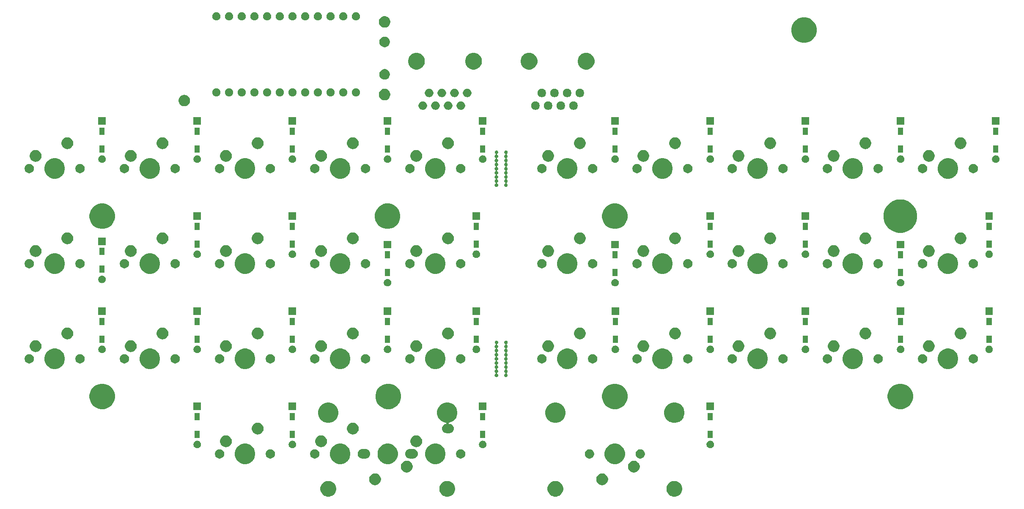
<source format=gbr>
G04 #@! TF.GenerationSoftware,KiCad,Pcbnew,(5.1.6-0-10_14)*
G04 #@! TF.CreationDate,2020-10-19T10:54:39+09:00*
G04 #@! TF.ProjectId,reviung34-split-L,72657669-756e-4673-9334-2d73706c6974,2.0*
G04 #@! TF.SameCoordinates,Original*
G04 #@! TF.FileFunction,Soldermask,Bot*
G04 #@! TF.FilePolarity,Negative*
%FSLAX46Y46*%
G04 Gerber Fmt 4.6, Leading zero omitted, Abs format (unit mm)*
G04 Created by KiCad (PCBNEW (5.1.6-0-10_14)) date 2020-10-19 10:54:39*
%MOMM*%
%LPD*%
G01*
G04 APERTURE LIST*
%ADD10C,0.100000*%
G04 APERTURE END LIST*
D10*
G36*
X186061856Y-144373025D02*
G01*
X186300661Y-144420526D01*
X186419387Y-144469704D01*
X186587291Y-144539252D01*
X186587292Y-144539253D01*
X186845254Y-144711617D01*
X187064633Y-144930996D01*
X187158953Y-145072157D01*
X187236998Y-145188959D01*
X187355724Y-145475590D01*
X187416250Y-145779875D01*
X187416250Y-146090125D01*
X187355724Y-146394410D01*
X187236998Y-146681041D01*
X187236997Y-146681042D01*
X187064633Y-146939004D01*
X186845254Y-147158383D01*
X186672889Y-147273553D01*
X186587291Y-147330748D01*
X186419387Y-147400296D01*
X186300661Y-147449474D01*
X185996375Y-147510000D01*
X185686125Y-147510000D01*
X185381839Y-147449474D01*
X185263113Y-147400296D01*
X185095209Y-147330748D01*
X185009611Y-147273553D01*
X184837246Y-147158383D01*
X184617867Y-146939004D01*
X184445503Y-146681042D01*
X184445502Y-146681041D01*
X184326776Y-146394410D01*
X184266250Y-146090125D01*
X184266250Y-145779875D01*
X184326776Y-145475590D01*
X184445502Y-145188959D01*
X184523547Y-145072157D01*
X184617867Y-144930996D01*
X184837246Y-144711617D01*
X185095208Y-144539253D01*
X185095209Y-144539252D01*
X185263113Y-144469704D01*
X185381839Y-144420526D01*
X185620644Y-144373025D01*
X185686125Y-144360000D01*
X185996375Y-144360000D01*
X186061856Y-144373025D01*
G37*
G36*
X162249356Y-144373025D02*
G01*
X162488161Y-144420526D01*
X162606887Y-144469704D01*
X162774791Y-144539252D01*
X162774792Y-144539253D01*
X163032754Y-144711617D01*
X163252133Y-144930996D01*
X163346453Y-145072157D01*
X163424498Y-145188959D01*
X163543224Y-145475590D01*
X163603750Y-145779875D01*
X163603750Y-146090125D01*
X163543224Y-146394410D01*
X163424498Y-146681041D01*
X163424497Y-146681042D01*
X163252133Y-146939004D01*
X163032754Y-147158383D01*
X162860389Y-147273553D01*
X162774791Y-147330748D01*
X162606887Y-147400296D01*
X162488161Y-147449474D01*
X162183875Y-147510000D01*
X161873625Y-147510000D01*
X161569339Y-147449474D01*
X161450613Y-147400296D01*
X161282709Y-147330748D01*
X161197111Y-147273553D01*
X161024746Y-147158383D01*
X160805367Y-146939004D01*
X160633003Y-146681042D01*
X160633002Y-146681041D01*
X160514276Y-146394410D01*
X160453750Y-146090125D01*
X160453750Y-145779875D01*
X160514276Y-145475590D01*
X160633002Y-145188959D01*
X160711047Y-145072157D01*
X160805367Y-144930996D01*
X161024746Y-144711617D01*
X161282708Y-144539253D01*
X161282709Y-144539252D01*
X161450613Y-144469704D01*
X161569339Y-144420526D01*
X161808144Y-144373025D01*
X161873625Y-144360000D01*
X162183875Y-144360000D01*
X162249356Y-144373025D01*
G37*
G36*
X140601856Y-144373025D02*
G01*
X140840661Y-144420526D01*
X140959387Y-144469704D01*
X141127291Y-144539252D01*
X141127292Y-144539253D01*
X141385254Y-144711617D01*
X141604633Y-144930996D01*
X141698953Y-145072157D01*
X141776998Y-145188959D01*
X141895724Y-145475590D01*
X141956250Y-145779875D01*
X141956250Y-146090125D01*
X141895724Y-146394410D01*
X141776998Y-146681041D01*
X141776997Y-146681042D01*
X141604633Y-146939004D01*
X141385254Y-147158383D01*
X141212889Y-147273553D01*
X141127291Y-147330748D01*
X140959387Y-147400296D01*
X140840661Y-147449474D01*
X140536375Y-147510000D01*
X140226125Y-147510000D01*
X139921839Y-147449474D01*
X139803113Y-147400296D01*
X139635209Y-147330748D01*
X139549611Y-147273553D01*
X139377246Y-147158383D01*
X139157867Y-146939004D01*
X138985503Y-146681042D01*
X138985502Y-146681041D01*
X138866776Y-146394410D01*
X138806250Y-146090125D01*
X138806250Y-145779875D01*
X138866776Y-145475590D01*
X138985502Y-145188959D01*
X139063547Y-145072157D01*
X139157867Y-144930996D01*
X139377246Y-144711617D01*
X139635208Y-144539253D01*
X139635209Y-144539252D01*
X139803113Y-144469704D01*
X139921839Y-144420526D01*
X140160644Y-144373025D01*
X140226125Y-144360000D01*
X140536375Y-144360000D01*
X140601856Y-144373025D01*
G37*
G36*
X116789356Y-144373025D02*
G01*
X117028161Y-144420526D01*
X117146887Y-144469704D01*
X117314791Y-144539252D01*
X117314792Y-144539253D01*
X117572754Y-144711617D01*
X117792133Y-144930996D01*
X117886453Y-145072157D01*
X117964498Y-145188959D01*
X118083224Y-145475590D01*
X118143750Y-145779875D01*
X118143750Y-146090125D01*
X118083224Y-146394410D01*
X117964498Y-146681041D01*
X117964497Y-146681042D01*
X117792133Y-146939004D01*
X117572754Y-147158383D01*
X117400389Y-147273553D01*
X117314791Y-147330748D01*
X117146887Y-147400296D01*
X117028161Y-147449474D01*
X116723875Y-147510000D01*
X116413625Y-147510000D01*
X116109339Y-147449474D01*
X115990613Y-147400296D01*
X115822709Y-147330748D01*
X115737111Y-147273553D01*
X115564746Y-147158383D01*
X115345367Y-146939004D01*
X115173003Y-146681042D01*
X115173002Y-146681041D01*
X115054276Y-146394410D01*
X114993750Y-146090125D01*
X114993750Y-145779875D01*
X115054276Y-145475590D01*
X115173002Y-145188959D01*
X115251047Y-145072157D01*
X115345367Y-144930996D01*
X115564746Y-144711617D01*
X115822708Y-144539253D01*
X115822709Y-144539252D01*
X115990613Y-144469704D01*
X116109339Y-144420526D01*
X116348144Y-144373025D01*
X116413625Y-144360000D01*
X116723875Y-144360000D01*
X116789356Y-144373025D01*
G37*
G36*
X171586560Y-142869064D02*
G01*
X171738027Y-142899193D01*
X171952045Y-142987842D01*
X171952046Y-142987843D01*
X172144654Y-143116539D01*
X172308461Y-143280346D01*
X172394258Y-143408751D01*
X172437158Y-143472955D01*
X172525807Y-143686973D01*
X172571000Y-143914174D01*
X172571000Y-144145826D01*
X172525807Y-144373027D01*
X172437158Y-144587045D01*
X172437157Y-144587046D01*
X172308461Y-144779654D01*
X172144654Y-144943461D01*
X172016249Y-145029258D01*
X171952045Y-145072158D01*
X171738027Y-145160807D01*
X171596502Y-145188958D01*
X171510827Y-145206000D01*
X171279173Y-145206000D01*
X171193498Y-145188958D01*
X171051973Y-145160807D01*
X170837955Y-145072158D01*
X170773751Y-145029258D01*
X170645346Y-144943461D01*
X170481539Y-144779654D01*
X170352843Y-144587046D01*
X170352842Y-144587045D01*
X170264193Y-144373027D01*
X170219000Y-144145826D01*
X170219000Y-143914174D01*
X170264193Y-143686973D01*
X170352842Y-143472955D01*
X170395742Y-143408751D01*
X170481539Y-143280346D01*
X170645346Y-143116539D01*
X170837954Y-142987843D01*
X170837955Y-142987842D01*
X171051973Y-142899193D01*
X171203440Y-142869064D01*
X171279173Y-142854000D01*
X171510827Y-142854000D01*
X171586560Y-142869064D01*
G37*
G36*
X126126560Y-142869064D02*
G01*
X126278027Y-142899193D01*
X126492045Y-142987842D01*
X126492046Y-142987843D01*
X126684654Y-143116539D01*
X126848461Y-143280346D01*
X126934258Y-143408751D01*
X126977158Y-143472955D01*
X127065807Y-143686973D01*
X127111000Y-143914174D01*
X127111000Y-144145826D01*
X127065807Y-144373027D01*
X126977158Y-144587045D01*
X126977157Y-144587046D01*
X126848461Y-144779654D01*
X126684654Y-144943461D01*
X126556249Y-145029258D01*
X126492045Y-145072158D01*
X126278027Y-145160807D01*
X126136502Y-145188958D01*
X126050827Y-145206000D01*
X125819173Y-145206000D01*
X125733498Y-145188958D01*
X125591973Y-145160807D01*
X125377955Y-145072158D01*
X125313751Y-145029258D01*
X125185346Y-144943461D01*
X125021539Y-144779654D01*
X124892843Y-144587046D01*
X124892842Y-144587045D01*
X124804193Y-144373027D01*
X124759000Y-144145826D01*
X124759000Y-143914174D01*
X124804193Y-143686973D01*
X124892842Y-143472955D01*
X124935742Y-143408751D01*
X125021539Y-143280346D01*
X125185346Y-143116539D01*
X125377954Y-142987843D01*
X125377955Y-142987842D01*
X125591973Y-142899193D01*
X125743440Y-142869064D01*
X125819173Y-142854000D01*
X126050827Y-142854000D01*
X126126560Y-142869064D01*
G37*
G36*
X177936560Y-140329064D02*
G01*
X178088027Y-140359193D01*
X178302045Y-140447842D01*
X178302046Y-140447843D01*
X178494654Y-140576539D01*
X178658461Y-140740346D01*
X178673041Y-140762167D01*
X178787158Y-140932955D01*
X178875807Y-141146973D01*
X178921000Y-141374174D01*
X178921000Y-141605826D01*
X178875807Y-141833027D01*
X178787158Y-142047045D01*
X178787157Y-142047046D01*
X178658461Y-142239654D01*
X178494654Y-142403461D01*
X178366249Y-142489258D01*
X178302045Y-142532158D01*
X178088027Y-142620807D01*
X177936560Y-142650936D01*
X177860827Y-142666000D01*
X177629173Y-142666000D01*
X177553440Y-142650936D01*
X177401973Y-142620807D01*
X177187955Y-142532158D01*
X177123751Y-142489258D01*
X176995346Y-142403461D01*
X176831539Y-142239654D01*
X176702843Y-142047046D01*
X176702842Y-142047045D01*
X176614193Y-141833027D01*
X176569000Y-141605826D01*
X176569000Y-141374174D01*
X176614193Y-141146973D01*
X176702842Y-140932955D01*
X176816959Y-140762167D01*
X176831539Y-140740346D01*
X176995346Y-140576539D01*
X177187954Y-140447843D01*
X177187955Y-140447842D01*
X177401973Y-140359193D01*
X177553440Y-140329064D01*
X177629173Y-140314000D01*
X177860827Y-140314000D01*
X177936560Y-140329064D01*
G37*
G36*
X132476560Y-140329064D02*
G01*
X132628027Y-140359193D01*
X132842045Y-140447842D01*
X132842046Y-140447843D01*
X133034654Y-140576539D01*
X133198461Y-140740346D01*
X133213041Y-140762167D01*
X133327158Y-140932955D01*
X133415807Y-141146973D01*
X133461000Y-141374174D01*
X133461000Y-141605826D01*
X133415807Y-141833027D01*
X133327158Y-142047045D01*
X133327157Y-142047046D01*
X133198461Y-142239654D01*
X133034654Y-142403461D01*
X132906249Y-142489258D01*
X132842045Y-142532158D01*
X132628027Y-142620807D01*
X132476560Y-142650936D01*
X132400827Y-142666000D01*
X132169173Y-142666000D01*
X132093440Y-142650936D01*
X131941973Y-142620807D01*
X131727955Y-142532158D01*
X131663751Y-142489258D01*
X131535346Y-142403461D01*
X131371539Y-142239654D01*
X131242843Y-142047046D01*
X131242842Y-142047045D01*
X131154193Y-141833027D01*
X131109000Y-141605826D01*
X131109000Y-141374174D01*
X131154193Y-141146973D01*
X131242842Y-140932955D01*
X131356959Y-140762167D01*
X131371539Y-140740346D01*
X131535346Y-140576539D01*
X131727954Y-140447843D01*
X131727955Y-140447842D01*
X131941973Y-140359193D01*
X132093440Y-140329064D01*
X132169173Y-140314000D01*
X132400827Y-140314000D01*
X132476560Y-140329064D01*
G37*
G36*
X129071474Y-136983684D02*
G01*
X129289474Y-137073983D01*
X129443623Y-137137833D01*
X129778548Y-137361623D01*
X130063377Y-137646452D01*
X130287167Y-137981377D01*
X130319562Y-138059586D01*
X130441316Y-138353526D01*
X130519900Y-138748594D01*
X130519900Y-139151406D01*
X130441316Y-139546474D01*
X130390451Y-139669272D01*
X130287167Y-139918623D01*
X130063377Y-140253548D01*
X129778548Y-140538377D01*
X129443623Y-140762167D01*
X129289474Y-140826017D01*
X129071474Y-140916316D01*
X128676406Y-140994900D01*
X128273594Y-140994900D01*
X127878526Y-140916316D01*
X127660526Y-140826017D01*
X127506377Y-140762167D01*
X127171452Y-140538377D01*
X126886623Y-140253548D01*
X126662833Y-139918623D01*
X126559549Y-139669272D01*
X126508684Y-139546474D01*
X126430100Y-139151406D01*
X126430100Y-138748594D01*
X126508684Y-138353526D01*
X126630438Y-138059586D01*
X126662833Y-137981377D01*
X126886623Y-137646452D01*
X127171452Y-137361623D01*
X127506377Y-137137833D01*
X127660526Y-137073983D01*
X127878526Y-136983684D01*
X128273594Y-136905100D01*
X128676406Y-136905100D01*
X129071474Y-136983684D01*
G37*
G36*
X100496474Y-136983684D02*
G01*
X100714474Y-137073983D01*
X100868623Y-137137833D01*
X101203548Y-137361623D01*
X101488377Y-137646452D01*
X101712167Y-137981377D01*
X101744562Y-138059586D01*
X101866316Y-138353526D01*
X101944900Y-138748594D01*
X101944900Y-139151406D01*
X101866316Y-139546474D01*
X101815451Y-139669272D01*
X101712167Y-139918623D01*
X101488377Y-140253548D01*
X101203548Y-140538377D01*
X100868623Y-140762167D01*
X100714474Y-140826017D01*
X100496474Y-140916316D01*
X100101406Y-140994900D01*
X99698594Y-140994900D01*
X99303526Y-140916316D01*
X99085526Y-140826017D01*
X98931377Y-140762167D01*
X98596452Y-140538377D01*
X98311623Y-140253548D01*
X98087833Y-139918623D01*
X97984549Y-139669272D01*
X97933684Y-139546474D01*
X97855100Y-139151406D01*
X97855100Y-138748594D01*
X97933684Y-138353526D01*
X98055438Y-138059586D01*
X98087833Y-137981377D01*
X98311623Y-137646452D01*
X98596452Y-137361623D01*
X98931377Y-137137833D01*
X99085526Y-137073983D01*
X99303526Y-136983684D01*
X99698594Y-136905100D01*
X100101406Y-136905100D01*
X100496474Y-136983684D01*
G37*
G36*
X119546474Y-136983684D02*
G01*
X119764474Y-137073983D01*
X119918623Y-137137833D01*
X120253548Y-137361623D01*
X120538377Y-137646452D01*
X120762167Y-137981377D01*
X120794562Y-138059586D01*
X120916316Y-138353526D01*
X120994900Y-138748594D01*
X120994900Y-139151406D01*
X120916316Y-139546474D01*
X120865451Y-139669272D01*
X120762167Y-139918623D01*
X120538377Y-140253548D01*
X120253548Y-140538377D01*
X119918623Y-140762167D01*
X119764474Y-140826017D01*
X119546474Y-140916316D01*
X119151406Y-140994900D01*
X118748594Y-140994900D01*
X118353526Y-140916316D01*
X118135526Y-140826017D01*
X117981377Y-140762167D01*
X117646452Y-140538377D01*
X117361623Y-140253548D01*
X117137833Y-139918623D01*
X117034549Y-139669272D01*
X116983684Y-139546474D01*
X116905100Y-139151406D01*
X116905100Y-138748594D01*
X116983684Y-138353526D01*
X117105438Y-138059586D01*
X117137833Y-137981377D01*
X117361623Y-137646452D01*
X117646452Y-137361623D01*
X117981377Y-137137833D01*
X118135526Y-137073983D01*
X118353526Y-136983684D01*
X118748594Y-136905100D01*
X119151406Y-136905100D01*
X119546474Y-136983684D01*
G37*
G36*
X138596474Y-136983684D02*
G01*
X138814474Y-137073983D01*
X138968623Y-137137833D01*
X139303548Y-137361623D01*
X139588377Y-137646452D01*
X139812167Y-137981377D01*
X139844562Y-138059586D01*
X139966316Y-138353526D01*
X140044900Y-138748594D01*
X140044900Y-139151406D01*
X139966316Y-139546474D01*
X139915451Y-139669272D01*
X139812167Y-139918623D01*
X139588377Y-140253548D01*
X139303548Y-140538377D01*
X138968623Y-140762167D01*
X138814474Y-140826017D01*
X138596474Y-140916316D01*
X138201406Y-140994900D01*
X137798594Y-140994900D01*
X137403526Y-140916316D01*
X137185526Y-140826017D01*
X137031377Y-140762167D01*
X136696452Y-140538377D01*
X136411623Y-140253548D01*
X136187833Y-139918623D01*
X136084549Y-139669272D01*
X136033684Y-139546474D01*
X135955100Y-139151406D01*
X135955100Y-138748594D01*
X136033684Y-138353526D01*
X136155438Y-138059586D01*
X136187833Y-137981377D01*
X136411623Y-137646452D01*
X136696452Y-137361623D01*
X137031377Y-137137833D01*
X137185526Y-137073983D01*
X137403526Y-136983684D01*
X137798594Y-136905100D01*
X138201406Y-136905100D01*
X138596474Y-136983684D01*
G37*
G36*
X174531474Y-136983684D02*
G01*
X174749474Y-137073983D01*
X174903623Y-137137833D01*
X175238548Y-137361623D01*
X175523377Y-137646452D01*
X175747167Y-137981377D01*
X175779562Y-138059586D01*
X175901316Y-138353526D01*
X175979900Y-138748594D01*
X175979900Y-139151406D01*
X175901316Y-139546474D01*
X175850451Y-139669272D01*
X175747167Y-139918623D01*
X175523377Y-140253548D01*
X175238548Y-140538377D01*
X174903623Y-140762167D01*
X174749474Y-140826017D01*
X174531474Y-140916316D01*
X174136406Y-140994900D01*
X173733594Y-140994900D01*
X173338526Y-140916316D01*
X173120526Y-140826017D01*
X172966377Y-140762167D01*
X172631452Y-140538377D01*
X172346623Y-140253548D01*
X172122833Y-139918623D01*
X172019549Y-139669272D01*
X171968684Y-139546474D01*
X171890100Y-139151406D01*
X171890100Y-138748594D01*
X171968684Y-138353526D01*
X172090438Y-138059586D01*
X172122833Y-137981377D01*
X172346623Y-137646452D01*
X172631452Y-137361623D01*
X172966377Y-137137833D01*
X173120526Y-137073983D01*
X173338526Y-136983684D01*
X173733594Y-136905100D01*
X174136406Y-136905100D01*
X174531474Y-136983684D01*
G37*
G36*
X124201425Y-137992760D02*
G01*
X124201428Y-137992761D01*
X124201429Y-137992761D01*
X124380693Y-138047140D01*
X124380696Y-138047142D01*
X124380697Y-138047142D01*
X124545903Y-138135446D01*
X124690712Y-138254288D01*
X124809554Y-138399097D01*
X124897858Y-138564303D01*
X124897860Y-138564307D01*
X124952239Y-138743571D01*
X124952240Y-138743575D01*
X124970601Y-138930000D01*
X124952240Y-139116425D01*
X124952239Y-139116428D01*
X124952239Y-139116429D01*
X124897860Y-139295693D01*
X124897858Y-139295696D01*
X124897858Y-139295697D01*
X124809554Y-139460903D01*
X124690712Y-139605712D01*
X124545903Y-139724554D01*
X124380697Y-139812858D01*
X124380693Y-139812860D01*
X124201429Y-139867239D01*
X124201428Y-139867239D01*
X124201425Y-139867240D01*
X124061718Y-139881000D01*
X123368282Y-139881000D01*
X123228575Y-139867240D01*
X123228572Y-139867239D01*
X123228571Y-139867239D01*
X123049307Y-139812860D01*
X123049303Y-139812858D01*
X122884097Y-139724554D01*
X122739288Y-139605712D01*
X122620446Y-139460903D01*
X122532142Y-139295697D01*
X122532142Y-139295696D01*
X122532140Y-139295693D01*
X122477761Y-139116429D01*
X122477761Y-139116428D01*
X122477760Y-139116425D01*
X122459399Y-138930000D01*
X122477760Y-138743575D01*
X122477761Y-138743571D01*
X122532140Y-138564307D01*
X122532142Y-138564303D01*
X122620446Y-138399097D01*
X122739288Y-138254288D01*
X122884097Y-138135446D01*
X123049303Y-138047142D01*
X123049304Y-138047142D01*
X123049307Y-138047140D01*
X123228571Y-137992761D01*
X123228572Y-137992761D01*
X123228575Y-137992760D01*
X123368282Y-137979000D01*
X124061718Y-137979000D01*
X124201425Y-137992760D01*
G37*
G36*
X133721425Y-137992760D02*
G01*
X133721428Y-137992761D01*
X133721429Y-137992761D01*
X133900693Y-138047140D01*
X133900696Y-138047142D01*
X133900697Y-138047142D01*
X134065903Y-138135446D01*
X134210712Y-138254288D01*
X134329554Y-138399097D01*
X134417858Y-138564303D01*
X134417860Y-138564307D01*
X134472239Y-138743571D01*
X134472240Y-138743575D01*
X134490601Y-138930000D01*
X134472240Y-139116425D01*
X134472239Y-139116428D01*
X134472239Y-139116429D01*
X134417860Y-139295693D01*
X134417858Y-139295696D01*
X134417858Y-139295697D01*
X134329554Y-139460903D01*
X134210712Y-139605712D01*
X134065903Y-139724554D01*
X133900697Y-139812858D01*
X133900693Y-139812860D01*
X133721429Y-139867239D01*
X133721428Y-139867239D01*
X133721425Y-139867240D01*
X133581718Y-139881000D01*
X132888282Y-139881000D01*
X132748575Y-139867240D01*
X132748572Y-139867239D01*
X132748571Y-139867239D01*
X132569307Y-139812860D01*
X132569303Y-139812858D01*
X132404097Y-139724554D01*
X132259288Y-139605712D01*
X132140446Y-139460903D01*
X132052142Y-139295697D01*
X132052142Y-139295696D01*
X132052140Y-139295693D01*
X131997761Y-139116429D01*
X131997761Y-139116428D01*
X131997760Y-139116425D01*
X131979399Y-138930000D01*
X131997760Y-138743575D01*
X131997761Y-138743571D01*
X132052140Y-138564307D01*
X132052142Y-138564303D01*
X132140446Y-138399097D01*
X132259288Y-138254288D01*
X132404097Y-138135446D01*
X132569303Y-138047142D01*
X132569304Y-138047142D01*
X132569307Y-138047140D01*
X132748571Y-137992761D01*
X132748572Y-137992761D01*
X132748575Y-137992760D01*
X132888282Y-137979000D01*
X133581718Y-137979000D01*
X133721425Y-137992760D01*
G37*
G36*
X143350104Y-138059585D02*
G01*
X143518626Y-138129389D01*
X143670291Y-138230728D01*
X143799272Y-138359709D01*
X143900611Y-138511374D01*
X143970415Y-138679896D01*
X144006000Y-138858797D01*
X144006000Y-139041203D01*
X143970415Y-139220104D01*
X143900611Y-139388626D01*
X143799272Y-139540291D01*
X143670291Y-139669272D01*
X143518626Y-139770611D01*
X143350104Y-139840415D01*
X143171203Y-139876000D01*
X142988797Y-139876000D01*
X142809896Y-139840415D01*
X142641374Y-139770611D01*
X142489709Y-139669272D01*
X142360728Y-139540291D01*
X142259389Y-139388626D01*
X142189585Y-139220104D01*
X142154000Y-139041203D01*
X142154000Y-138858797D01*
X142189585Y-138679896D01*
X142259389Y-138511374D01*
X142360728Y-138359709D01*
X142489709Y-138230728D01*
X142641374Y-138129389D01*
X142809896Y-138059585D01*
X142988797Y-138024000D01*
X143171203Y-138024000D01*
X143350104Y-138059585D01*
G37*
G36*
X114140104Y-138059585D02*
G01*
X114308626Y-138129389D01*
X114460291Y-138230728D01*
X114589272Y-138359709D01*
X114690611Y-138511374D01*
X114760415Y-138679896D01*
X114796000Y-138858797D01*
X114796000Y-139041203D01*
X114760415Y-139220104D01*
X114690611Y-139388626D01*
X114589272Y-139540291D01*
X114460291Y-139669272D01*
X114308626Y-139770611D01*
X114140104Y-139840415D01*
X113961203Y-139876000D01*
X113778797Y-139876000D01*
X113599896Y-139840415D01*
X113431374Y-139770611D01*
X113279709Y-139669272D01*
X113150728Y-139540291D01*
X113049389Y-139388626D01*
X112979585Y-139220104D01*
X112944000Y-139041203D01*
X112944000Y-138858797D01*
X112979585Y-138679896D01*
X113049389Y-138511374D01*
X113150728Y-138359709D01*
X113279709Y-138230728D01*
X113431374Y-138129389D01*
X113599896Y-138059585D01*
X113778797Y-138024000D01*
X113961203Y-138024000D01*
X114140104Y-138059585D01*
G37*
G36*
X105250104Y-138059585D02*
G01*
X105418626Y-138129389D01*
X105570291Y-138230728D01*
X105699272Y-138359709D01*
X105800611Y-138511374D01*
X105870415Y-138679896D01*
X105906000Y-138858797D01*
X105906000Y-139041203D01*
X105870415Y-139220104D01*
X105800611Y-139388626D01*
X105699272Y-139540291D01*
X105570291Y-139669272D01*
X105418626Y-139770611D01*
X105250104Y-139840415D01*
X105071203Y-139876000D01*
X104888797Y-139876000D01*
X104709896Y-139840415D01*
X104541374Y-139770611D01*
X104389709Y-139669272D01*
X104260728Y-139540291D01*
X104159389Y-139388626D01*
X104089585Y-139220104D01*
X104054000Y-139041203D01*
X104054000Y-138858797D01*
X104089585Y-138679896D01*
X104159389Y-138511374D01*
X104260728Y-138359709D01*
X104389709Y-138230728D01*
X104541374Y-138129389D01*
X104709896Y-138059585D01*
X104888797Y-138024000D01*
X105071203Y-138024000D01*
X105250104Y-138059585D01*
G37*
G36*
X95090104Y-138059585D02*
G01*
X95258626Y-138129389D01*
X95410291Y-138230728D01*
X95539272Y-138359709D01*
X95640611Y-138511374D01*
X95710415Y-138679896D01*
X95746000Y-138858797D01*
X95746000Y-139041203D01*
X95710415Y-139220104D01*
X95640611Y-139388626D01*
X95539272Y-139540291D01*
X95410291Y-139669272D01*
X95258626Y-139770611D01*
X95090104Y-139840415D01*
X94911203Y-139876000D01*
X94728797Y-139876000D01*
X94549896Y-139840415D01*
X94381374Y-139770611D01*
X94229709Y-139669272D01*
X94100728Y-139540291D01*
X93999389Y-139388626D01*
X93929585Y-139220104D01*
X93894000Y-139041203D01*
X93894000Y-138858797D01*
X93929585Y-138679896D01*
X93999389Y-138511374D01*
X94100728Y-138359709D01*
X94229709Y-138230728D01*
X94381374Y-138129389D01*
X94549896Y-138059585D01*
X94728797Y-138024000D01*
X94911203Y-138024000D01*
X95090104Y-138059585D01*
G37*
G36*
X179285104Y-138059585D02*
G01*
X179453626Y-138129389D01*
X179605291Y-138230728D01*
X179734272Y-138359709D01*
X179835611Y-138511374D01*
X179905415Y-138679896D01*
X179941000Y-138858797D01*
X179941000Y-139041203D01*
X179905415Y-139220104D01*
X179835611Y-139388626D01*
X179734272Y-139540291D01*
X179605291Y-139669272D01*
X179453626Y-139770611D01*
X179285104Y-139840415D01*
X179106203Y-139876000D01*
X178923797Y-139876000D01*
X178744896Y-139840415D01*
X178576374Y-139770611D01*
X178424709Y-139669272D01*
X178295728Y-139540291D01*
X178194389Y-139388626D01*
X178124585Y-139220104D01*
X178089000Y-139041203D01*
X178089000Y-138858797D01*
X178124585Y-138679896D01*
X178194389Y-138511374D01*
X178295728Y-138359709D01*
X178424709Y-138230728D01*
X178576374Y-138129389D01*
X178744896Y-138059585D01*
X178923797Y-138024000D01*
X179106203Y-138024000D01*
X179285104Y-138059585D01*
G37*
G36*
X169125104Y-138059585D02*
G01*
X169293626Y-138129389D01*
X169445291Y-138230728D01*
X169574272Y-138359709D01*
X169675611Y-138511374D01*
X169745415Y-138679896D01*
X169781000Y-138858797D01*
X169781000Y-139041203D01*
X169745415Y-139220104D01*
X169675611Y-139388626D01*
X169574272Y-139540291D01*
X169445291Y-139669272D01*
X169293626Y-139770611D01*
X169125104Y-139840415D01*
X168946203Y-139876000D01*
X168763797Y-139876000D01*
X168584896Y-139840415D01*
X168416374Y-139770611D01*
X168264709Y-139669272D01*
X168135728Y-139540291D01*
X168034389Y-139388626D01*
X167964585Y-139220104D01*
X167929000Y-139041203D01*
X167929000Y-138858797D01*
X167964585Y-138679896D01*
X168034389Y-138511374D01*
X168135728Y-138359709D01*
X168264709Y-138230728D01*
X168416374Y-138129389D01*
X168584896Y-138059585D01*
X168763797Y-138024000D01*
X168946203Y-138024000D01*
X169125104Y-138059585D01*
G37*
G36*
X90434425Y-136314599D02*
G01*
X90558621Y-136339302D01*
X90695022Y-136395801D01*
X90817779Y-136477825D01*
X90922175Y-136582221D01*
X91004199Y-136704978D01*
X91060698Y-136841379D01*
X91073372Y-136905100D01*
X91089004Y-136983684D01*
X91089500Y-136986181D01*
X91089500Y-137133819D01*
X91060698Y-137278621D01*
X91004199Y-137415022D01*
X90922175Y-137537779D01*
X90817779Y-137642175D01*
X90695022Y-137724199D01*
X90558621Y-137780698D01*
X90434425Y-137805401D01*
X90413820Y-137809500D01*
X90266180Y-137809500D01*
X90245575Y-137805401D01*
X90121379Y-137780698D01*
X89984978Y-137724199D01*
X89862221Y-137642175D01*
X89757825Y-137537779D01*
X89675801Y-137415022D01*
X89619302Y-137278621D01*
X89590500Y-137133819D01*
X89590500Y-136986181D01*
X89590997Y-136983684D01*
X89606628Y-136905100D01*
X89619302Y-136841379D01*
X89675801Y-136704978D01*
X89757825Y-136582221D01*
X89862221Y-136477825D01*
X89984978Y-136395801D01*
X90121379Y-136339302D01*
X90245575Y-136314599D01*
X90266180Y-136310500D01*
X90413820Y-136310500D01*
X90434425Y-136314599D01*
G37*
G36*
X193124425Y-136314599D02*
G01*
X193248621Y-136339302D01*
X193385022Y-136395801D01*
X193507779Y-136477825D01*
X193612175Y-136582221D01*
X193694199Y-136704978D01*
X193750698Y-136841379D01*
X193763372Y-136905100D01*
X193779004Y-136983684D01*
X193779500Y-136986181D01*
X193779500Y-137133819D01*
X193750698Y-137278621D01*
X193694199Y-137415022D01*
X193612175Y-137537779D01*
X193507779Y-137642175D01*
X193385022Y-137724199D01*
X193248621Y-137780698D01*
X193124425Y-137805401D01*
X193103820Y-137809500D01*
X192956180Y-137809500D01*
X192935575Y-137805401D01*
X192811379Y-137780698D01*
X192674978Y-137724199D01*
X192552221Y-137642175D01*
X192447825Y-137537779D01*
X192365801Y-137415022D01*
X192309302Y-137278621D01*
X192280500Y-137133819D01*
X192280500Y-136986181D01*
X192280997Y-136983684D01*
X192296628Y-136905100D01*
X192309302Y-136841379D01*
X192365801Y-136704978D01*
X192447825Y-136582221D01*
X192552221Y-136477825D01*
X192674978Y-136395801D01*
X192811379Y-136339302D01*
X192935575Y-136314599D01*
X192956180Y-136310500D01*
X193103820Y-136310500D01*
X193124425Y-136314599D01*
G37*
G36*
X109484425Y-136314599D02*
G01*
X109608621Y-136339302D01*
X109745022Y-136395801D01*
X109867779Y-136477825D01*
X109972175Y-136582221D01*
X110054199Y-136704978D01*
X110110698Y-136841379D01*
X110123372Y-136905100D01*
X110139004Y-136983684D01*
X110139500Y-136986181D01*
X110139500Y-137133819D01*
X110110698Y-137278621D01*
X110054199Y-137415022D01*
X109972175Y-137537779D01*
X109867779Y-137642175D01*
X109745022Y-137724199D01*
X109608621Y-137780698D01*
X109484425Y-137805401D01*
X109463820Y-137809500D01*
X109316180Y-137809500D01*
X109295575Y-137805401D01*
X109171379Y-137780698D01*
X109034978Y-137724199D01*
X108912221Y-137642175D01*
X108807825Y-137537779D01*
X108725801Y-137415022D01*
X108669302Y-137278621D01*
X108640500Y-137133819D01*
X108640500Y-136986181D01*
X108640997Y-136983684D01*
X108656628Y-136905100D01*
X108669302Y-136841379D01*
X108725801Y-136704978D01*
X108807825Y-136582221D01*
X108912221Y-136477825D01*
X109034978Y-136395801D01*
X109171379Y-136339302D01*
X109295575Y-136314599D01*
X109316180Y-136310500D01*
X109463820Y-136310500D01*
X109484425Y-136314599D01*
G37*
G36*
X147584425Y-136314599D02*
G01*
X147708621Y-136339302D01*
X147845022Y-136395801D01*
X147967779Y-136477825D01*
X148072175Y-136582221D01*
X148154199Y-136704978D01*
X148210698Y-136841379D01*
X148223372Y-136905100D01*
X148239004Y-136983684D01*
X148239500Y-136986181D01*
X148239500Y-137133819D01*
X148210698Y-137278621D01*
X148154199Y-137415022D01*
X148072175Y-137537779D01*
X147967779Y-137642175D01*
X147845022Y-137724199D01*
X147708621Y-137780698D01*
X147584425Y-137805401D01*
X147563820Y-137809500D01*
X147416180Y-137809500D01*
X147395575Y-137805401D01*
X147271379Y-137780698D01*
X147134978Y-137724199D01*
X147012221Y-137642175D01*
X146907825Y-137537779D01*
X146825801Y-137415022D01*
X146769302Y-137278621D01*
X146740500Y-137133819D01*
X146740500Y-136986181D01*
X146740997Y-136983684D01*
X146756628Y-136905100D01*
X146769302Y-136841379D01*
X146825801Y-136704978D01*
X146907825Y-136582221D01*
X147012221Y-136477825D01*
X147134978Y-136395801D01*
X147271379Y-136339302D01*
X147395575Y-136314599D01*
X147416180Y-136310500D01*
X147563820Y-136310500D01*
X147584425Y-136314599D01*
G37*
G36*
X96281560Y-135249064D02*
G01*
X96433027Y-135279193D01*
X96647045Y-135367842D01*
X96647046Y-135367843D01*
X96839654Y-135496539D01*
X97003461Y-135660346D01*
X97047329Y-135726000D01*
X97132158Y-135852955D01*
X97220807Y-136066973D01*
X97266000Y-136294174D01*
X97266000Y-136525826D01*
X97220807Y-136753027D01*
X97132158Y-136967045D01*
X97089258Y-137031249D01*
X97003461Y-137159654D01*
X96839654Y-137323461D01*
X96782540Y-137361623D01*
X96647045Y-137452158D01*
X96433027Y-137540807D01*
X96281560Y-137570936D01*
X96205827Y-137586000D01*
X95974173Y-137586000D01*
X95898440Y-137570936D01*
X95746973Y-137540807D01*
X95532955Y-137452158D01*
X95397460Y-137361623D01*
X95340346Y-137323461D01*
X95176539Y-137159654D01*
X95090742Y-137031249D01*
X95047842Y-136967045D01*
X94959193Y-136753027D01*
X94914000Y-136525826D01*
X94914000Y-136294174D01*
X94959193Y-136066973D01*
X95047842Y-135852955D01*
X95132671Y-135726000D01*
X95176539Y-135660346D01*
X95340346Y-135496539D01*
X95532954Y-135367843D01*
X95532955Y-135367842D01*
X95746973Y-135279193D01*
X95898440Y-135249064D01*
X95974173Y-135234000D01*
X96205827Y-135234000D01*
X96281560Y-135249064D01*
G37*
G36*
X134381560Y-135249064D02*
G01*
X134533027Y-135279193D01*
X134747045Y-135367842D01*
X134747046Y-135367843D01*
X134939654Y-135496539D01*
X135103461Y-135660346D01*
X135147329Y-135726000D01*
X135232158Y-135852955D01*
X135320807Y-136066973D01*
X135366000Y-136294174D01*
X135366000Y-136525826D01*
X135320807Y-136753027D01*
X135232158Y-136967045D01*
X135189258Y-137031249D01*
X135103461Y-137159654D01*
X134939654Y-137323461D01*
X134882540Y-137361623D01*
X134747045Y-137452158D01*
X134533027Y-137540807D01*
X134381560Y-137570936D01*
X134305827Y-137586000D01*
X134074173Y-137586000D01*
X133998440Y-137570936D01*
X133846973Y-137540807D01*
X133632955Y-137452158D01*
X133497460Y-137361623D01*
X133440346Y-137323461D01*
X133276539Y-137159654D01*
X133190742Y-137031249D01*
X133147842Y-136967045D01*
X133059193Y-136753027D01*
X133014000Y-136525826D01*
X133014000Y-136294174D01*
X133059193Y-136066973D01*
X133147842Y-135852955D01*
X133232671Y-135726000D01*
X133276539Y-135660346D01*
X133440346Y-135496539D01*
X133632954Y-135367843D01*
X133632955Y-135367842D01*
X133846973Y-135279193D01*
X133998440Y-135249064D01*
X134074173Y-135234000D01*
X134305827Y-135234000D01*
X134381560Y-135249064D01*
G37*
G36*
X115331560Y-135249064D02*
G01*
X115483027Y-135279193D01*
X115697045Y-135367842D01*
X115697046Y-135367843D01*
X115889654Y-135496539D01*
X116053461Y-135660346D01*
X116097329Y-135726000D01*
X116182158Y-135852955D01*
X116270807Y-136066973D01*
X116316000Y-136294174D01*
X116316000Y-136525826D01*
X116270807Y-136753027D01*
X116182158Y-136967045D01*
X116139258Y-137031249D01*
X116053461Y-137159654D01*
X115889654Y-137323461D01*
X115832540Y-137361623D01*
X115697045Y-137452158D01*
X115483027Y-137540807D01*
X115331560Y-137570936D01*
X115255827Y-137586000D01*
X115024173Y-137586000D01*
X114948440Y-137570936D01*
X114796973Y-137540807D01*
X114582955Y-137452158D01*
X114447460Y-137361623D01*
X114390346Y-137323461D01*
X114226539Y-137159654D01*
X114140742Y-137031249D01*
X114097842Y-136967045D01*
X114009193Y-136753027D01*
X113964000Y-136525826D01*
X113964000Y-136294174D01*
X114009193Y-136066973D01*
X114097842Y-135852955D01*
X114182671Y-135726000D01*
X114226539Y-135660346D01*
X114390346Y-135496539D01*
X114582954Y-135367843D01*
X114582955Y-135367842D01*
X114796973Y-135279193D01*
X114948440Y-135249064D01*
X115024173Y-135234000D01*
X115255827Y-135234000D01*
X115331560Y-135249064D01*
G37*
G36*
X90866000Y-135726000D02*
G01*
X89814000Y-135726000D01*
X89814000Y-134324000D01*
X90866000Y-134324000D01*
X90866000Y-135726000D01*
G37*
G36*
X109916000Y-135726000D02*
G01*
X108864000Y-135726000D01*
X108864000Y-134324000D01*
X109916000Y-134324000D01*
X109916000Y-135726000D01*
G37*
G36*
X148016000Y-135726000D02*
G01*
X146964000Y-135726000D01*
X146964000Y-134324000D01*
X148016000Y-134324000D01*
X148016000Y-135726000D01*
G37*
G36*
X193556000Y-135726000D02*
G01*
X192504000Y-135726000D01*
X192504000Y-134324000D01*
X193556000Y-134324000D01*
X193556000Y-135726000D01*
G37*
G36*
X102631560Y-132709064D02*
G01*
X102783027Y-132739193D01*
X102997045Y-132827842D01*
X103031727Y-132851016D01*
X103189654Y-132956539D01*
X103353461Y-133120346D01*
X103414736Y-133212051D01*
X103482158Y-133312955D01*
X103570807Y-133526973D01*
X103616000Y-133754174D01*
X103616000Y-133985826D01*
X103570807Y-134213027D01*
X103482158Y-134427045D01*
X103482157Y-134427046D01*
X103353461Y-134619654D01*
X103189654Y-134783461D01*
X103061249Y-134869258D01*
X102997045Y-134912158D01*
X102783027Y-135000807D01*
X102631560Y-135030936D01*
X102555827Y-135046000D01*
X102324173Y-135046000D01*
X102248440Y-135030936D01*
X102096973Y-135000807D01*
X101882955Y-134912158D01*
X101818751Y-134869258D01*
X101690346Y-134783461D01*
X101526539Y-134619654D01*
X101397843Y-134427046D01*
X101397842Y-134427045D01*
X101309193Y-134213027D01*
X101264000Y-133985826D01*
X101264000Y-133754174D01*
X101309193Y-133526973D01*
X101397842Y-133312955D01*
X101465264Y-133212051D01*
X101526539Y-133120346D01*
X101690346Y-132956539D01*
X101848273Y-132851016D01*
X101882955Y-132827842D01*
X102096973Y-132739193D01*
X102248440Y-132709064D01*
X102324173Y-132694000D01*
X102555827Y-132694000D01*
X102631560Y-132709064D01*
G37*
G36*
X121681560Y-132709064D02*
G01*
X121833027Y-132739193D01*
X122047045Y-132827842D01*
X122081727Y-132851016D01*
X122239654Y-132956539D01*
X122403461Y-133120346D01*
X122464736Y-133212051D01*
X122532158Y-133312955D01*
X122620807Y-133526973D01*
X122666000Y-133754174D01*
X122666000Y-133985826D01*
X122620807Y-134213027D01*
X122532158Y-134427045D01*
X122532157Y-134427046D01*
X122403461Y-134619654D01*
X122239654Y-134783461D01*
X122111249Y-134869258D01*
X122047045Y-134912158D01*
X121833027Y-135000807D01*
X121681560Y-135030936D01*
X121605827Y-135046000D01*
X121374173Y-135046000D01*
X121298440Y-135030936D01*
X121146973Y-135000807D01*
X120932955Y-134912158D01*
X120868751Y-134869258D01*
X120740346Y-134783461D01*
X120576539Y-134619654D01*
X120447843Y-134427046D01*
X120447842Y-134427045D01*
X120359193Y-134213027D01*
X120314000Y-133985826D01*
X120314000Y-133754174D01*
X120359193Y-133526973D01*
X120447842Y-133312955D01*
X120515264Y-133212051D01*
X120576539Y-133120346D01*
X120740346Y-132956539D01*
X120898273Y-132851016D01*
X120932955Y-132827842D01*
X121146973Y-132739193D01*
X121298440Y-132709064D01*
X121374173Y-132694000D01*
X121605827Y-132694000D01*
X121681560Y-132709064D01*
G37*
G36*
X140975857Y-128734838D02*
G01*
X141333149Y-128882833D01*
X141346842Y-128888505D01*
X141680718Y-129111594D01*
X141964656Y-129395532D01*
X142185720Y-129726378D01*
X142187746Y-129729410D01*
X142341412Y-130100393D01*
X142419750Y-130494224D01*
X142419750Y-130895776D01*
X142341412Y-131289607D01*
X142340638Y-131291475D01*
X142187745Y-131660592D01*
X141964656Y-131994468D01*
X141680718Y-132278406D01*
X141346842Y-132501495D01*
X141346841Y-132501496D01*
X141346840Y-132501496D01*
X140975857Y-132655162D01*
X140768520Y-132696404D01*
X140745071Y-132703517D01*
X140723460Y-132715068D01*
X140704518Y-132730613D01*
X140688973Y-132749555D01*
X140677422Y-132771166D01*
X140670309Y-132794615D01*
X140667907Y-132819001D01*
X140670309Y-132843387D01*
X140677422Y-132866836D01*
X140688973Y-132888447D01*
X140704518Y-132907389D01*
X140723460Y-132922934D01*
X140745071Y-132934485D01*
X140768520Y-132941598D01*
X140792906Y-132944000D01*
X140835490Y-132944000D01*
X140971529Y-132957398D01*
X141146079Y-133010348D01*
X141306947Y-133096333D01*
X141447949Y-133212051D01*
X141563667Y-133353053D01*
X141649652Y-133513921D01*
X141702602Y-133688471D01*
X141720480Y-133870000D01*
X141702602Y-134051529D01*
X141649652Y-134226079D01*
X141563667Y-134386947D01*
X141447949Y-134527949D01*
X141306947Y-134643667D01*
X141146079Y-134729652D01*
X140971529Y-134782602D01*
X140835490Y-134796000D01*
X140244510Y-134796000D01*
X140108471Y-134782602D01*
X139933921Y-134729652D01*
X139773053Y-134643667D01*
X139632051Y-134527949D01*
X139516333Y-134386947D01*
X139430348Y-134226079D01*
X139377398Y-134051529D01*
X139359520Y-133870000D01*
X139377398Y-133688471D01*
X139430348Y-133513921D01*
X139516333Y-133353053D01*
X139632051Y-133212051D01*
X139773053Y-133096333D01*
X139933921Y-133010348D01*
X140105235Y-132958380D01*
X140127874Y-132949003D01*
X140148248Y-132935389D01*
X140165575Y-132918062D01*
X140179188Y-132897688D01*
X140188566Y-132875049D01*
X140193346Y-132851016D01*
X140193346Y-132826511D01*
X140188565Y-132802478D01*
X140179188Y-132779839D01*
X140165574Y-132759465D01*
X140148247Y-132742138D01*
X140127873Y-132728525D01*
X140093335Y-132716167D01*
X139786643Y-132655162D01*
X139415660Y-132501496D01*
X139415659Y-132501496D01*
X139415658Y-132501495D01*
X139081782Y-132278406D01*
X138797844Y-131994468D01*
X138574755Y-131660592D01*
X138421862Y-131291475D01*
X138421088Y-131289607D01*
X138342750Y-130895776D01*
X138342750Y-130494224D01*
X138421088Y-130100393D01*
X138574754Y-129729410D01*
X138576780Y-129726378D01*
X138797844Y-129395532D01*
X139081782Y-129111594D01*
X139415658Y-128888505D01*
X139429351Y-128882833D01*
X139786643Y-128734838D01*
X140180474Y-128656500D01*
X140582026Y-128656500D01*
X140975857Y-128734838D01*
G37*
G36*
X186437724Y-128728684D02*
G01*
X186655724Y-128818983D01*
X186809873Y-128882833D01*
X187144798Y-129106623D01*
X187429627Y-129391452D01*
X187653417Y-129726377D01*
X187653417Y-129726378D01*
X187807566Y-130098526D01*
X187886150Y-130493594D01*
X187886150Y-130896406D01*
X187807566Y-131291474D01*
X187717267Y-131509474D01*
X187653417Y-131663623D01*
X187429627Y-131998548D01*
X187144798Y-132283377D01*
X186809873Y-132507167D01*
X186655724Y-132571017D01*
X186437724Y-132661316D01*
X186042656Y-132739900D01*
X185639844Y-132739900D01*
X185244776Y-132661316D01*
X185026776Y-132571017D01*
X184872627Y-132507167D01*
X184537702Y-132283377D01*
X184252873Y-131998548D01*
X184029083Y-131663623D01*
X183965233Y-131509474D01*
X183874934Y-131291474D01*
X183796350Y-130896406D01*
X183796350Y-130493594D01*
X183874934Y-130098526D01*
X184029083Y-129726378D01*
X184029083Y-129726377D01*
X184252873Y-129391452D01*
X184537702Y-129106623D01*
X184872627Y-128882833D01*
X185026776Y-128818983D01*
X185244776Y-128728684D01*
X185639844Y-128650100D01*
X186042656Y-128650100D01*
X186437724Y-128728684D01*
G37*
G36*
X162625224Y-128728684D02*
G01*
X162843224Y-128818983D01*
X162997373Y-128882833D01*
X163332298Y-129106623D01*
X163617127Y-129391452D01*
X163840917Y-129726377D01*
X163840917Y-129726378D01*
X163995066Y-130098526D01*
X164073650Y-130493594D01*
X164073650Y-130896406D01*
X163995066Y-131291474D01*
X163904767Y-131509474D01*
X163840917Y-131663623D01*
X163617127Y-131998548D01*
X163332298Y-132283377D01*
X162997373Y-132507167D01*
X162843224Y-132571017D01*
X162625224Y-132661316D01*
X162230156Y-132739900D01*
X161827344Y-132739900D01*
X161432276Y-132661316D01*
X161214276Y-132571017D01*
X161060127Y-132507167D01*
X160725202Y-132283377D01*
X160440373Y-131998548D01*
X160216583Y-131663623D01*
X160152733Y-131509474D01*
X160062434Y-131291474D01*
X159983850Y-130896406D01*
X159983850Y-130493594D01*
X160062434Y-130098526D01*
X160216583Y-129726378D01*
X160216583Y-129726377D01*
X160440373Y-129391452D01*
X160725202Y-129106623D01*
X161060127Y-128882833D01*
X161214276Y-128818983D01*
X161432276Y-128728684D01*
X161827344Y-128650100D01*
X162230156Y-128650100D01*
X162625224Y-128728684D01*
G37*
G36*
X117165224Y-128728684D02*
G01*
X117383224Y-128818983D01*
X117537373Y-128882833D01*
X117872298Y-129106623D01*
X118157127Y-129391452D01*
X118380917Y-129726377D01*
X118380917Y-129726378D01*
X118535066Y-130098526D01*
X118613650Y-130493594D01*
X118613650Y-130896406D01*
X118535066Y-131291474D01*
X118444767Y-131509474D01*
X118380917Y-131663623D01*
X118157127Y-131998548D01*
X117872298Y-132283377D01*
X117537373Y-132507167D01*
X117383224Y-132571017D01*
X117165224Y-132661316D01*
X116770156Y-132739900D01*
X116367344Y-132739900D01*
X115972276Y-132661316D01*
X115754276Y-132571017D01*
X115600127Y-132507167D01*
X115265202Y-132283377D01*
X114980373Y-131998548D01*
X114756583Y-131663623D01*
X114692733Y-131509474D01*
X114602434Y-131291474D01*
X114523850Y-130896406D01*
X114523850Y-130493594D01*
X114602434Y-130098526D01*
X114756583Y-129726378D01*
X114756583Y-129726377D01*
X114980373Y-129391452D01*
X115265202Y-129106623D01*
X115600127Y-128882833D01*
X115754276Y-128818983D01*
X115972276Y-128728684D01*
X116367344Y-128650100D01*
X116770156Y-128650100D01*
X117165224Y-128728684D01*
G37*
G36*
X193556000Y-132176000D02*
G01*
X192504000Y-132176000D01*
X192504000Y-130774000D01*
X193556000Y-130774000D01*
X193556000Y-132176000D01*
G37*
G36*
X148016000Y-132176000D02*
G01*
X146964000Y-132176000D01*
X146964000Y-130774000D01*
X148016000Y-130774000D01*
X148016000Y-132176000D01*
G37*
G36*
X109916000Y-132176000D02*
G01*
X108864000Y-132176000D01*
X108864000Y-130774000D01*
X109916000Y-130774000D01*
X109916000Y-132176000D01*
G37*
G36*
X90866000Y-132176000D02*
G01*
X89814000Y-132176000D01*
X89814000Y-130774000D01*
X90866000Y-130774000D01*
X90866000Y-132176000D01*
G37*
G36*
X193779500Y-130189500D02*
G01*
X192280500Y-130189500D01*
X192280500Y-128690500D01*
X193779500Y-128690500D01*
X193779500Y-130189500D01*
G37*
G36*
X91089500Y-130189500D02*
G01*
X89590500Y-130189500D01*
X89590500Y-128690500D01*
X91089500Y-128690500D01*
X91089500Y-130189500D01*
G37*
G36*
X148239500Y-130189500D02*
G01*
X146740500Y-130189500D01*
X146740500Y-128690500D01*
X148239500Y-128690500D01*
X148239500Y-130189500D01*
G37*
G36*
X110139500Y-130189500D02*
G01*
X108640500Y-130189500D01*
X108640500Y-128690500D01*
X110139500Y-128690500D01*
X110139500Y-130189500D01*
G37*
G36*
X174674098Y-124987033D02*
G01*
X175138350Y-125179332D01*
X175138352Y-125179333D01*
X175556168Y-125458509D01*
X175911491Y-125813832D01*
X176190667Y-126231648D01*
X176190668Y-126231650D01*
X176382967Y-126695902D01*
X176481000Y-127188747D01*
X176481000Y-127691253D01*
X176382967Y-128184098D01*
X176190668Y-128648350D01*
X176190667Y-128648352D01*
X175911491Y-129066168D01*
X175556168Y-129421491D01*
X175138352Y-129700667D01*
X175138351Y-129700668D01*
X175138350Y-129700668D01*
X174674098Y-129892967D01*
X174181253Y-129991000D01*
X173678747Y-129991000D01*
X173185902Y-129892967D01*
X172721650Y-129700668D01*
X172721649Y-129700668D01*
X172721648Y-129700667D01*
X172303832Y-129421491D01*
X171948509Y-129066168D01*
X171669333Y-128648352D01*
X171669332Y-128648350D01*
X171477033Y-128184098D01*
X171379000Y-127691253D01*
X171379000Y-127188747D01*
X171477033Y-126695902D01*
X171669332Y-126231650D01*
X171669333Y-126231648D01*
X171948509Y-125813832D01*
X172303832Y-125458509D01*
X172721648Y-125179333D01*
X172721650Y-125179332D01*
X173185902Y-124987033D01*
X173678747Y-124889000D01*
X174181253Y-124889000D01*
X174674098Y-124987033D01*
G37*
G36*
X129314098Y-124987033D02*
G01*
X129778350Y-125179332D01*
X129778352Y-125179333D01*
X130196168Y-125458509D01*
X130551491Y-125813832D01*
X130830667Y-126231648D01*
X130830668Y-126231650D01*
X131022967Y-126695902D01*
X131121000Y-127188747D01*
X131121000Y-127691253D01*
X131022967Y-128184098D01*
X130830668Y-128648350D01*
X130830667Y-128648352D01*
X130551491Y-129066168D01*
X130196168Y-129421491D01*
X129778352Y-129700667D01*
X129778351Y-129700668D01*
X129778350Y-129700668D01*
X129314098Y-129892967D01*
X128821253Y-129991000D01*
X128318747Y-129991000D01*
X127825902Y-129892967D01*
X127361650Y-129700668D01*
X127361649Y-129700668D01*
X127361648Y-129700667D01*
X126943832Y-129421491D01*
X126588509Y-129066168D01*
X126309333Y-128648352D01*
X126309332Y-128648350D01*
X126117033Y-128184098D01*
X126019000Y-127691253D01*
X126019000Y-127188747D01*
X126117033Y-126695902D01*
X126309332Y-126231650D01*
X126309333Y-126231648D01*
X126588509Y-125813832D01*
X126943832Y-125458509D01*
X127361648Y-125179333D01*
X127361650Y-125179332D01*
X127825902Y-124987033D01*
X128318747Y-124889000D01*
X128821253Y-124889000D01*
X129314098Y-124987033D01*
G37*
G36*
X72064098Y-124987033D02*
G01*
X72528350Y-125179332D01*
X72528352Y-125179333D01*
X72946168Y-125458509D01*
X73301491Y-125813832D01*
X73580667Y-126231648D01*
X73580668Y-126231650D01*
X73772967Y-126695902D01*
X73871000Y-127188747D01*
X73871000Y-127691253D01*
X73772967Y-128184098D01*
X73580668Y-128648350D01*
X73580667Y-128648352D01*
X73301491Y-129066168D01*
X72946168Y-129421491D01*
X72528352Y-129700667D01*
X72528351Y-129700668D01*
X72528350Y-129700668D01*
X72064098Y-129892967D01*
X71571253Y-129991000D01*
X71068747Y-129991000D01*
X70575902Y-129892967D01*
X70111650Y-129700668D01*
X70111649Y-129700668D01*
X70111648Y-129700667D01*
X69693832Y-129421491D01*
X69338509Y-129066168D01*
X69059333Y-128648352D01*
X69059332Y-128648350D01*
X68867033Y-128184098D01*
X68769000Y-127691253D01*
X68769000Y-127188747D01*
X68867033Y-126695902D01*
X69059332Y-126231650D01*
X69059333Y-126231648D01*
X69338509Y-125813832D01*
X69693832Y-125458509D01*
X70111648Y-125179333D01*
X70111650Y-125179332D01*
X70575902Y-124987033D01*
X71068747Y-124889000D01*
X71571253Y-124889000D01*
X72064098Y-124987033D01*
G37*
G36*
X231824098Y-124987033D02*
G01*
X232288350Y-125179332D01*
X232288352Y-125179333D01*
X232706168Y-125458509D01*
X233061491Y-125813832D01*
X233340667Y-126231648D01*
X233340668Y-126231650D01*
X233532967Y-126695902D01*
X233631000Y-127188747D01*
X233631000Y-127691253D01*
X233532967Y-128184098D01*
X233340668Y-128648350D01*
X233340667Y-128648352D01*
X233061491Y-129066168D01*
X232706168Y-129421491D01*
X232288352Y-129700667D01*
X232288351Y-129700668D01*
X232288350Y-129700668D01*
X231824098Y-129892967D01*
X231331253Y-129991000D01*
X230828747Y-129991000D01*
X230335902Y-129892967D01*
X229871650Y-129700668D01*
X229871649Y-129700668D01*
X229871648Y-129700667D01*
X229453832Y-129421491D01*
X229098509Y-129066168D01*
X228819333Y-128648352D01*
X228819332Y-128648350D01*
X228627033Y-128184098D01*
X228529000Y-127691253D01*
X228529000Y-127188747D01*
X228627033Y-126695902D01*
X228819332Y-126231650D01*
X228819333Y-126231648D01*
X229098509Y-125813832D01*
X229453832Y-125458509D01*
X229871648Y-125179333D01*
X229871650Y-125179332D01*
X230335902Y-124987033D01*
X230828747Y-124889000D01*
X231331253Y-124889000D01*
X231824098Y-124987033D01*
G37*
G36*
X150342383Y-116262489D02*
G01*
X150342386Y-116262490D01*
X150342385Y-116262490D01*
X150406258Y-116288946D01*
X150463748Y-116327360D01*
X150512640Y-116376252D01*
X150551054Y-116433742D01*
X150556354Y-116446539D01*
X150577511Y-116497617D01*
X150591000Y-116565430D01*
X150591000Y-116634570D01*
X150577511Y-116702383D01*
X150577510Y-116702385D01*
X150551054Y-116766258D01*
X150512640Y-116823748D01*
X150463745Y-116872643D01*
X150404980Y-116911909D01*
X150386038Y-116927454D01*
X150370493Y-116946396D01*
X150358942Y-116968007D01*
X150351829Y-116991456D01*
X150349427Y-117015842D01*
X150351829Y-117040228D01*
X150358942Y-117063677D01*
X150370494Y-117085287D01*
X150386039Y-117104229D01*
X150404980Y-117119774D01*
X150453748Y-117152360D01*
X150502640Y-117201252D01*
X150541054Y-117258742D01*
X150553712Y-117289302D01*
X150567511Y-117322617D01*
X150581000Y-117390430D01*
X150581000Y-117459570D01*
X150567511Y-117527383D01*
X150567510Y-117527385D01*
X150541054Y-117591258D01*
X150502640Y-117648748D01*
X150453745Y-117697643D01*
X150399980Y-117733568D01*
X150381038Y-117749113D01*
X150365493Y-117768055D01*
X150353942Y-117789666D01*
X150346829Y-117813115D01*
X150344427Y-117837501D01*
X150346829Y-117861887D01*
X150353942Y-117885336D01*
X150365494Y-117906946D01*
X150381039Y-117925888D01*
X150399980Y-117941432D01*
X150453745Y-117977357D01*
X150502640Y-118026252D01*
X150541054Y-118083742D01*
X150551787Y-118109656D01*
X150567511Y-118147617D01*
X150581000Y-118215430D01*
X150581000Y-118284570D01*
X150567511Y-118352383D01*
X150567510Y-118352385D01*
X150541054Y-118416258D01*
X150502640Y-118473748D01*
X150453745Y-118522643D01*
X150399980Y-118558568D01*
X150381038Y-118574113D01*
X150365493Y-118593055D01*
X150353942Y-118614666D01*
X150346829Y-118638115D01*
X150344427Y-118662501D01*
X150346829Y-118686887D01*
X150353942Y-118710336D01*
X150365494Y-118731946D01*
X150381039Y-118750888D01*
X150399980Y-118766432D01*
X150453745Y-118802357D01*
X150502640Y-118851252D01*
X150541054Y-118908742D01*
X150562624Y-118960818D01*
X150567511Y-118972617D01*
X150581000Y-119040430D01*
X150581000Y-119109570D01*
X150567511Y-119177383D01*
X150567510Y-119177385D01*
X150541054Y-119241258D01*
X150502640Y-119298748D01*
X150453745Y-119347643D01*
X150399980Y-119383568D01*
X150381038Y-119399113D01*
X150365493Y-119418055D01*
X150353942Y-119439666D01*
X150346829Y-119463115D01*
X150344427Y-119487501D01*
X150346829Y-119511887D01*
X150353942Y-119535336D01*
X150365494Y-119556946D01*
X150381039Y-119575888D01*
X150399980Y-119591432D01*
X150453745Y-119627357D01*
X150502640Y-119676252D01*
X150541054Y-119733742D01*
X150562624Y-119785818D01*
X150567511Y-119797617D01*
X150581000Y-119865430D01*
X150581000Y-119934570D01*
X150567511Y-120002383D01*
X150567510Y-120002385D01*
X150541054Y-120066258D01*
X150502640Y-120123748D01*
X150453745Y-120172643D01*
X150399980Y-120208568D01*
X150381038Y-120224113D01*
X150365493Y-120243055D01*
X150353942Y-120264666D01*
X150346829Y-120288115D01*
X150344427Y-120312501D01*
X150346829Y-120336887D01*
X150353942Y-120360336D01*
X150365494Y-120381946D01*
X150381039Y-120400888D01*
X150399980Y-120416432D01*
X150453745Y-120452357D01*
X150502640Y-120501252D01*
X150541054Y-120558742D01*
X150562624Y-120610818D01*
X150567511Y-120622617D01*
X150581000Y-120690430D01*
X150581000Y-120759570D01*
X150567511Y-120827383D01*
X150567510Y-120827385D01*
X150541054Y-120891258D01*
X150502640Y-120948748D01*
X150453745Y-120997643D01*
X150399980Y-121033568D01*
X150381038Y-121049113D01*
X150365493Y-121068055D01*
X150353942Y-121089666D01*
X150346829Y-121113115D01*
X150344427Y-121137501D01*
X150346829Y-121161887D01*
X150353942Y-121185336D01*
X150365494Y-121206946D01*
X150381039Y-121225888D01*
X150399980Y-121241432D01*
X150453745Y-121277357D01*
X150502640Y-121326252D01*
X150541054Y-121383742D01*
X150562624Y-121435818D01*
X150567511Y-121447617D01*
X150581000Y-121515430D01*
X150581000Y-121584570D01*
X150567511Y-121652383D01*
X150567510Y-121652385D01*
X150541054Y-121716258D01*
X150502640Y-121773748D01*
X150453745Y-121822643D01*
X150399980Y-121858568D01*
X150381038Y-121874113D01*
X150365493Y-121893055D01*
X150353942Y-121914666D01*
X150346829Y-121938115D01*
X150344427Y-121962501D01*
X150346829Y-121986887D01*
X150353942Y-122010336D01*
X150365494Y-122031946D01*
X150381039Y-122050888D01*
X150399980Y-122066432D01*
X150453745Y-122102357D01*
X150502640Y-122151252D01*
X150541054Y-122208742D01*
X150562624Y-122260818D01*
X150567511Y-122272617D01*
X150581000Y-122340430D01*
X150581000Y-122409570D01*
X150567511Y-122477383D01*
X150567510Y-122477385D01*
X150541054Y-122541258D01*
X150502640Y-122598748D01*
X150453745Y-122647643D01*
X150399980Y-122683568D01*
X150381038Y-122699113D01*
X150365493Y-122718055D01*
X150353942Y-122739666D01*
X150346829Y-122763115D01*
X150344427Y-122787501D01*
X150346829Y-122811887D01*
X150353942Y-122835336D01*
X150365494Y-122856946D01*
X150381039Y-122875888D01*
X150399980Y-122891432D01*
X150453745Y-122927357D01*
X150502640Y-122976252D01*
X150541054Y-123033742D01*
X150562624Y-123085818D01*
X150567511Y-123097617D01*
X150581000Y-123165430D01*
X150581000Y-123234570D01*
X150567511Y-123302383D01*
X150567510Y-123302385D01*
X150541054Y-123366258D01*
X150502640Y-123423748D01*
X150453748Y-123472640D01*
X150396258Y-123511054D01*
X150344182Y-123532624D01*
X150332383Y-123537511D01*
X150264570Y-123551000D01*
X150195430Y-123551000D01*
X150127617Y-123537511D01*
X150115818Y-123532624D01*
X150063742Y-123511054D01*
X150006252Y-123472640D01*
X149957360Y-123423748D01*
X149918946Y-123366258D01*
X149892490Y-123302385D01*
X149892489Y-123302383D01*
X149879000Y-123234570D01*
X149879000Y-123165430D01*
X149892489Y-123097617D01*
X149897376Y-123085818D01*
X149918946Y-123033742D01*
X149957360Y-122976252D01*
X150006255Y-122927357D01*
X150060020Y-122891432D01*
X150078962Y-122875887D01*
X150094507Y-122856945D01*
X150106058Y-122835334D01*
X150113171Y-122811885D01*
X150115573Y-122787499D01*
X150113171Y-122763113D01*
X150106058Y-122739664D01*
X150094506Y-122718054D01*
X150078961Y-122699112D01*
X150060020Y-122683568D01*
X150006255Y-122647643D01*
X149957360Y-122598748D01*
X149918946Y-122541258D01*
X149892490Y-122477385D01*
X149892489Y-122477383D01*
X149879000Y-122409570D01*
X149879000Y-122340430D01*
X149892489Y-122272617D01*
X149897376Y-122260818D01*
X149918946Y-122208742D01*
X149957360Y-122151252D01*
X150006255Y-122102357D01*
X150060020Y-122066432D01*
X150078962Y-122050887D01*
X150094507Y-122031945D01*
X150106058Y-122010334D01*
X150113171Y-121986885D01*
X150115573Y-121962499D01*
X150113171Y-121938113D01*
X150106058Y-121914664D01*
X150094506Y-121893054D01*
X150078961Y-121874112D01*
X150060020Y-121858568D01*
X150006255Y-121822643D01*
X149957360Y-121773748D01*
X149918946Y-121716258D01*
X149892490Y-121652385D01*
X149892489Y-121652383D01*
X149879000Y-121584570D01*
X149879000Y-121515430D01*
X149892489Y-121447617D01*
X149897376Y-121435818D01*
X149918946Y-121383742D01*
X149957360Y-121326252D01*
X150006255Y-121277357D01*
X150060020Y-121241432D01*
X150078962Y-121225887D01*
X150094507Y-121206945D01*
X150106058Y-121185334D01*
X150113171Y-121161885D01*
X150115573Y-121137499D01*
X150113171Y-121113113D01*
X150106058Y-121089664D01*
X150094506Y-121068054D01*
X150078961Y-121049112D01*
X150060020Y-121033568D01*
X150006255Y-120997643D01*
X149957360Y-120948748D01*
X149918946Y-120891258D01*
X149892490Y-120827385D01*
X149892489Y-120827383D01*
X149879000Y-120759570D01*
X149879000Y-120690430D01*
X149892489Y-120622617D01*
X149897376Y-120610818D01*
X149918946Y-120558742D01*
X149957360Y-120501252D01*
X150006255Y-120452357D01*
X150060020Y-120416432D01*
X150078962Y-120400887D01*
X150094507Y-120381945D01*
X150106058Y-120360334D01*
X150113171Y-120336885D01*
X150115573Y-120312499D01*
X150113171Y-120288113D01*
X150106058Y-120264664D01*
X150094506Y-120243054D01*
X150078961Y-120224112D01*
X150060020Y-120208568D01*
X150006255Y-120172643D01*
X149957360Y-120123748D01*
X149918946Y-120066258D01*
X149892490Y-120002385D01*
X149892489Y-120002383D01*
X149879000Y-119934570D01*
X149879000Y-119865430D01*
X149892489Y-119797617D01*
X149897376Y-119785818D01*
X149918946Y-119733742D01*
X149957360Y-119676252D01*
X150006255Y-119627357D01*
X150060020Y-119591432D01*
X150078962Y-119575887D01*
X150094507Y-119556945D01*
X150106058Y-119535334D01*
X150113171Y-119511885D01*
X150115573Y-119487499D01*
X150113171Y-119463113D01*
X150106058Y-119439664D01*
X150094506Y-119418054D01*
X150078961Y-119399112D01*
X150060020Y-119383568D01*
X150006255Y-119347643D01*
X149957360Y-119298748D01*
X149918946Y-119241258D01*
X149892490Y-119177385D01*
X149892489Y-119177383D01*
X149879000Y-119109570D01*
X149879000Y-119040430D01*
X149892489Y-118972617D01*
X149897376Y-118960818D01*
X149918946Y-118908742D01*
X149957360Y-118851252D01*
X150006255Y-118802357D01*
X150060020Y-118766432D01*
X150078962Y-118750887D01*
X150094507Y-118731945D01*
X150106058Y-118710334D01*
X150113171Y-118686885D01*
X150115573Y-118662499D01*
X150113171Y-118638113D01*
X150106058Y-118614664D01*
X150094506Y-118593054D01*
X150078961Y-118574112D01*
X150060020Y-118558568D01*
X150006255Y-118522643D01*
X149957360Y-118473748D01*
X149918946Y-118416258D01*
X149892490Y-118352385D01*
X149892489Y-118352383D01*
X149879000Y-118284570D01*
X149879000Y-118215430D01*
X149892489Y-118147617D01*
X149908213Y-118109656D01*
X149918946Y-118083742D01*
X149957360Y-118026252D01*
X150006255Y-117977357D01*
X150060020Y-117941432D01*
X150078962Y-117925887D01*
X150094507Y-117906945D01*
X150106058Y-117885334D01*
X150113171Y-117861885D01*
X150115573Y-117837499D01*
X150113171Y-117813113D01*
X150106058Y-117789664D01*
X150094506Y-117768054D01*
X150078961Y-117749112D01*
X150060020Y-117733568D01*
X150006255Y-117697643D01*
X149957360Y-117648748D01*
X149918946Y-117591258D01*
X149892490Y-117527385D01*
X149892489Y-117527383D01*
X149879000Y-117459570D01*
X149879000Y-117390430D01*
X149892489Y-117322617D01*
X149906288Y-117289302D01*
X149918946Y-117258742D01*
X149957360Y-117201252D01*
X150006255Y-117152357D01*
X150065020Y-117113091D01*
X150083962Y-117097546D01*
X150099507Y-117078604D01*
X150111058Y-117056993D01*
X150118171Y-117033544D01*
X150120573Y-117009158D01*
X150118171Y-116984772D01*
X150111058Y-116961323D01*
X150099506Y-116939713D01*
X150083961Y-116920771D01*
X150065020Y-116905226D01*
X150016252Y-116872640D01*
X149967360Y-116823748D01*
X149928946Y-116766258D01*
X149902490Y-116702385D01*
X149902489Y-116702383D01*
X149889000Y-116634570D01*
X149889000Y-116565430D01*
X149902489Y-116497617D01*
X149923646Y-116446539D01*
X149928946Y-116433742D01*
X149967360Y-116376252D01*
X150016252Y-116327360D01*
X150073742Y-116288946D01*
X150137615Y-116262490D01*
X150137614Y-116262490D01*
X150137617Y-116262489D01*
X150205430Y-116249000D01*
X150274570Y-116249000D01*
X150342383Y-116262489D01*
G37*
G36*
X152252383Y-116262489D02*
G01*
X152252386Y-116262490D01*
X152252385Y-116262490D01*
X152316258Y-116288946D01*
X152373748Y-116327360D01*
X152422640Y-116376252D01*
X152461054Y-116433742D01*
X152466354Y-116446539D01*
X152487511Y-116497617D01*
X152501000Y-116565430D01*
X152501000Y-116634570D01*
X152487511Y-116702383D01*
X152487510Y-116702385D01*
X152461054Y-116766258D01*
X152422640Y-116823748D01*
X152373745Y-116872643D01*
X152314980Y-116911909D01*
X152296038Y-116927454D01*
X152280493Y-116946396D01*
X152268942Y-116968007D01*
X152261829Y-116991456D01*
X152259427Y-117015842D01*
X152261829Y-117040228D01*
X152268942Y-117063677D01*
X152280494Y-117085287D01*
X152296039Y-117104229D01*
X152314980Y-117119774D01*
X152363748Y-117152360D01*
X152412640Y-117201252D01*
X152451054Y-117258742D01*
X152463712Y-117289302D01*
X152477511Y-117322617D01*
X152491000Y-117390430D01*
X152491000Y-117459570D01*
X152477511Y-117527383D01*
X152477510Y-117527385D01*
X152451054Y-117591258D01*
X152412640Y-117648748D01*
X152363745Y-117697643D01*
X152309980Y-117733568D01*
X152291038Y-117749113D01*
X152275493Y-117768055D01*
X152263942Y-117789666D01*
X152256829Y-117813115D01*
X152254427Y-117837501D01*
X152256829Y-117861887D01*
X152263942Y-117885336D01*
X152275494Y-117906946D01*
X152291039Y-117925888D01*
X152309980Y-117941432D01*
X152363745Y-117977357D01*
X152412640Y-118026252D01*
X152451054Y-118083742D01*
X152461787Y-118109656D01*
X152477511Y-118147617D01*
X152491000Y-118215430D01*
X152491000Y-118284570D01*
X152477511Y-118352383D01*
X152477510Y-118352385D01*
X152451054Y-118416258D01*
X152412640Y-118473748D01*
X152363745Y-118522643D01*
X152309980Y-118558568D01*
X152291038Y-118574113D01*
X152275493Y-118593055D01*
X152263942Y-118614666D01*
X152256829Y-118638115D01*
X152254427Y-118662501D01*
X152256829Y-118686887D01*
X152263942Y-118710336D01*
X152275494Y-118731946D01*
X152291039Y-118750888D01*
X152309980Y-118766432D01*
X152363745Y-118802357D01*
X152412640Y-118851252D01*
X152451054Y-118908742D01*
X152472624Y-118960818D01*
X152477511Y-118972617D01*
X152491000Y-119040430D01*
X152491000Y-119109570D01*
X152477511Y-119177383D01*
X152477510Y-119177385D01*
X152451054Y-119241258D01*
X152412640Y-119298748D01*
X152363745Y-119347643D01*
X152309980Y-119383568D01*
X152291038Y-119399113D01*
X152275493Y-119418055D01*
X152263942Y-119439666D01*
X152256829Y-119463115D01*
X152254427Y-119487501D01*
X152256829Y-119511887D01*
X152263942Y-119535336D01*
X152275494Y-119556946D01*
X152291039Y-119575888D01*
X152309980Y-119591432D01*
X152363745Y-119627357D01*
X152412640Y-119676252D01*
X152451054Y-119733742D01*
X152472624Y-119785818D01*
X152477511Y-119797617D01*
X152491000Y-119865430D01*
X152491000Y-119934570D01*
X152477511Y-120002383D01*
X152477510Y-120002385D01*
X152451054Y-120066258D01*
X152412640Y-120123748D01*
X152363745Y-120172643D01*
X152309980Y-120208568D01*
X152291038Y-120224113D01*
X152275493Y-120243055D01*
X152263942Y-120264666D01*
X152256829Y-120288115D01*
X152254427Y-120312501D01*
X152256829Y-120336887D01*
X152263942Y-120360336D01*
X152275494Y-120381946D01*
X152291039Y-120400888D01*
X152309980Y-120416432D01*
X152363745Y-120452357D01*
X152412640Y-120501252D01*
X152451054Y-120558742D01*
X152472624Y-120610818D01*
X152477511Y-120622617D01*
X152491000Y-120690430D01*
X152491000Y-120759570D01*
X152477511Y-120827383D01*
X152477510Y-120827385D01*
X152451054Y-120891258D01*
X152412640Y-120948748D01*
X152363745Y-120997643D01*
X152309980Y-121033568D01*
X152291038Y-121049113D01*
X152275493Y-121068055D01*
X152263942Y-121089666D01*
X152256829Y-121113115D01*
X152254427Y-121137501D01*
X152256829Y-121161887D01*
X152263942Y-121185336D01*
X152275494Y-121206946D01*
X152291039Y-121225888D01*
X152309980Y-121241432D01*
X152363745Y-121277357D01*
X152412640Y-121326252D01*
X152451054Y-121383742D01*
X152472624Y-121435818D01*
X152477511Y-121447617D01*
X152491000Y-121515430D01*
X152491000Y-121584570D01*
X152477511Y-121652383D01*
X152477510Y-121652385D01*
X152451054Y-121716258D01*
X152412640Y-121773748D01*
X152363745Y-121822643D01*
X152309980Y-121858568D01*
X152291038Y-121874113D01*
X152275493Y-121893055D01*
X152263942Y-121914666D01*
X152256829Y-121938115D01*
X152254427Y-121962501D01*
X152256829Y-121986887D01*
X152263942Y-122010336D01*
X152275494Y-122031946D01*
X152291039Y-122050888D01*
X152309980Y-122066432D01*
X152363745Y-122102357D01*
X152412640Y-122151252D01*
X152451054Y-122208742D01*
X152472624Y-122260818D01*
X152477511Y-122272617D01*
X152491000Y-122340430D01*
X152491000Y-122409570D01*
X152477511Y-122477383D01*
X152477510Y-122477385D01*
X152451054Y-122541258D01*
X152412640Y-122598748D01*
X152363745Y-122647643D01*
X152309980Y-122683568D01*
X152291038Y-122699113D01*
X152275493Y-122718055D01*
X152263942Y-122739666D01*
X152256829Y-122763115D01*
X152254427Y-122787501D01*
X152256829Y-122811887D01*
X152263942Y-122835336D01*
X152275494Y-122856946D01*
X152291039Y-122875888D01*
X152309980Y-122891432D01*
X152363745Y-122927357D01*
X152412640Y-122976252D01*
X152451054Y-123033742D01*
X152472624Y-123085818D01*
X152477511Y-123097617D01*
X152491000Y-123165430D01*
X152491000Y-123234570D01*
X152477511Y-123302383D01*
X152477510Y-123302385D01*
X152451054Y-123366258D01*
X152412640Y-123423748D01*
X152363748Y-123472640D01*
X152306258Y-123511054D01*
X152254182Y-123532624D01*
X152242383Y-123537511D01*
X152174570Y-123551000D01*
X152105430Y-123551000D01*
X152037617Y-123537511D01*
X152025818Y-123532624D01*
X151973742Y-123511054D01*
X151916252Y-123472640D01*
X151867360Y-123423748D01*
X151828946Y-123366258D01*
X151802490Y-123302385D01*
X151802489Y-123302383D01*
X151789000Y-123234570D01*
X151789000Y-123165430D01*
X151802489Y-123097617D01*
X151807376Y-123085818D01*
X151828946Y-123033742D01*
X151867360Y-122976252D01*
X151916255Y-122927357D01*
X151970020Y-122891432D01*
X151988962Y-122875887D01*
X152004507Y-122856945D01*
X152016058Y-122835334D01*
X152023171Y-122811885D01*
X152025573Y-122787499D01*
X152023171Y-122763113D01*
X152016058Y-122739664D01*
X152004506Y-122718054D01*
X151988961Y-122699112D01*
X151970020Y-122683568D01*
X151916255Y-122647643D01*
X151867360Y-122598748D01*
X151828946Y-122541258D01*
X151802490Y-122477385D01*
X151802489Y-122477383D01*
X151789000Y-122409570D01*
X151789000Y-122340430D01*
X151802489Y-122272617D01*
X151807376Y-122260818D01*
X151828946Y-122208742D01*
X151867360Y-122151252D01*
X151916255Y-122102357D01*
X151970020Y-122066432D01*
X151988962Y-122050887D01*
X152004507Y-122031945D01*
X152016058Y-122010334D01*
X152023171Y-121986885D01*
X152025573Y-121962499D01*
X152023171Y-121938113D01*
X152016058Y-121914664D01*
X152004506Y-121893054D01*
X151988961Y-121874112D01*
X151970020Y-121858568D01*
X151916255Y-121822643D01*
X151867360Y-121773748D01*
X151828946Y-121716258D01*
X151802490Y-121652385D01*
X151802489Y-121652383D01*
X151789000Y-121584570D01*
X151789000Y-121515430D01*
X151802489Y-121447617D01*
X151807376Y-121435818D01*
X151828946Y-121383742D01*
X151867360Y-121326252D01*
X151916255Y-121277357D01*
X151970020Y-121241432D01*
X151988962Y-121225887D01*
X152004507Y-121206945D01*
X152016058Y-121185334D01*
X152023171Y-121161885D01*
X152025573Y-121137499D01*
X152023171Y-121113113D01*
X152016058Y-121089664D01*
X152004506Y-121068054D01*
X151988961Y-121049112D01*
X151970020Y-121033568D01*
X151916255Y-120997643D01*
X151867360Y-120948748D01*
X151828946Y-120891258D01*
X151802490Y-120827385D01*
X151802489Y-120827383D01*
X151789000Y-120759570D01*
X151789000Y-120690430D01*
X151802489Y-120622617D01*
X151807376Y-120610818D01*
X151828946Y-120558742D01*
X151867360Y-120501252D01*
X151916255Y-120452357D01*
X151970020Y-120416432D01*
X151988962Y-120400887D01*
X152004507Y-120381945D01*
X152016058Y-120360334D01*
X152023171Y-120336885D01*
X152025573Y-120312499D01*
X152023171Y-120288113D01*
X152016058Y-120264664D01*
X152004506Y-120243054D01*
X151988961Y-120224112D01*
X151970020Y-120208568D01*
X151916255Y-120172643D01*
X151867360Y-120123748D01*
X151828946Y-120066258D01*
X151802490Y-120002385D01*
X151802489Y-120002383D01*
X151789000Y-119934570D01*
X151789000Y-119865430D01*
X151802489Y-119797617D01*
X151807376Y-119785818D01*
X151828946Y-119733742D01*
X151867360Y-119676252D01*
X151916255Y-119627357D01*
X151970020Y-119591432D01*
X151988962Y-119575887D01*
X152004507Y-119556945D01*
X152016058Y-119535334D01*
X152023171Y-119511885D01*
X152025573Y-119487499D01*
X152023171Y-119463113D01*
X152016058Y-119439664D01*
X152004506Y-119418054D01*
X151988961Y-119399112D01*
X151970020Y-119383568D01*
X151916255Y-119347643D01*
X151867360Y-119298748D01*
X151828946Y-119241258D01*
X151802490Y-119177385D01*
X151802489Y-119177383D01*
X151789000Y-119109570D01*
X151789000Y-119040430D01*
X151802489Y-118972617D01*
X151807376Y-118960818D01*
X151828946Y-118908742D01*
X151867360Y-118851252D01*
X151916255Y-118802357D01*
X151970020Y-118766432D01*
X151988962Y-118750887D01*
X152004507Y-118731945D01*
X152016058Y-118710334D01*
X152023171Y-118686885D01*
X152025573Y-118662499D01*
X152023171Y-118638113D01*
X152016058Y-118614664D01*
X152004506Y-118593054D01*
X151988961Y-118574112D01*
X151970020Y-118558568D01*
X151916255Y-118522643D01*
X151867360Y-118473748D01*
X151828946Y-118416258D01*
X151802490Y-118352385D01*
X151802489Y-118352383D01*
X151789000Y-118284570D01*
X151789000Y-118215430D01*
X151802489Y-118147617D01*
X151818213Y-118109656D01*
X151828946Y-118083742D01*
X151867360Y-118026252D01*
X151916255Y-117977357D01*
X151970020Y-117941432D01*
X151988962Y-117925887D01*
X152004507Y-117906945D01*
X152016058Y-117885334D01*
X152023171Y-117861885D01*
X152025573Y-117837499D01*
X152023171Y-117813113D01*
X152016058Y-117789664D01*
X152004506Y-117768054D01*
X151988961Y-117749112D01*
X151970020Y-117733568D01*
X151916255Y-117697643D01*
X151867360Y-117648748D01*
X151828946Y-117591258D01*
X151802490Y-117527385D01*
X151802489Y-117527383D01*
X151789000Y-117459570D01*
X151789000Y-117390430D01*
X151802489Y-117322617D01*
X151816288Y-117289302D01*
X151828946Y-117258742D01*
X151867360Y-117201252D01*
X151916255Y-117152357D01*
X151975020Y-117113091D01*
X151993962Y-117097546D01*
X152009507Y-117078604D01*
X152021058Y-117056993D01*
X152028171Y-117033544D01*
X152030573Y-117009158D01*
X152028171Y-116984772D01*
X152021058Y-116961323D01*
X152009506Y-116939713D01*
X151993961Y-116920771D01*
X151975020Y-116905226D01*
X151926252Y-116872640D01*
X151877360Y-116823748D01*
X151838946Y-116766258D01*
X151812490Y-116702385D01*
X151812489Y-116702383D01*
X151799000Y-116634570D01*
X151799000Y-116565430D01*
X151812489Y-116497617D01*
X151833646Y-116446539D01*
X151838946Y-116433742D01*
X151877360Y-116376252D01*
X151926252Y-116327360D01*
X151983742Y-116288946D01*
X152047615Y-116262490D01*
X152047614Y-116262490D01*
X152047617Y-116262489D01*
X152115430Y-116249000D01*
X152184570Y-116249000D01*
X152252383Y-116262489D01*
G37*
G36*
X81446474Y-117933684D02*
G01*
X81551919Y-117977361D01*
X81818623Y-118087833D01*
X82153548Y-118311623D01*
X82438377Y-118596452D01*
X82662167Y-118931377D01*
X82694562Y-119009586D01*
X82816316Y-119303526D01*
X82894900Y-119698594D01*
X82894900Y-120101406D01*
X82816316Y-120496474D01*
X82764066Y-120622617D01*
X82662167Y-120868623D01*
X82438377Y-121203548D01*
X82153548Y-121488377D01*
X81818623Y-121712167D01*
X81669953Y-121773748D01*
X81446474Y-121866316D01*
X81051406Y-121944900D01*
X80648594Y-121944900D01*
X80253526Y-121866316D01*
X80030047Y-121773748D01*
X79881377Y-121712167D01*
X79546452Y-121488377D01*
X79261623Y-121203548D01*
X79037833Y-120868623D01*
X78935934Y-120622617D01*
X78883684Y-120496474D01*
X78805100Y-120101406D01*
X78805100Y-119698594D01*
X78883684Y-119303526D01*
X79005438Y-119009586D01*
X79037833Y-118931377D01*
X79261623Y-118596452D01*
X79546452Y-118311623D01*
X79881377Y-118087833D01*
X80148081Y-117977361D01*
X80253526Y-117933684D01*
X80648594Y-117855100D01*
X81051406Y-117855100D01*
X81446474Y-117933684D01*
G37*
G36*
X100496474Y-117933684D02*
G01*
X100601919Y-117977361D01*
X100868623Y-118087833D01*
X101203548Y-118311623D01*
X101488377Y-118596452D01*
X101712167Y-118931377D01*
X101744562Y-119009586D01*
X101866316Y-119303526D01*
X101944900Y-119698594D01*
X101944900Y-120101406D01*
X101866316Y-120496474D01*
X101814066Y-120622617D01*
X101712167Y-120868623D01*
X101488377Y-121203548D01*
X101203548Y-121488377D01*
X100868623Y-121712167D01*
X100719953Y-121773748D01*
X100496474Y-121866316D01*
X100101406Y-121944900D01*
X99698594Y-121944900D01*
X99303526Y-121866316D01*
X99080047Y-121773748D01*
X98931377Y-121712167D01*
X98596452Y-121488377D01*
X98311623Y-121203548D01*
X98087833Y-120868623D01*
X97985934Y-120622617D01*
X97933684Y-120496474D01*
X97855100Y-120101406D01*
X97855100Y-119698594D01*
X97933684Y-119303526D01*
X98055438Y-119009586D01*
X98087833Y-118931377D01*
X98311623Y-118596452D01*
X98596452Y-118311623D01*
X98931377Y-118087833D01*
X99198081Y-117977361D01*
X99303526Y-117933684D01*
X99698594Y-117855100D01*
X100101406Y-117855100D01*
X100496474Y-117933684D01*
G37*
G36*
X119546474Y-117933684D02*
G01*
X119651919Y-117977361D01*
X119918623Y-118087833D01*
X120253548Y-118311623D01*
X120538377Y-118596452D01*
X120762167Y-118931377D01*
X120794562Y-119009586D01*
X120916316Y-119303526D01*
X120994900Y-119698594D01*
X120994900Y-120101406D01*
X120916316Y-120496474D01*
X120864066Y-120622617D01*
X120762167Y-120868623D01*
X120538377Y-121203548D01*
X120253548Y-121488377D01*
X119918623Y-121712167D01*
X119769953Y-121773748D01*
X119546474Y-121866316D01*
X119151406Y-121944900D01*
X118748594Y-121944900D01*
X118353526Y-121866316D01*
X118130047Y-121773748D01*
X117981377Y-121712167D01*
X117646452Y-121488377D01*
X117361623Y-121203548D01*
X117137833Y-120868623D01*
X117035934Y-120622617D01*
X116983684Y-120496474D01*
X116905100Y-120101406D01*
X116905100Y-119698594D01*
X116983684Y-119303526D01*
X117105438Y-119009586D01*
X117137833Y-118931377D01*
X117361623Y-118596452D01*
X117646452Y-118311623D01*
X117981377Y-118087833D01*
X118248081Y-117977361D01*
X118353526Y-117933684D01*
X118748594Y-117855100D01*
X119151406Y-117855100D01*
X119546474Y-117933684D01*
G37*
G36*
X138596474Y-117933684D02*
G01*
X138701919Y-117977361D01*
X138968623Y-118087833D01*
X139303548Y-118311623D01*
X139588377Y-118596452D01*
X139812167Y-118931377D01*
X139844562Y-119009586D01*
X139966316Y-119303526D01*
X140044900Y-119698594D01*
X140044900Y-120101406D01*
X139966316Y-120496474D01*
X139914066Y-120622617D01*
X139812167Y-120868623D01*
X139588377Y-121203548D01*
X139303548Y-121488377D01*
X138968623Y-121712167D01*
X138819953Y-121773748D01*
X138596474Y-121866316D01*
X138201406Y-121944900D01*
X137798594Y-121944900D01*
X137403526Y-121866316D01*
X137180047Y-121773748D01*
X137031377Y-121712167D01*
X136696452Y-121488377D01*
X136411623Y-121203548D01*
X136187833Y-120868623D01*
X136085934Y-120622617D01*
X136033684Y-120496474D01*
X135955100Y-120101406D01*
X135955100Y-119698594D01*
X136033684Y-119303526D01*
X136155438Y-119009586D01*
X136187833Y-118931377D01*
X136411623Y-118596452D01*
X136696452Y-118311623D01*
X137031377Y-118087833D01*
X137298081Y-117977361D01*
X137403526Y-117933684D01*
X137798594Y-117855100D01*
X138201406Y-117855100D01*
X138596474Y-117933684D01*
G37*
G36*
X165006474Y-117933684D02*
G01*
X165111919Y-117977361D01*
X165378623Y-118087833D01*
X165713548Y-118311623D01*
X165998377Y-118596452D01*
X166222167Y-118931377D01*
X166254562Y-119009586D01*
X166376316Y-119303526D01*
X166454900Y-119698594D01*
X166454900Y-120101406D01*
X166376316Y-120496474D01*
X166324066Y-120622617D01*
X166222167Y-120868623D01*
X165998377Y-121203548D01*
X165713548Y-121488377D01*
X165378623Y-121712167D01*
X165229953Y-121773748D01*
X165006474Y-121866316D01*
X164611406Y-121944900D01*
X164208594Y-121944900D01*
X163813526Y-121866316D01*
X163590047Y-121773748D01*
X163441377Y-121712167D01*
X163106452Y-121488377D01*
X162821623Y-121203548D01*
X162597833Y-120868623D01*
X162495934Y-120622617D01*
X162443684Y-120496474D01*
X162365100Y-120101406D01*
X162365100Y-119698594D01*
X162443684Y-119303526D01*
X162565438Y-119009586D01*
X162597833Y-118931377D01*
X162821623Y-118596452D01*
X163106452Y-118311623D01*
X163441377Y-118087833D01*
X163708081Y-117977361D01*
X163813526Y-117933684D01*
X164208594Y-117855100D01*
X164611406Y-117855100D01*
X165006474Y-117933684D01*
G37*
G36*
X62396474Y-117933684D02*
G01*
X62501919Y-117977361D01*
X62768623Y-118087833D01*
X63103548Y-118311623D01*
X63388377Y-118596452D01*
X63612167Y-118931377D01*
X63644562Y-119009586D01*
X63766316Y-119303526D01*
X63844900Y-119698594D01*
X63844900Y-120101406D01*
X63766316Y-120496474D01*
X63714066Y-120622617D01*
X63612167Y-120868623D01*
X63388377Y-121203548D01*
X63103548Y-121488377D01*
X62768623Y-121712167D01*
X62619953Y-121773748D01*
X62396474Y-121866316D01*
X62001406Y-121944900D01*
X61598594Y-121944900D01*
X61203526Y-121866316D01*
X60980047Y-121773748D01*
X60831377Y-121712167D01*
X60496452Y-121488377D01*
X60211623Y-121203548D01*
X59987833Y-120868623D01*
X59885934Y-120622617D01*
X59833684Y-120496474D01*
X59755100Y-120101406D01*
X59755100Y-119698594D01*
X59833684Y-119303526D01*
X59955438Y-119009586D01*
X59987833Y-118931377D01*
X60211623Y-118596452D01*
X60496452Y-118311623D01*
X60831377Y-118087833D01*
X61098081Y-117977361D01*
X61203526Y-117933684D01*
X61598594Y-117855100D01*
X62001406Y-117855100D01*
X62396474Y-117933684D01*
G37*
G36*
X203106474Y-117933684D02*
G01*
X203211919Y-117977361D01*
X203478623Y-118087833D01*
X203813548Y-118311623D01*
X204098377Y-118596452D01*
X204322167Y-118931377D01*
X204354562Y-119009586D01*
X204476316Y-119303526D01*
X204554900Y-119698594D01*
X204554900Y-120101406D01*
X204476316Y-120496474D01*
X204424066Y-120622617D01*
X204322167Y-120868623D01*
X204098377Y-121203548D01*
X203813548Y-121488377D01*
X203478623Y-121712167D01*
X203329953Y-121773748D01*
X203106474Y-121866316D01*
X202711406Y-121944900D01*
X202308594Y-121944900D01*
X201913526Y-121866316D01*
X201690047Y-121773748D01*
X201541377Y-121712167D01*
X201206452Y-121488377D01*
X200921623Y-121203548D01*
X200697833Y-120868623D01*
X200595934Y-120622617D01*
X200543684Y-120496474D01*
X200465100Y-120101406D01*
X200465100Y-119698594D01*
X200543684Y-119303526D01*
X200665438Y-119009586D01*
X200697833Y-118931377D01*
X200921623Y-118596452D01*
X201206452Y-118311623D01*
X201541377Y-118087833D01*
X201808081Y-117977361D01*
X201913526Y-117933684D01*
X202308594Y-117855100D01*
X202711406Y-117855100D01*
X203106474Y-117933684D01*
G37*
G36*
X222156474Y-117933684D02*
G01*
X222261919Y-117977361D01*
X222528623Y-118087833D01*
X222863548Y-118311623D01*
X223148377Y-118596452D01*
X223372167Y-118931377D01*
X223404562Y-119009586D01*
X223526316Y-119303526D01*
X223604900Y-119698594D01*
X223604900Y-120101406D01*
X223526316Y-120496474D01*
X223474066Y-120622617D01*
X223372167Y-120868623D01*
X223148377Y-121203548D01*
X222863548Y-121488377D01*
X222528623Y-121712167D01*
X222379953Y-121773748D01*
X222156474Y-121866316D01*
X221761406Y-121944900D01*
X221358594Y-121944900D01*
X220963526Y-121866316D01*
X220740047Y-121773748D01*
X220591377Y-121712167D01*
X220256452Y-121488377D01*
X219971623Y-121203548D01*
X219747833Y-120868623D01*
X219645934Y-120622617D01*
X219593684Y-120496474D01*
X219515100Y-120101406D01*
X219515100Y-119698594D01*
X219593684Y-119303526D01*
X219715438Y-119009586D01*
X219747833Y-118931377D01*
X219971623Y-118596452D01*
X220256452Y-118311623D01*
X220591377Y-118087833D01*
X220858081Y-117977361D01*
X220963526Y-117933684D01*
X221358594Y-117855100D01*
X221761406Y-117855100D01*
X222156474Y-117933684D01*
G37*
G36*
X241206474Y-117933684D02*
G01*
X241311919Y-117977361D01*
X241578623Y-118087833D01*
X241913548Y-118311623D01*
X242198377Y-118596452D01*
X242422167Y-118931377D01*
X242454562Y-119009586D01*
X242576316Y-119303526D01*
X242654900Y-119698594D01*
X242654900Y-120101406D01*
X242576316Y-120496474D01*
X242524066Y-120622617D01*
X242422167Y-120868623D01*
X242198377Y-121203548D01*
X241913548Y-121488377D01*
X241578623Y-121712167D01*
X241429953Y-121773748D01*
X241206474Y-121866316D01*
X240811406Y-121944900D01*
X240408594Y-121944900D01*
X240013526Y-121866316D01*
X239790047Y-121773748D01*
X239641377Y-121712167D01*
X239306452Y-121488377D01*
X239021623Y-121203548D01*
X238797833Y-120868623D01*
X238695934Y-120622617D01*
X238643684Y-120496474D01*
X238565100Y-120101406D01*
X238565100Y-119698594D01*
X238643684Y-119303526D01*
X238765438Y-119009586D01*
X238797833Y-118931377D01*
X239021623Y-118596452D01*
X239306452Y-118311623D01*
X239641377Y-118087833D01*
X239908081Y-117977361D01*
X240013526Y-117933684D01*
X240408594Y-117855100D01*
X240811406Y-117855100D01*
X241206474Y-117933684D01*
G37*
G36*
X184056474Y-117933684D02*
G01*
X184161919Y-117977361D01*
X184428623Y-118087833D01*
X184763548Y-118311623D01*
X185048377Y-118596452D01*
X185272167Y-118931377D01*
X185304562Y-119009586D01*
X185426316Y-119303526D01*
X185504900Y-119698594D01*
X185504900Y-120101406D01*
X185426316Y-120496474D01*
X185374066Y-120622617D01*
X185272167Y-120868623D01*
X185048377Y-121203548D01*
X184763548Y-121488377D01*
X184428623Y-121712167D01*
X184279953Y-121773748D01*
X184056474Y-121866316D01*
X183661406Y-121944900D01*
X183258594Y-121944900D01*
X182863526Y-121866316D01*
X182640047Y-121773748D01*
X182491377Y-121712167D01*
X182156452Y-121488377D01*
X181871623Y-121203548D01*
X181647833Y-120868623D01*
X181545934Y-120622617D01*
X181493684Y-120496474D01*
X181415100Y-120101406D01*
X181415100Y-119698594D01*
X181493684Y-119303526D01*
X181615438Y-119009586D01*
X181647833Y-118931377D01*
X181871623Y-118596452D01*
X182156452Y-118311623D01*
X182491377Y-118087833D01*
X182758081Y-117977361D01*
X182863526Y-117933684D01*
X183258594Y-117855100D01*
X183661406Y-117855100D01*
X184056474Y-117933684D01*
G37*
G36*
X245960104Y-119009585D02*
G01*
X246128626Y-119079389D01*
X246280291Y-119180728D01*
X246409272Y-119309709D01*
X246510611Y-119461374D01*
X246580415Y-119629896D01*
X246616000Y-119808797D01*
X246616000Y-119991203D01*
X246580415Y-120170104D01*
X246510611Y-120338626D01*
X246409272Y-120490291D01*
X246280291Y-120619272D01*
X246128626Y-120720611D01*
X245960104Y-120790415D01*
X245781203Y-120826000D01*
X245598797Y-120826000D01*
X245419896Y-120790415D01*
X245251374Y-120720611D01*
X245099709Y-120619272D01*
X244970728Y-120490291D01*
X244869389Y-120338626D01*
X244799585Y-120170104D01*
X244764000Y-119991203D01*
X244764000Y-119808797D01*
X244799585Y-119629896D01*
X244869389Y-119461374D01*
X244970728Y-119309709D01*
X245099709Y-119180728D01*
X245251374Y-119079389D01*
X245419896Y-119009585D01*
X245598797Y-118974000D01*
X245781203Y-118974000D01*
X245960104Y-119009585D01*
G37*
G36*
X197700104Y-119009585D02*
G01*
X197868626Y-119079389D01*
X198020291Y-119180728D01*
X198149272Y-119309709D01*
X198250611Y-119461374D01*
X198320415Y-119629896D01*
X198356000Y-119808797D01*
X198356000Y-119991203D01*
X198320415Y-120170104D01*
X198250611Y-120338626D01*
X198149272Y-120490291D01*
X198020291Y-120619272D01*
X197868626Y-120720611D01*
X197700104Y-120790415D01*
X197521203Y-120826000D01*
X197338797Y-120826000D01*
X197159896Y-120790415D01*
X196991374Y-120720611D01*
X196839709Y-120619272D01*
X196710728Y-120490291D01*
X196609389Y-120338626D01*
X196539585Y-120170104D01*
X196504000Y-119991203D01*
X196504000Y-119808797D01*
X196539585Y-119629896D01*
X196609389Y-119461374D01*
X196710728Y-119309709D01*
X196839709Y-119180728D01*
X196991374Y-119079389D01*
X197159896Y-119009585D01*
X197338797Y-118974000D01*
X197521203Y-118974000D01*
X197700104Y-119009585D01*
G37*
G36*
X188810104Y-119009585D02*
G01*
X188978626Y-119079389D01*
X189130291Y-119180728D01*
X189259272Y-119309709D01*
X189360611Y-119461374D01*
X189430415Y-119629896D01*
X189466000Y-119808797D01*
X189466000Y-119991203D01*
X189430415Y-120170104D01*
X189360611Y-120338626D01*
X189259272Y-120490291D01*
X189130291Y-120619272D01*
X188978626Y-120720611D01*
X188810104Y-120790415D01*
X188631203Y-120826000D01*
X188448797Y-120826000D01*
X188269896Y-120790415D01*
X188101374Y-120720611D01*
X187949709Y-120619272D01*
X187820728Y-120490291D01*
X187719389Y-120338626D01*
X187649585Y-120170104D01*
X187614000Y-119991203D01*
X187614000Y-119808797D01*
X187649585Y-119629896D01*
X187719389Y-119461374D01*
X187820728Y-119309709D01*
X187949709Y-119180728D01*
X188101374Y-119079389D01*
X188269896Y-119009585D01*
X188448797Y-118974000D01*
X188631203Y-118974000D01*
X188810104Y-119009585D01*
G37*
G36*
X178650104Y-119009585D02*
G01*
X178818626Y-119079389D01*
X178970291Y-119180728D01*
X179099272Y-119309709D01*
X179200611Y-119461374D01*
X179270415Y-119629896D01*
X179306000Y-119808797D01*
X179306000Y-119991203D01*
X179270415Y-120170104D01*
X179200611Y-120338626D01*
X179099272Y-120490291D01*
X178970291Y-120619272D01*
X178818626Y-120720611D01*
X178650104Y-120790415D01*
X178471203Y-120826000D01*
X178288797Y-120826000D01*
X178109896Y-120790415D01*
X177941374Y-120720611D01*
X177789709Y-120619272D01*
X177660728Y-120490291D01*
X177559389Y-120338626D01*
X177489585Y-120170104D01*
X177454000Y-119991203D01*
X177454000Y-119808797D01*
X177489585Y-119629896D01*
X177559389Y-119461374D01*
X177660728Y-119309709D01*
X177789709Y-119180728D01*
X177941374Y-119079389D01*
X178109896Y-119009585D01*
X178288797Y-118974000D01*
X178471203Y-118974000D01*
X178650104Y-119009585D01*
G37*
G36*
X169760104Y-119009585D02*
G01*
X169928626Y-119079389D01*
X170080291Y-119180728D01*
X170209272Y-119309709D01*
X170310611Y-119461374D01*
X170380415Y-119629896D01*
X170416000Y-119808797D01*
X170416000Y-119991203D01*
X170380415Y-120170104D01*
X170310611Y-120338626D01*
X170209272Y-120490291D01*
X170080291Y-120619272D01*
X169928626Y-120720611D01*
X169760104Y-120790415D01*
X169581203Y-120826000D01*
X169398797Y-120826000D01*
X169219896Y-120790415D01*
X169051374Y-120720611D01*
X168899709Y-120619272D01*
X168770728Y-120490291D01*
X168669389Y-120338626D01*
X168599585Y-120170104D01*
X168564000Y-119991203D01*
X168564000Y-119808797D01*
X168599585Y-119629896D01*
X168669389Y-119461374D01*
X168770728Y-119309709D01*
X168899709Y-119180728D01*
X169051374Y-119079389D01*
X169219896Y-119009585D01*
X169398797Y-118974000D01*
X169581203Y-118974000D01*
X169760104Y-119009585D01*
G37*
G36*
X159600104Y-119009585D02*
G01*
X159768626Y-119079389D01*
X159920291Y-119180728D01*
X160049272Y-119309709D01*
X160150611Y-119461374D01*
X160220415Y-119629896D01*
X160256000Y-119808797D01*
X160256000Y-119991203D01*
X160220415Y-120170104D01*
X160150611Y-120338626D01*
X160049272Y-120490291D01*
X159920291Y-120619272D01*
X159768626Y-120720611D01*
X159600104Y-120790415D01*
X159421203Y-120826000D01*
X159238797Y-120826000D01*
X159059896Y-120790415D01*
X158891374Y-120720611D01*
X158739709Y-120619272D01*
X158610728Y-120490291D01*
X158509389Y-120338626D01*
X158439585Y-120170104D01*
X158404000Y-119991203D01*
X158404000Y-119808797D01*
X158439585Y-119629896D01*
X158509389Y-119461374D01*
X158610728Y-119309709D01*
X158739709Y-119180728D01*
X158891374Y-119079389D01*
X159059896Y-119009585D01*
X159238797Y-118974000D01*
X159421203Y-118974000D01*
X159600104Y-119009585D01*
G37*
G36*
X207860104Y-119009585D02*
G01*
X208028626Y-119079389D01*
X208180291Y-119180728D01*
X208309272Y-119309709D01*
X208410611Y-119461374D01*
X208480415Y-119629896D01*
X208516000Y-119808797D01*
X208516000Y-119991203D01*
X208480415Y-120170104D01*
X208410611Y-120338626D01*
X208309272Y-120490291D01*
X208180291Y-120619272D01*
X208028626Y-120720611D01*
X207860104Y-120790415D01*
X207681203Y-120826000D01*
X207498797Y-120826000D01*
X207319896Y-120790415D01*
X207151374Y-120720611D01*
X206999709Y-120619272D01*
X206870728Y-120490291D01*
X206769389Y-120338626D01*
X206699585Y-120170104D01*
X206664000Y-119991203D01*
X206664000Y-119808797D01*
X206699585Y-119629896D01*
X206769389Y-119461374D01*
X206870728Y-119309709D01*
X206999709Y-119180728D01*
X207151374Y-119079389D01*
X207319896Y-119009585D01*
X207498797Y-118974000D01*
X207681203Y-118974000D01*
X207860104Y-119009585D01*
G37*
G36*
X216750104Y-119009585D02*
G01*
X216918626Y-119079389D01*
X217070291Y-119180728D01*
X217199272Y-119309709D01*
X217300611Y-119461374D01*
X217370415Y-119629896D01*
X217406000Y-119808797D01*
X217406000Y-119991203D01*
X217370415Y-120170104D01*
X217300611Y-120338626D01*
X217199272Y-120490291D01*
X217070291Y-120619272D01*
X216918626Y-120720611D01*
X216750104Y-120790415D01*
X216571203Y-120826000D01*
X216388797Y-120826000D01*
X216209896Y-120790415D01*
X216041374Y-120720611D01*
X215889709Y-120619272D01*
X215760728Y-120490291D01*
X215659389Y-120338626D01*
X215589585Y-120170104D01*
X215554000Y-119991203D01*
X215554000Y-119808797D01*
X215589585Y-119629896D01*
X215659389Y-119461374D01*
X215760728Y-119309709D01*
X215889709Y-119180728D01*
X216041374Y-119079389D01*
X216209896Y-119009585D01*
X216388797Y-118974000D01*
X216571203Y-118974000D01*
X216750104Y-119009585D01*
G37*
G36*
X226910104Y-119009585D02*
G01*
X227078626Y-119079389D01*
X227230291Y-119180728D01*
X227359272Y-119309709D01*
X227460611Y-119461374D01*
X227530415Y-119629896D01*
X227566000Y-119808797D01*
X227566000Y-119991203D01*
X227530415Y-120170104D01*
X227460611Y-120338626D01*
X227359272Y-120490291D01*
X227230291Y-120619272D01*
X227078626Y-120720611D01*
X226910104Y-120790415D01*
X226731203Y-120826000D01*
X226548797Y-120826000D01*
X226369896Y-120790415D01*
X226201374Y-120720611D01*
X226049709Y-120619272D01*
X225920728Y-120490291D01*
X225819389Y-120338626D01*
X225749585Y-120170104D01*
X225714000Y-119991203D01*
X225714000Y-119808797D01*
X225749585Y-119629896D01*
X225819389Y-119461374D01*
X225920728Y-119309709D01*
X226049709Y-119180728D01*
X226201374Y-119079389D01*
X226369896Y-119009585D01*
X226548797Y-118974000D01*
X226731203Y-118974000D01*
X226910104Y-119009585D01*
G37*
G36*
X235800104Y-119009585D02*
G01*
X235968626Y-119079389D01*
X236120291Y-119180728D01*
X236249272Y-119309709D01*
X236350611Y-119461374D01*
X236420415Y-119629896D01*
X236456000Y-119808797D01*
X236456000Y-119991203D01*
X236420415Y-120170104D01*
X236350611Y-120338626D01*
X236249272Y-120490291D01*
X236120291Y-120619272D01*
X235968626Y-120720611D01*
X235800104Y-120790415D01*
X235621203Y-120826000D01*
X235438797Y-120826000D01*
X235259896Y-120790415D01*
X235091374Y-120720611D01*
X234939709Y-120619272D01*
X234810728Y-120490291D01*
X234709389Y-120338626D01*
X234639585Y-120170104D01*
X234604000Y-119991203D01*
X234604000Y-119808797D01*
X234639585Y-119629896D01*
X234709389Y-119461374D01*
X234810728Y-119309709D01*
X234939709Y-119180728D01*
X235091374Y-119079389D01*
X235259896Y-119009585D01*
X235438797Y-118974000D01*
X235621203Y-118974000D01*
X235800104Y-119009585D01*
G37*
G36*
X143350104Y-119009585D02*
G01*
X143518626Y-119079389D01*
X143670291Y-119180728D01*
X143799272Y-119309709D01*
X143900611Y-119461374D01*
X143970415Y-119629896D01*
X144006000Y-119808797D01*
X144006000Y-119991203D01*
X143970415Y-120170104D01*
X143900611Y-120338626D01*
X143799272Y-120490291D01*
X143670291Y-120619272D01*
X143518626Y-120720611D01*
X143350104Y-120790415D01*
X143171203Y-120826000D01*
X142988797Y-120826000D01*
X142809896Y-120790415D01*
X142641374Y-120720611D01*
X142489709Y-120619272D01*
X142360728Y-120490291D01*
X142259389Y-120338626D01*
X142189585Y-120170104D01*
X142154000Y-119991203D01*
X142154000Y-119808797D01*
X142189585Y-119629896D01*
X142259389Y-119461374D01*
X142360728Y-119309709D01*
X142489709Y-119180728D01*
X142641374Y-119079389D01*
X142809896Y-119009585D01*
X142988797Y-118974000D01*
X143171203Y-118974000D01*
X143350104Y-119009585D01*
G37*
G36*
X133190104Y-119009585D02*
G01*
X133358626Y-119079389D01*
X133510291Y-119180728D01*
X133639272Y-119309709D01*
X133740611Y-119461374D01*
X133810415Y-119629896D01*
X133846000Y-119808797D01*
X133846000Y-119991203D01*
X133810415Y-120170104D01*
X133740611Y-120338626D01*
X133639272Y-120490291D01*
X133510291Y-120619272D01*
X133358626Y-120720611D01*
X133190104Y-120790415D01*
X133011203Y-120826000D01*
X132828797Y-120826000D01*
X132649896Y-120790415D01*
X132481374Y-120720611D01*
X132329709Y-120619272D01*
X132200728Y-120490291D01*
X132099389Y-120338626D01*
X132029585Y-120170104D01*
X131994000Y-119991203D01*
X131994000Y-119808797D01*
X132029585Y-119629896D01*
X132099389Y-119461374D01*
X132200728Y-119309709D01*
X132329709Y-119180728D01*
X132481374Y-119079389D01*
X132649896Y-119009585D01*
X132828797Y-118974000D01*
X133011203Y-118974000D01*
X133190104Y-119009585D01*
G37*
G36*
X124300104Y-119009585D02*
G01*
X124468626Y-119079389D01*
X124620291Y-119180728D01*
X124749272Y-119309709D01*
X124850611Y-119461374D01*
X124920415Y-119629896D01*
X124956000Y-119808797D01*
X124956000Y-119991203D01*
X124920415Y-120170104D01*
X124850611Y-120338626D01*
X124749272Y-120490291D01*
X124620291Y-120619272D01*
X124468626Y-120720611D01*
X124300104Y-120790415D01*
X124121203Y-120826000D01*
X123938797Y-120826000D01*
X123759896Y-120790415D01*
X123591374Y-120720611D01*
X123439709Y-120619272D01*
X123310728Y-120490291D01*
X123209389Y-120338626D01*
X123139585Y-120170104D01*
X123104000Y-119991203D01*
X123104000Y-119808797D01*
X123139585Y-119629896D01*
X123209389Y-119461374D01*
X123310728Y-119309709D01*
X123439709Y-119180728D01*
X123591374Y-119079389D01*
X123759896Y-119009585D01*
X123938797Y-118974000D01*
X124121203Y-118974000D01*
X124300104Y-119009585D01*
G37*
G36*
X114140104Y-119009585D02*
G01*
X114308626Y-119079389D01*
X114460291Y-119180728D01*
X114589272Y-119309709D01*
X114690611Y-119461374D01*
X114760415Y-119629896D01*
X114796000Y-119808797D01*
X114796000Y-119991203D01*
X114760415Y-120170104D01*
X114690611Y-120338626D01*
X114589272Y-120490291D01*
X114460291Y-120619272D01*
X114308626Y-120720611D01*
X114140104Y-120790415D01*
X113961203Y-120826000D01*
X113778797Y-120826000D01*
X113599896Y-120790415D01*
X113431374Y-120720611D01*
X113279709Y-120619272D01*
X113150728Y-120490291D01*
X113049389Y-120338626D01*
X112979585Y-120170104D01*
X112944000Y-119991203D01*
X112944000Y-119808797D01*
X112979585Y-119629896D01*
X113049389Y-119461374D01*
X113150728Y-119309709D01*
X113279709Y-119180728D01*
X113431374Y-119079389D01*
X113599896Y-119009585D01*
X113778797Y-118974000D01*
X113961203Y-118974000D01*
X114140104Y-119009585D01*
G37*
G36*
X105250104Y-119009585D02*
G01*
X105418626Y-119079389D01*
X105570291Y-119180728D01*
X105699272Y-119309709D01*
X105800611Y-119461374D01*
X105870415Y-119629896D01*
X105906000Y-119808797D01*
X105906000Y-119991203D01*
X105870415Y-120170104D01*
X105800611Y-120338626D01*
X105699272Y-120490291D01*
X105570291Y-120619272D01*
X105418626Y-120720611D01*
X105250104Y-120790415D01*
X105071203Y-120826000D01*
X104888797Y-120826000D01*
X104709896Y-120790415D01*
X104541374Y-120720611D01*
X104389709Y-120619272D01*
X104260728Y-120490291D01*
X104159389Y-120338626D01*
X104089585Y-120170104D01*
X104054000Y-119991203D01*
X104054000Y-119808797D01*
X104089585Y-119629896D01*
X104159389Y-119461374D01*
X104260728Y-119309709D01*
X104389709Y-119180728D01*
X104541374Y-119079389D01*
X104709896Y-119009585D01*
X104888797Y-118974000D01*
X105071203Y-118974000D01*
X105250104Y-119009585D01*
G37*
G36*
X95090104Y-119009585D02*
G01*
X95258626Y-119079389D01*
X95410291Y-119180728D01*
X95539272Y-119309709D01*
X95640611Y-119461374D01*
X95710415Y-119629896D01*
X95746000Y-119808797D01*
X95746000Y-119991203D01*
X95710415Y-120170104D01*
X95640611Y-120338626D01*
X95539272Y-120490291D01*
X95410291Y-120619272D01*
X95258626Y-120720611D01*
X95090104Y-120790415D01*
X94911203Y-120826000D01*
X94728797Y-120826000D01*
X94549896Y-120790415D01*
X94381374Y-120720611D01*
X94229709Y-120619272D01*
X94100728Y-120490291D01*
X93999389Y-120338626D01*
X93929585Y-120170104D01*
X93894000Y-119991203D01*
X93894000Y-119808797D01*
X93929585Y-119629896D01*
X93999389Y-119461374D01*
X94100728Y-119309709D01*
X94229709Y-119180728D01*
X94381374Y-119079389D01*
X94549896Y-119009585D01*
X94728797Y-118974000D01*
X94911203Y-118974000D01*
X95090104Y-119009585D01*
G37*
G36*
X86200104Y-119009585D02*
G01*
X86368626Y-119079389D01*
X86520291Y-119180728D01*
X86649272Y-119309709D01*
X86750611Y-119461374D01*
X86820415Y-119629896D01*
X86856000Y-119808797D01*
X86856000Y-119991203D01*
X86820415Y-120170104D01*
X86750611Y-120338626D01*
X86649272Y-120490291D01*
X86520291Y-120619272D01*
X86368626Y-120720611D01*
X86200104Y-120790415D01*
X86021203Y-120826000D01*
X85838797Y-120826000D01*
X85659896Y-120790415D01*
X85491374Y-120720611D01*
X85339709Y-120619272D01*
X85210728Y-120490291D01*
X85109389Y-120338626D01*
X85039585Y-120170104D01*
X85004000Y-119991203D01*
X85004000Y-119808797D01*
X85039585Y-119629896D01*
X85109389Y-119461374D01*
X85210728Y-119309709D01*
X85339709Y-119180728D01*
X85491374Y-119079389D01*
X85659896Y-119009585D01*
X85838797Y-118974000D01*
X86021203Y-118974000D01*
X86200104Y-119009585D01*
G37*
G36*
X76040104Y-119009585D02*
G01*
X76208626Y-119079389D01*
X76360291Y-119180728D01*
X76489272Y-119309709D01*
X76590611Y-119461374D01*
X76660415Y-119629896D01*
X76696000Y-119808797D01*
X76696000Y-119991203D01*
X76660415Y-120170104D01*
X76590611Y-120338626D01*
X76489272Y-120490291D01*
X76360291Y-120619272D01*
X76208626Y-120720611D01*
X76040104Y-120790415D01*
X75861203Y-120826000D01*
X75678797Y-120826000D01*
X75499896Y-120790415D01*
X75331374Y-120720611D01*
X75179709Y-120619272D01*
X75050728Y-120490291D01*
X74949389Y-120338626D01*
X74879585Y-120170104D01*
X74844000Y-119991203D01*
X74844000Y-119808797D01*
X74879585Y-119629896D01*
X74949389Y-119461374D01*
X75050728Y-119309709D01*
X75179709Y-119180728D01*
X75331374Y-119079389D01*
X75499896Y-119009585D01*
X75678797Y-118974000D01*
X75861203Y-118974000D01*
X76040104Y-119009585D01*
G37*
G36*
X67150104Y-119009585D02*
G01*
X67318626Y-119079389D01*
X67470291Y-119180728D01*
X67599272Y-119309709D01*
X67700611Y-119461374D01*
X67770415Y-119629896D01*
X67806000Y-119808797D01*
X67806000Y-119991203D01*
X67770415Y-120170104D01*
X67700611Y-120338626D01*
X67599272Y-120490291D01*
X67470291Y-120619272D01*
X67318626Y-120720611D01*
X67150104Y-120790415D01*
X66971203Y-120826000D01*
X66788797Y-120826000D01*
X66609896Y-120790415D01*
X66441374Y-120720611D01*
X66289709Y-120619272D01*
X66160728Y-120490291D01*
X66059389Y-120338626D01*
X65989585Y-120170104D01*
X65954000Y-119991203D01*
X65954000Y-119808797D01*
X65989585Y-119629896D01*
X66059389Y-119461374D01*
X66160728Y-119309709D01*
X66289709Y-119180728D01*
X66441374Y-119079389D01*
X66609896Y-119009585D01*
X66788797Y-118974000D01*
X66971203Y-118974000D01*
X67150104Y-119009585D01*
G37*
G36*
X56990104Y-119009585D02*
G01*
X57158626Y-119079389D01*
X57310291Y-119180728D01*
X57439272Y-119309709D01*
X57540611Y-119461374D01*
X57610415Y-119629896D01*
X57646000Y-119808797D01*
X57646000Y-119991203D01*
X57610415Y-120170104D01*
X57540611Y-120338626D01*
X57439272Y-120490291D01*
X57310291Y-120619272D01*
X57158626Y-120720611D01*
X56990104Y-120790415D01*
X56811203Y-120826000D01*
X56628797Y-120826000D01*
X56449896Y-120790415D01*
X56281374Y-120720611D01*
X56129709Y-120619272D01*
X56000728Y-120490291D01*
X55899389Y-120338626D01*
X55829585Y-120170104D01*
X55794000Y-119991203D01*
X55794000Y-119808797D01*
X55829585Y-119629896D01*
X55899389Y-119461374D01*
X56000728Y-119309709D01*
X56129709Y-119180728D01*
X56281374Y-119079389D01*
X56449896Y-119009585D01*
X56628797Y-118974000D01*
X56811203Y-118974000D01*
X56990104Y-119009585D01*
G37*
G36*
X193124425Y-117264599D02*
G01*
X193248621Y-117289302D01*
X193385022Y-117345801D01*
X193507779Y-117427825D01*
X193612175Y-117532221D01*
X193694199Y-117654978D01*
X193750698Y-117791379D01*
X193775401Y-117915575D01*
X193779004Y-117933684D01*
X193779500Y-117936181D01*
X193779500Y-118083819D01*
X193750698Y-118228621D01*
X193694199Y-118365022D01*
X193612175Y-118487779D01*
X193507779Y-118592175D01*
X193385022Y-118674199D01*
X193248621Y-118730698D01*
X193124425Y-118755401D01*
X193103820Y-118759500D01*
X192956180Y-118759500D01*
X192935575Y-118755401D01*
X192811379Y-118730698D01*
X192674978Y-118674199D01*
X192552221Y-118592175D01*
X192447825Y-118487779D01*
X192365801Y-118365022D01*
X192309302Y-118228621D01*
X192280500Y-118083819D01*
X192280500Y-117936181D01*
X192280997Y-117933684D01*
X192284599Y-117915575D01*
X192309302Y-117791379D01*
X192365801Y-117654978D01*
X192447825Y-117532221D01*
X192552221Y-117427825D01*
X192674978Y-117345801D01*
X192811379Y-117289302D01*
X192935575Y-117264599D01*
X192956180Y-117260500D01*
X193103820Y-117260500D01*
X193124425Y-117264599D01*
G37*
G36*
X71384425Y-117264599D02*
G01*
X71508621Y-117289302D01*
X71645022Y-117345801D01*
X71767779Y-117427825D01*
X71872175Y-117532221D01*
X71954199Y-117654978D01*
X72010698Y-117791379D01*
X72035401Y-117915575D01*
X72039004Y-117933684D01*
X72039500Y-117936181D01*
X72039500Y-118083819D01*
X72010698Y-118228621D01*
X71954199Y-118365022D01*
X71872175Y-118487779D01*
X71767779Y-118592175D01*
X71645022Y-118674199D01*
X71508621Y-118730698D01*
X71384425Y-118755401D01*
X71363820Y-118759500D01*
X71216180Y-118759500D01*
X71195575Y-118755401D01*
X71071379Y-118730698D01*
X70934978Y-118674199D01*
X70812221Y-118592175D01*
X70707825Y-118487779D01*
X70625801Y-118365022D01*
X70569302Y-118228621D01*
X70540500Y-118083819D01*
X70540500Y-117936181D01*
X70540997Y-117933684D01*
X70544599Y-117915575D01*
X70569302Y-117791379D01*
X70625801Y-117654978D01*
X70707825Y-117532221D01*
X70812221Y-117427825D01*
X70934978Y-117345801D01*
X71071379Y-117289302D01*
X71195575Y-117264599D01*
X71216180Y-117260500D01*
X71363820Y-117260500D01*
X71384425Y-117264599D01*
G37*
G36*
X90434425Y-117264599D02*
G01*
X90558621Y-117289302D01*
X90695022Y-117345801D01*
X90817779Y-117427825D01*
X90922175Y-117532221D01*
X91004199Y-117654978D01*
X91060698Y-117791379D01*
X91085401Y-117915575D01*
X91089004Y-117933684D01*
X91089500Y-117936181D01*
X91089500Y-118083819D01*
X91060698Y-118228621D01*
X91004199Y-118365022D01*
X90922175Y-118487779D01*
X90817779Y-118592175D01*
X90695022Y-118674199D01*
X90558621Y-118730698D01*
X90434425Y-118755401D01*
X90413820Y-118759500D01*
X90266180Y-118759500D01*
X90245575Y-118755401D01*
X90121379Y-118730698D01*
X89984978Y-118674199D01*
X89862221Y-118592175D01*
X89757825Y-118487779D01*
X89675801Y-118365022D01*
X89619302Y-118228621D01*
X89590500Y-118083819D01*
X89590500Y-117936181D01*
X89590997Y-117933684D01*
X89594599Y-117915575D01*
X89619302Y-117791379D01*
X89675801Y-117654978D01*
X89757825Y-117532221D01*
X89862221Y-117427825D01*
X89984978Y-117345801D01*
X90121379Y-117289302D01*
X90245575Y-117264599D01*
X90266180Y-117260500D01*
X90413820Y-117260500D01*
X90434425Y-117264599D01*
G37*
G36*
X109484425Y-117264599D02*
G01*
X109608621Y-117289302D01*
X109745022Y-117345801D01*
X109867779Y-117427825D01*
X109972175Y-117532221D01*
X110054199Y-117654978D01*
X110110698Y-117791379D01*
X110135401Y-117915575D01*
X110139004Y-117933684D01*
X110139500Y-117936181D01*
X110139500Y-118083819D01*
X110110698Y-118228621D01*
X110054199Y-118365022D01*
X109972175Y-118487779D01*
X109867779Y-118592175D01*
X109745022Y-118674199D01*
X109608621Y-118730698D01*
X109484425Y-118755401D01*
X109463820Y-118759500D01*
X109316180Y-118759500D01*
X109295575Y-118755401D01*
X109171379Y-118730698D01*
X109034978Y-118674199D01*
X108912221Y-118592175D01*
X108807825Y-118487779D01*
X108725801Y-118365022D01*
X108669302Y-118228621D01*
X108640500Y-118083819D01*
X108640500Y-117936181D01*
X108640997Y-117933684D01*
X108644599Y-117915575D01*
X108669302Y-117791379D01*
X108725801Y-117654978D01*
X108807825Y-117532221D01*
X108912221Y-117427825D01*
X109034978Y-117345801D01*
X109171379Y-117289302D01*
X109295575Y-117264599D01*
X109316180Y-117260500D01*
X109463820Y-117260500D01*
X109484425Y-117264599D01*
G37*
G36*
X128534425Y-117264599D02*
G01*
X128658621Y-117289302D01*
X128795022Y-117345801D01*
X128917779Y-117427825D01*
X129022175Y-117532221D01*
X129104199Y-117654978D01*
X129160698Y-117791379D01*
X129185401Y-117915575D01*
X129189004Y-117933684D01*
X129189500Y-117936181D01*
X129189500Y-118083819D01*
X129160698Y-118228621D01*
X129104199Y-118365022D01*
X129022175Y-118487779D01*
X128917779Y-118592175D01*
X128795022Y-118674199D01*
X128658621Y-118730698D01*
X128534425Y-118755401D01*
X128513820Y-118759500D01*
X128366180Y-118759500D01*
X128345575Y-118755401D01*
X128221379Y-118730698D01*
X128084978Y-118674199D01*
X127962221Y-118592175D01*
X127857825Y-118487779D01*
X127775801Y-118365022D01*
X127719302Y-118228621D01*
X127690500Y-118083819D01*
X127690500Y-117936181D01*
X127690997Y-117933684D01*
X127694599Y-117915575D01*
X127719302Y-117791379D01*
X127775801Y-117654978D01*
X127857825Y-117532221D01*
X127962221Y-117427825D01*
X128084978Y-117345801D01*
X128221379Y-117289302D01*
X128345575Y-117264599D01*
X128366180Y-117260500D01*
X128513820Y-117260500D01*
X128534425Y-117264599D01*
G37*
G36*
X248944425Y-117264599D02*
G01*
X249068621Y-117289302D01*
X249205022Y-117345801D01*
X249327779Y-117427825D01*
X249432175Y-117532221D01*
X249514199Y-117654978D01*
X249570698Y-117791379D01*
X249595401Y-117915575D01*
X249599004Y-117933684D01*
X249599500Y-117936181D01*
X249599500Y-118083819D01*
X249570698Y-118228621D01*
X249514199Y-118365022D01*
X249432175Y-118487779D01*
X249327779Y-118592175D01*
X249205022Y-118674199D01*
X249068621Y-118730698D01*
X248944425Y-118755401D01*
X248923820Y-118759500D01*
X248776180Y-118759500D01*
X248755575Y-118755401D01*
X248631379Y-118730698D01*
X248494978Y-118674199D01*
X248372221Y-118592175D01*
X248267825Y-118487779D01*
X248185801Y-118365022D01*
X248129302Y-118228621D01*
X248100500Y-118083819D01*
X248100500Y-117936181D01*
X248100997Y-117933684D01*
X248104599Y-117915575D01*
X248129302Y-117791379D01*
X248185801Y-117654978D01*
X248267825Y-117532221D01*
X248372221Y-117427825D01*
X248494978Y-117345801D01*
X248631379Y-117289302D01*
X248755575Y-117264599D01*
X248776180Y-117260500D01*
X248923820Y-117260500D01*
X248944425Y-117264599D01*
G37*
G36*
X231224425Y-117264599D02*
G01*
X231348621Y-117289302D01*
X231485022Y-117345801D01*
X231607779Y-117427825D01*
X231712175Y-117532221D01*
X231794199Y-117654978D01*
X231850698Y-117791379D01*
X231875401Y-117915575D01*
X231879004Y-117933684D01*
X231879500Y-117936181D01*
X231879500Y-118083819D01*
X231850698Y-118228621D01*
X231794199Y-118365022D01*
X231712175Y-118487779D01*
X231607779Y-118592175D01*
X231485022Y-118674199D01*
X231348621Y-118730698D01*
X231224425Y-118755401D01*
X231203820Y-118759500D01*
X231056180Y-118759500D01*
X231035575Y-118755401D01*
X230911379Y-118730698D01*
X230774978Y-118674199D01*
X230652221Y-118592175D01*
X230547825Y-118487779D01*
X230465801Y-118365022D01*
X230409302Y-118228621D01*
X230380500Y-118083819D01*
X230380500Y-117936181D01*
X230380997Y-117933684D01*
X230384599Y-117915575D01*
X230409302Y-117791379D01*
X230465801Y-117654978D01*
X230547825Y-117532221D01*
X230652221Y-117427825D01*
X230774978Y-117345801D01*
X230911379Y-117289302D01*
X231035575Y-117264599D01*
X231056180Y-117260500D01*
X231203820Y-117260500D01*
X231224425Y-117264599D01*
G37*
G36*
X146294425Y-117264599D02*
G01*
X146418621Y-117289302D01*
X146555022Y-117345801D01*
X146677779Y-117427825D01*
X146782175Y-117532221D01*
X146864199Y-117654978D01*
X146920698Y-117791379D01*
X146945401Y-117915575D01*
X146949004Y-117933684D01*
X146949500Y-117936181D01*
X146949500Y-118083819D01*
X146920698Y-118228621D01*
X146864199Y-118365022D01*
X146782175Y-118487779D01*
X146677779Y-118592175D01*
X146555022Y-118674199D01*
X146418621Y-118730698D01*
X146294425Y-118755401D01*
X146273820Y-118759500D01*
X146126180Y-118759500D01*
X146105575Y-118755401D01*
X145981379Y-118730698D01*
X145844978Y-118674199D01*
X145722221Y-118592175D01*
X145617825Y-118487779D01*
X145535801Y-118365022D01*
X145479302Y-118228621D01*
X145450500Y-118083819D01*
X145450500Y-117936181D01*
X145450997Y-117933684D01*
X145454599Y-117915575D01*
X145479302Y-117791379D01*
X145535801Y-117654978D01*
X145617825Y-117532221D01*
X145722221Y-117427825D01*
X145844978Y-117345801D01*
X145981379Y-117289302D01*
X146105575Y-117264599D01*
X146126180Y-117260500D01*
X146273820Y-117260500D01*
X146294425Y-117264599D01*
G37*
G36*
X212174425Y-117264599D02*
G01*
X212298621Y-117289302D01*
X212435022Y-117345801D01*
X212557779Y-117427825D01*
X212662175Y-117532221D01*
X212744199Y-117654978D01*
X212800698Y-117791379D01*
X212825401Y-117915575D01*
X212829004Y-117933684D01*
X212829500Y-117936181D01*
X212829500Y-118083819D01*
X212800698Y-118228621D01*
X212744199Y-118365022D01*
X212662175Y-118487779D01*
X212557779Y-118592175D01*
X212435022Y-118674199D01*
X212298621Y-118730698D01*
X212174425Y-118755401D01*
X212153820Y-118759500D01*
X212006180Y-118759500D01*
X211985575Y-118755401D01*
X211861379Y-118730698D01*
X211724978Y-118674199D01*
X211602221Y-118592175D01*
X211497825Y-118487779D01*
X211415801Y-118365022D01*
X211359302Y-118228621D01*
X211330500Y-118083819D01*
X211330500Y-117936181D01*
X211330997Y-117933684D01*
X211334599Y-117915575D01*
X211359302Y-117791379D01*
X211415801Y-117654978D01*
X211497825Y-117532221D01*
X211602221Y-117427825D01*
X211724978Y-117345801D01*
X211861379Y-117289302D01*
X211985575Y-117264599D01*
X212006180Y-117260500D01*
X212153820Y-117260500D01*
X212174425Y-117264599D01*
G37*
G36*
X174124425Y-117264599D02*
G01*
X174248621Y-117289302D01*
X174385022Y-117345801D01*
X174507779Y-117427825D01*
X174612175Y-117532221D01*
X174694199Y-117654978D01*
X174750698Y-117791379D01*
X174775401Y-117915575D01*
X174779004Y-117933684D01*
X174779500Y-117936181D01*
X174779500Y-118083819D01*
X174750698Y-118228621D01*
X174694199Y-118365022D01*
X174612175Y-118487779D01*
X174507779Y-118592175D01*
X174385022Y-118674199D01*
X174248621Y-118730698D01*
X174124425Y-118755401D01*
X174103820Y-118759500D01*
X173956180Y-118759500D01*
X173935575Y-118755401D01*
X173811379Y-118730698D01*
X173674978Y-118674199D01*
X173552221Y-118592175D01*
X173447825Y-118487779D01*
X173365801Y-118365022D01*
X173309302Y-118228621D01*
X173280500Y-118083819D01*
X173280500Y-117936181D01*
X173280997Y-117933684D01*
X173284599Y-117915575D01*
X173309302Y-117791379D01*
X173365801Y-117654978D01*
X173447825Y-117532221D01*
X173552221Y-117427825D01*
X173674978Y-117345801D01*
X173811379Y-117289302D01*
X173935575Y-117264599D01*
X173956180Y-117260500D01*
X174103820Y-117260500D01*
X174124425Y-117264599D01*
G37*
G36*
X58181560Y-116199064D02*
G01*
X58333027Y-116229193D01*
X58547045Y-116317842D01*
X58561291Y-116327361D01*
X58739654Y-116446539D01*
X58903461Y-116610346D01*
X58947329Y-116676000D01*
X59032158Y-116802955D01*
X59120807Y-117016973D01*
X59166000Y-117244174D01*
X59166000Y-117475826D01*
X59120807Y-117703027D01*
X59032158Y-117917045D01*
X59017523Y-117938948D01*
X58903461Y-118109654D01*
X58739654Y-118273461D01*
X58682540Y-118311623D01*
X58547045Y-118402158D01*
X58333027Y-118490807D01*
X58181560Y-118520936D01*
X58105827Y-118536000D01*
X57874173Y-118536000D01*
X57798440Y-118520936D01*
X57646973Y-118490807D01*
X57432955Y-118402158D01*
X57297460Y-118311623D01*
X57240346Y-118273461D01*
X57076539Y-118109654D01*
X56962477Y-117938948D01*
X56947842Y-117917045D01*
X56859193Y-117703027D01*
X56814000Y-117475826D01*
X56814000Y-117244174D01*
X56859193Y-117016973D01*
X56947842Y-116802955D01*
X57032671Y-116676000D01*
X57076539Y-116610346D01*
X57240346Y-116446539D01*
X57418709Y-116327361D01*
X57432955Y-116317842D01*
X57646973Y-116229193D01*
X57798440Y-116199064D01*
X57874173Y-116184000D01*
X58105827Y-116184000D01*
X58181560Y-116199064D01*
G37*
G36*
X77231560Y-116199064D02*
G01*
X77383027Y-116229193D01*
X77597045Y-116317842D01*
X77611291Y-116327361D01*
X77789654Y-116446539D01*
X77953461Y-116610346D01*
X77997329Y-116676000D01*
X78082158Y-116802955D01*
X78170807Y-117016973D01*
X78216000Y-117244174D01*
X78216000Y-117475826D01*
X78170807Y-117703027D01*
X78082158Y-117917045D01*
X78067523Y-117938948D01*
X77953461Y-118109654D01*
X77789654Y-118273461D01*
X77732540Y-118311623D01*
X77597045Y-118402158D01*
X77383027Y-118490807D01*
X77231560Y-118520936D01*
X77155827Y-118536000D01*
X76924173Y-118536000D01*
X76848440Y-118520936D01*
X76696973Y-118490807D01*
X76482955Y-118402158D01*
X76347460Y-118311623D01*
X76290346Y-118273461D01*
X76126539Y-118109654D01*
X76012477Y-117938948D01*
X75997842Y-117917045D01*
X75909193Y-117703027D01*
X75864000Y-117475826D01*
X75864000Y-117244174D01*
X75909193Y-117016973D01*
X75997842Y-116802955D01*
X76082671Y-116676000D01*
X76126539Y-116610346D01*
X76290346Y-116446539D01*
X76468709Y-116327361D01*
X76482955Y-116317842D01*
X76696973Y-116229193D01*
X76848440Y-116199064D01*
X76924173Y-116184000D01*
X77155827Y-116184000D01*
X77231560Y-116199064D01*
G37*
G36*
X160791560Y-116199064D02*
G01*
X160943027Y-116229193D01*
X161157045Y-116317842D01*
X161171291Y-116327361D01*
X161349654Y-116446539D01*
X161513461Y-116610346D01*
X161557329Y-116676000D01*
X161642158Y-116802955D01*
X161730807Y-117016973D01*
X161776000Y-117244174D01*
X161776000Y-117475826D01*
X161730807Y-117703027D01*
X161642158Y-117917045D01*
X161627523Y-117938948D01*
X161513461Y-118109654D01*
X161349654Y-118273461D01*
X161292540Y-118311623D01*
X161157045Y-118402158D01*
X160943027Y-118490807D01*
X160791560Y-118520936D01*
X160715827Y-118536000D01*
X160484173Y-118536000D01*
X160408440Y-118520936D01*
X160256973Y-118490807D01*
X160042955Y-118402158D01*
X159907460Y-118311623D01*
X159850346Y-118273461D01*
X159686539Y-118109654D01*
X159572477Y-117938948D01*
X159557842Y-117917045D01*
X159469193Y-117703027D01*
X159424000Y-117475826D01*
X159424000Y-117244174D01*
X159469193Y-117016973D01*
X159557842Y-116802955D01*
X159642671Y-116676000D01*
X159686539Y-116610346D01*
X159850346Y-116446539D01*
X160028709Y-116327361D01*
X160042955Y-116317842D01*
X160256973Y-116229193D01*
X160408440Y-116199064D01*
X160484173Y-116184000D01*
X160715827Y-116184000D01*
X160791560Y-116199064D01*
G37*
G36*
X96281560Y-116199064D02*
G01*
X96433027Y-116229193D01*
X96647045Y-116317842D01*
X96661291Y-116327361D01*
X96839654Y-116446539D01*
X97003461Y-116610346D01*
X97047329Y-116676000D01*
X97132158Y-116802955D01*
X97220807Y-117016973D01*
X97266000Y-117244174D01*
X97266000Y-117475826D01*
X97220807Y-117703027D01*
X97132158Y-117917045D01*
X97117523Y-117938948D01*
X97003461Y-118109654D01*
X96839654Y-118273461D01*
X96782540Y-118311623D01*
X96647045Y-118402158D01*
X96433027Y-118490807D01*
X96281560Y-118520936D01*
X96205827Y-118536000D01*
X95974173Y-118536000D01*
X95898440Y-118520936D01*
X95746973Y-118490807D01*
X95532955Y-118402158D01*
X95397460Y-118311623D01*
X95340346Y-118273461D01*
X95176539Y-118109654D01*
X95062477Y-117938948D01*
X95047842Y-117917045D01*
X94959193Y-117703027D01*
X94914000Y-117475826D01*
X94914000Y-117244174D01*
X94959193Y-117016973D01*
X95047842Y-116802955D01*
X95132671Y-116676000D01*
X95176539Y-116610346D01*
X95340346Y-116446539D01*
X95518709Y-116327361D01*
X95532955Y-116317842D01*
X95746973Y-116229193D01*
X95898440Y-116199064D01*
X95974173Y-116184000D01*
X96205827Y-116184000D01*
X96281560Y-116199064D01*
G37*
G36*
X115331560Y-116199064D02*
G01*
X115483027Y-116229193D01*
X115697045Y-116317842D01*
X115711291Y-116327361D01*
X115889654Y-116446539D01*
X116053461Y-116610346D01*
X116097329Y-116676000D01*
X116182158Y-116802955D01*
X116270807Y-117016973D01*
X116316000Y-117244174D01*
X116316000Y-117475826D01*
X116270807Y-117703027D01*
X116182158Y-117917045D01*
X116167523Y-117938948D01*
X116053461Y-118109654D01*
X115889654Y-118273461D01*
X115832540Y-118311623D01*
X115697045Y-118402158D01*
X115483027Y-118490807D01*
X115331560Y-118520936D01*
X115255827Y-118536000D01*
X115024173Y-118536000D01*
X114948440Y-118520936D01*
X114796973Y-118490807D01*
X114582955Y-118402158D01*
X114447460Y-118311623D01*
X114390346Y-118273461D01*
X114226539Y-118109654D01*
X114112477Y-117938948D01*
X114097842Y-117917045D01*
X114009193Y-117703027D01*
X113964000Y-117475826D01*
X113964000Y-117244174D01*
X114009193Y-117016973D01*
X114097842Y-116802955D01*
X114182671Y-116676000D01*
X114226539Y-116610346D01*
X114390346Y-116446539D01*
X114568709Y-116327361D01*
X114582955Y-116317842D01*
X114796973Y-116229193D01*
X114948440Y-116199064D01*
X115024173Y-116184000D01*
X115255827Y-116184000D01*
X115331560Y-116199064D01*
G37*
G36*
X134381560Y-116199064D02*
G01*
X134533027Y-116229193D01*
X134747045Y-116317842D01*
X134761291Y-116327361D01*
X134939654Y-116446539D01*
X135103461Y-116610346D01*
X135147329Y-116676000D01*
X135232158Y-116802955D01*
X135320807Y-117016973D01*
X135366000Y-117244174D01*
X135366000Y-117475826D01*
X135320807Y-117703027D01*
X135232158Y-117917045D01*
X135217523Y-117938948D01*
X135103461Y-118109654D01*
X134939654Y-118273461D01*
X134882540Y-118311623D01*
X134747045Y-118402158D01*
X134533027Y-118490807D01*
X134381560Y-118520936D01*
X134305827Y-118536000D01*
X134074173Y-118536000D01*
X133998440Y-118520936D01*
X133846973Y-118490807D01*
X133632955Y-118402158D01*
X133497460Y-118311623D01*
X133440346Y-118273461D01*
X133276539Y-118109654D01*
X133162477Y-117938948D01*
X133147842Y-117917045D01*
X133059193Y-117703027D01*
X133014000Y-117475826D01*
X133014000Y-117244174D01*
X133059193Y-117016973D01*
X133147842Y-116802955D01*
X133232671Y-116676000D01*
X133276539Y-116610346D01*
X133440346Y-116446539D01*
X133618709Y-116327361D01*
X133632955Y-116317842D01*
X133846973Y-116229193D01*
X133998440Y-116199064D01*
X134074173Y-116184000D01*
X134305827Y-116184000D01*
X134381560Y-116199064D01*
G37*
G36*
X179841560Y-116199064D02*
G01*
X179993027Y-116229193D01*
X180207045Y-116317842D01*
X180221291Y-116327361D01*
X180399654Y-116446539D01*
X180563461Y-116610346D01*
X180607329Y-116676000D01*
X180692158Y-116802955D01*
X180780807Y-117016973D01*
X180826000Y-117244174D01*
X180826000Y-117475826D01*
X180780807Y-117703027D01*
X180692158Y-117917045D01*
X180677523Y-117938948D01*
X180563461Y-118109654D01*
X180399654Y-118273461D01*
X180342540Y-118311623D01*
X180207045Y-118402158D01*
X179993027Y-118490807D01*
X179841560Y-118520936D01*
X179765827Y-118536000D01*
X179534173Y-118536000D01*
X179458440Y-118520936D01*
X179306973Y-118490807D01*
X179092955Y-118402158D01*
X178957460Y-118311623D01*
X178900346Y-118273461D01*
X178736539Y-118109654D01*
X178622477Y-117938948D01*
X178607842Y-117917045D01*
X178519193Y-117703027D01*
X178474000Y-117475826D01*
X178474000Y-117244174D01*
X178519193Y-117016973D01*
X178607842Y-116802955D01*
X178692671Y-116676000D01*
X178736539Y-116610346D01*
X178900346Y-116446539D01*
X179078709Y-116327361D01*
X179092955Y-116317842D01*
X179306973Y-116229193D01*
X179458440Y-116199064D01*
X179534173Y-116184000D01*
X179765827Y-116184000D01*
X179841560Y-116199064D01*
G37*
G36*
X198891560Y-116199064D02*
G01*
X199043027Y-116229193D01*
X199257045Y-116317842D01*
X199271291Y-116327361D01*
X199449654Y-116446539D01*
X199613461Y-116610346D01*
X199657329Y-116676000D01*
X199742158Y-116802955D01*
X199830807Y-117016973D01*
X199876000Y-117244174D01*
X199876000Y-117475826D01*
X199830807Y-117703027D01*
X199742158Y-117917045D01*
X199727523Y-117938948D01*
X199613461Y-118109654D01*
X199449654Y-118273461D01*
X199392540Y-118311623D01*
X199257045Y-118402158D01*
X199043027Y-118490807D01*
X198891560Y-118520936D01*
X198815827Y-118536000D01*
X198584173Y-118536000D01*
X198508440Y-118520936D01*
X198356973Y-118490807D01*
X198142955Y-118402158D01*
X198007460Y-118311623D01*
X197950346Y-118273461D01*
X197786539Y-118109654D01*
X197672477Y-117938948D01*
X197657842Y-117917045D01*
X197569193Y-117703027D01*
X197524000Y-117475826D01*
X197524000Y-117244174D01*
X197569193Y-117016973D01*
X197657842Y-116802955D01*
X197742671Y-116676000D01*
X197786539Y-116610346D01*
X197950346Y-116446539D01*
X198128709Y-116327361D01*
X198142955Y-116317842D01*
X198356973Y-116229193D01*
X198508440Y-116199064D01*
X198584173Y-116184000D01*
X198815827Y-116184000D01*
X198891560Y-116199064D01*
G37*
G36*
X217941560Y-116199064D02*
G01*
X218093027Y-116229193D01*
X218307045Y-116317842D01*
X218321291Y-116327361D01*
X218499654Y-116446539D01*
X218663461Y-116610346D01*
X218707329Y-116676000D01*
X218792158Y-116802955D01*
X218880807Y-117016973D01*
X218926000Y-117244174D01*
X218926000Y-117475826D01*
X218880807Y-117703027D01*
X218792158Y-117917045D01*
X218777523Y-117938948D01*
X218663461Y-118109654D01*
X218499654Y-118273461D01*
X218442540Y-118311623D01*
X218307045Y-118402158D01*
X218093027Y-118490807D01*
X217941560Y-118520936D01*
X217865827Y-118536000D01*
X217634173Y-118536000D01*
X217558440Y-118520936D01*
X217406973Y-118490807D01*
X217192955Y-118402158D01*
X217057460Y-118311623D01*
X217000346Y-118273461D01*
X216836539Y-118109654D01*
X216722477Y-117938948D01*
X216707842Y-117917045D01*
X216619193Y-117703027D01*
X216574000Y-117475826D01*
X216574000Y-117244174D01*
X216619193Y-117016973D01*
X216707842Y-116802955D01*
X216792671Y-116676000D01*
X216836539Y-116610346D01*
X217000346Y-116446539D01*
X217178709Y-116327361D01*
X217192955Y-116317842D01*
X217406973Y-116229193D01*
X217558440Y-116199064D01*
X217634173Y-116184000D01*
X217865827Y-116184000D01*
X217941560Y-116199064D01*
G37*
G36*
X236991560Y-116199064D02*
G01*
X237143027Y-116229193D01*
X237357045Y-116317842D01*
X237371291Y-116327361D01*
X237549654Y-116446539D01*
X237713461Y-116610346D01*
X237757329Y-116676000D01*
X237842158Y-116802955D01*
X237930807Y-117016973D01*
X237976000Y-117244174D01*
X237976000Y-117475826D01*
X237930807Y-117703027D01*
X237842158Y-117917045D01*
X237827523Y-117938948D01*
X237713461Y-118109654D01*
X237549654Y-118273461D01*
X237492540Y-118311623D01*
X237357045Y-118402158D01*
X237143027Y-118490807D01*
X236991560Y-118520936D01*
X236915827Y-118536000D01*
X236684173Y-118536000D01*
X236608440Y-118520936D01*
X236456973Y-118490807D01*
X236242955Y-118402158D01*
X236107460Y-118311623D01*
X236050346Y-118273461D01*
X235886539Y-118109654D01*
X235772477Y-117938948D01*
X235757842Y-117917045D01*
X235669193Y-117703027D01*
X235624000Y-117475826D01*
X235624000Y-117244174D01*
X235669193Y-117016973D01*
X235757842Y-116802955D01*
X235842671Y-116676000D01*
X235886539Y-116610346D01*
X236050346Y-116446539D01*
X236228709Y-116327361D01*
X236242955Y-116317842D01*
X236456973Y-116229193D01*
X236608440Y-116199064D01*
X236684173Y-116184000D01*
X236915827Y-116184000D01*
X236991560Y-116199064D01*
G37*
G36*
X231656000Y-116676000D02*
G01*
X230604000Y-116676000D01*
X230604000Y-115274000D01*
X231656000Y-115274000D01*
X231656000Y-116676000D01*
G37*
G36*
X249376000Y-116676000D02*
G01*
X248324000Y-116676000D01*
X248324000Y-115274000D01*
X249376000Y-115274000D01*
X249376000Y-116676000D01*
G37*
G36*
X212606000Y-116676000D02*
G01*
X211554000Y-116676000D01*
X211554000Y-115274000D01*
X212606000Y-115274000D01*
X212606000Y-116676000D01*
G37*
G36*
X193556000Y-116676000D02*
G01*
X192504000Y-116676000D01*
X192504000Y-115274000D01*
X193556000Y-115274000D01*
X193556000Y-116676000D01*
G37*
G36*
X174556000Y-116676000D02*
G01*
X173504000Y-116676000D01*
X173504000Y-115274000D01*
X174556000Y-115274000D01*
X174556000Y-116676000D01*
G37*
G36*
X128966000Y-116676000D02*
G01*
X127914000Y-116676000D01*
X127914000Y-115274000D01*
X128966000Y-115274000D01*
X128966000Y-116676000D01*
G37*
G36*
X146726000Y-116676000D02*
G01*
X145674000Y-116676000D01*
X145674000Y-115274000D01*
X146726000Y-115274000D01*
X146726000Y-116676000D01*
G37*
G36*
X109916000Y-116676000D02*
G01*
X108864000Y-116676000D01*
X108864000Y-115274000D01*
X109916000Y-115274000D01*
X109916000Y-116676000D01*
G37*
G36*
X90866000Y-116676000D02*
G01*
X89814000Y-116676000D01*
X89814000Y-115274000D01*
X90866000Y-115274000D01*
X90866000Y-116676000D01*
G37*
G36*
X71816000Y-116676000D02*
G01*
X70764000Y-116676000D01*
X70764000Y-115274000D01*
X71816000Y-115274000D01*
X71816000Y-116676000D01*
G37*
G36*
X224291560Y-113659064D02*
G01*
X224443027Y-113689193D01*
X224657045Y-113777842D01*
X224657046Y-113777843D01*
X224849654Y-113906539D01*
X225013461Y-114070346D01*
X225099258Y-114198751D01*
X225142158Y-114262955D01*
X225230807Y-114476973D01*
X225276000Y-114704174D01*
X225276000Y-114935826D01*
X225230807Y-115163027D01*
X225142158Y-115377045D01*
X225142157Y-115377046D01*
X225013461Y-115569654D01*
X224849654Y-115733461D01*
X224721249Y-115819258D01*
X224657045Y-115862158D01*
X224443027Y-115950807D01*
X224291560Y-115980936D01*
X224215827Y-115996000D01*
X223984173Y-115996000D01*
X223908440Y-115980936D01*
X223756973Y-115950807D01*
X223542955Y-115862158D01*
X223478751Y-115819258D01*
X223350346Y-115733461D01*
X223186539Y-115569654D01*
X223057843Y-115377046D01*
X223057842Y-115377045D01*
X222969193Y-115163027D01*
X222924000Y-114935826D01*
X222924000Y-114704174D01*
X222969193Y-114476973D01*
X223057842Y-114262955D01*
X223100742Y-114198751D01*
X223186539Y-114070346D01*
X223350346Y-113906539D01*
X223542954Y-113777843D01*
X223542955Y-113777842D01*
X223756973Y-113689193D01*
X223908440Y-113659064D01*
X223984173Y-113644000D01*
X224215827Y-113644000D01*
X224291560Y-113659064D01*
G37*
G36*
X121681560Y-113659064D02*
G01*
X121833027Y-113689193D01*
X122047045Y-113777842D01*
X122047046Y-113777843D01*
X122239654Y-113906539D01*
X122403461Y-114070346D01*
X122489258Y-114198751D01*
X122532158Y-114262955D01*
X122620807Y-114476973D01*
X122666000Y-114704174D01*
X122666000Y-114935826D01*
X122620807Y-115163027D01*
X122532158Y-115377045D01*
X122532157Y-115377046D01*
X122403461Y-115569654D01*
X122239654Y-115733461D01*
X122111249Y-115819258D01*
X122047045Y-115862158D01*
X121833027Y-115950807D01*
X121681560Y-115980936D01*
X121605827Y-115996000D01*
X121374173Y-115996000D01*
X121298440Y-115980936D01*
X121146973Y-115950807D01*
X120932955Y-115862158D01*
X120868751Y-115819258D01*
X120740346Y-115733461D01*
X120576539Y-115569654D01*
X120447843Y-115377046D01*
X120447842Y-115377045D01*
X120359193Y-115163027D01*
X120314000Y-114935826D01*
X120314000Y-114704174D01*
X120359193Y-114476973D01*
X120447842Y-114262955D01*
X120490742Y-114198751D01*
X120576539Y-114070346D01*
X120740346Y-113906539D01*
X120932954Y-113777843D01*
X120932955Y-113777842D01*
X121146973Y-113689193D01*
X121298440Y-113659064D01*
X121374173Y-113644000D01*
X121605827Y-113644000D01*
X121681560Y-113659064D01*
G37*
G36*
X102631560Y-113659064D02*
G01*
X102783027Y-113689193D01*
X102997045Y-113777842D01*
X102997046Y-113777843D01*
X103189654Y-113906539D01*
X103353461Y-114070346D01*
X103439258Y-114198751D01*
X103482158Y-114262955D01*
X103570807Y-114476973D01*
X103616000Y-114704174D01*
X103616000Y-114935826D01*
X103570807Y-115163027D01*
X103482158Y-115377045D01*
X103482157Y-115377046D01*
X103353461Y-115569654D01*
X103189654Y-115733461D01*
X103061249Y-115819258D01*
X102997045Y-115862158D01*
X102783027Y-115950807D01*
X102631560Y-115980936D01*
X102555827Y-115996000D01*
X102324173Y-115996000D01*
X102248440Y-115980936D01*
X102096973Y-115950807D01*
X101882955Y-115862158D01*
X101818751Y-115819258D01*
X101690346Y-115733461D01*
X101526539Y-115569654D01*
X101397843Y-115377046D01*
X101397842Y-115377045D01*
X101309193Y-115163027D01*
X101264000Y-114935826D01*
X101264000Y-114704174D01*
X101309193Y-114476973D01*
X101397842Y-114262955D01*
X101440742Y-114198751D01*
X101526539Y-114070346D01*
X101690346Y-113906539D01*
X101882954Y-113777843D01*
X101882955Y-113777842D01*
X102096973Y-113689193D01*
X102248440Y-113659064D01*
X102324173Y-113644000D01*
X102555827Y-113644000D01*
X102631560Y-113659064D01*
G37*
G36*
X243341560Y-113659064D02*
G01*
X243493027Y-113689193D01*
X243707045Y-113777842D01*
X243707046Y-113777843D01*
X243899654Y-113906539D01*
X244063461Y-114070346D01*
X244149258Y-114198751D01*
X244192158Y-114262955D01*
X244280807Y-114476973D01*
X244326000Y-114704174D01*
X244326000Y-114935826D01*
X244280807Y-115163027D01*
X244192158Y-115377045D01*
X244192157Y-115377046D01*
X244063461Y-115569654D01*
X243899654Y-115733461D01*
X243771249Y-115819258D01*
X243707045Y-115862158D01*
X243493027Y-115950807D01*
X243341560Y-115980936D01*
X243265827Y-115996000D01*
X243034173Y-115996000D01*
X242958440Y-115980936D01*
X242806973Y-115950807D01*
X242592955Y-115862158D01*
X242528751Y-115819258D01*
X242400346Y-115733461D01*
X242236539Y-115569654D01*
X242107843Y-115377046D01*
X242107842Y-115377045D01*
X242019193Y-115163027D01*
X241974000Y-114935826D01*
X241974000Y-114704174D01*
X242019193Y-114476973D01*
X242107842Y-114262955D01*
X242150742Y-114198751D01*
X242236539Y-114070346D01*
X242400346Y-113906539D01*
X242592954Y-113777843D01*
X242592955Y-113777842D01*
X242806973Y-113689193D01*
X242958440Y-113659064D01*
X243034173Y-113644000D01*
X243265827Y-113644000D01*
X243341560Y-113659064D01*
G37*
G36*
X167141560Y-113659064D02*
G01*
X167293027Y-113689193D01*
X167507045Y-113777842D01*
X167507046Y-113777843D01*
X167699654Y-113906539D01*
X167863461Y-114070346D01*
X167949258Y-114198751D01*
X167992158Y-114262955D01*
X168080807Y-114476973D01*
X168126000Y-114704174D01*
X168126000Y-114935826D01*
X168080807Y-115163027D01*
X167992158Y-115377045D01*
X167992157Y-115377046D01*
X167863461Y-115569654D01*
X167699654Y-115733461D01*
X167571249Y-115819258D01*
X167507045Y-115862158D01*
X167293027Y-115950807D01*
X167141560Y-115980936D01*
X167065827Y-115996000D01*
X166834173Y-115996000D01*
X166758440Y-115980936D01*
X166606973Y-115950807D01*
X166392955Y-115862158D01*
X166328751Y-115819258D01*
X166200346Y-115733461D01*
X166036539Y-115569654D01*
X165907843Y-115377046D01*
X165907842Y-115377045D01*
X165819193Y-115163027D01*
X165774000Y-114935826D01*
X165774000Y-114704174D01*
X165819193Y-114476973D01*
X165907842Y-114262955D01*
X165950742Y-114198751D01*
X166036539Y-114070346D01*
X166200346Y-113906539D01*
X166392954Y-113777843D01*
X166392955Y-113777842D01*
X166606973Y-113689193D01*
X166758440Y-113659064D01*
X166834173Y-113644000D01*
X167065827Y-113644000D01*
X167141560Y-113659064D01*
G37*
G36*
X186191560Y-113659064D02*
G01*
X186343027Y-113689193D01*
X186557045Y-113777842D01*
X186557046Y-113777843D01*
X186749654Y-113906539D01*
X186913461Y-114070346D01*
X186999258Y-114198751D01*
X187042158Y-114262955D01*
X187130807Y-114476973D01*
X187176000Y-114704174D01*
X187176000Y-114935826D01*
X187130807Y-115163027D01*
X187042158Y-115377045D01*
X187042157Y-115377046D01*
X186913461Y-115569654D01*
X186749654Y-115733461D01*
X186621249Y-115819258D01*
X186557045Y-115862158D01*
X186343027Y-115950807D01*
X186191560Y-115980936D01*
X186115827Y-115996000D01*
X185884173Y-115996000D01*
X185808440Y-115980936D01*
X185656973Y-115950807D01*
X185442955Y-115862158D01*
X185378751Y-115819258D01*
X185250346Y-115733461D01*
X185086539Y-115569654D01*
X184957843Y-115377046D01*
X184957842Y-115377045D01*
X184869193Y-115163027D01*
X184824000Y-114935826D01*
X184824000Y-114704174D01*
X184869193Y-114476973D01*
X184957842Y-114262955D01*
X185000742Y-114198751D01*
X185086539Y-114070346D01*
X185250346Y-113906539D01*
X185442954Y-113777843D01*
X185442955Y-113777842D01*
X185656973Y-113689193D01*
X185808440Y-113659064D01*
X185884173Y-113644000D01*
X186115827Y-113644000D01*
X186191560Y-113659064D01*
G37*
G36*
X64531560Y-113659064D02*
G01*
X64683027Y-113689193D01*
X64897045Y-113777842D01*
X64897046Y-113777843D01*
X65089654Y-113906539D01*
X65253461Y-114070346D01*
X65339258Y-114198751D01*
X65382158Y-114262955D01*
X65470807Y-114476973D01*
X65516000Y-114704174D01*
X65516000Y-114935826D01*
X65470807Y-115163027D01*
X65382158Y-115377045D01*
X65382157Y-115377046D01*
X65253461Y-115569654D01*
X65089654Y-115733461D01*
X64961249Y-115819258D01*
X64897045Y-115862158D01*
X64683027Y-115950807D01*
X64531560Y-115980936D01*
X64455827Y-115996000D01*
X64224173Y-115996000D01*
X64148440Y-115980936D01*
X63996973Y-115950807D01*
X63782955Y-115862158D01*
X63718751Y-115819258D01*
X63590346Y-115733461D01*
X63426539Y-115569654D01*
X63297843Y-115377046D01*
X63297842Y-115377045D01*
X63209193Y-115163027D01*
X63164000Y-114935826D01*
X63164000Y-114704174D01*
X63209193Y-114476973D01*
X63297842Y-114262955D01*
X63340742Y-114198751D01*
X63426539Y-114070346D01*
X63590346Y-113906539D01*
X63782954Y-113777843D01*
X63782955Y-113777842D01*
X63996973Y-113689193D01*
X64148440Y-113659064D01*
X64224173Y-113644000D01*
X64455827Y-113644000D01*
X64531560Y-113659064D01*
G37*
G36*
X83581560Y-113659064D02*
G01*
X83733027Y-113689193D01*
X83947045Y-113777842D01*
X83947046Y-113777843D01*
X84139654Y-113906539D01*
X84303461Y-114070346D01*
X84389258Y-114198751D01*
X84432158Y-114262955D01*
X84520807Y-114476973D01*
X84566000Y-114704174D01*
X84566000Y-114935826D01*
X84520807Y-115163027D01*
X84432158Y-115377045D01*
X84432157Y-115377046D01*
X84303461Y-115569654D01*
X84139654Y-115733461D01*
X84011249Y-115819258D01*
X83947045Y-115862158D01*
X83733027Y-115950807D01*
X83581560Y-115980936D01*
X83505827Y-115996000D01*
X83274173Y-115996000D01*
X83198440Y-115980936D01*
X83046973Y-115950807D01*
X82832955Y-115862158D01*
X82768751Y-115819258D01*
X82640346Y-115733461D01*
X82476539Y-115569654D01*
X82347843Y-115377046D01*
X82347842Y-115377045D01*
X82259193Y-115163027D01*
X82214000Y-114935826D01*
X82214000Y-114704174D01*
X82259193Y-114476973D01*
X82347842Y-114262955D01*
X82390742Y-114198751D01*
X82476539Y-114070346D01*
X82640346Y-113906539D01*
X82832954Y-113777843D01*
X82832955Y-113777842D01*
X83046973Y-113689193D01*
X83198440Y-113659064D01*
X83274173Y-113644000D01*
X83505827Y-113644000D01*
X83581560Y-113659064D01*
G37*
G36*
X205241560Y-113659064D02*
G01*
X205393027Y-113689193D01*
X205607045Y-113777842D01*
X205607046Y-113777843D01*
X205799654Y-113906539D01*
X205963461Y-114070346D01*
X206049258Y-114198751D01*
X206092158Y-114262955D01*
X206180807Y-114476973D01*
X206226000Y-114704174D01*
X206226000Y-114935826D01*
X206180807Y-115163027D01*
X206092158Y-115377045D01*
X206092157Y-115377046D01*
X205963461Y-115569654D01*
X205799654Y-115733461D01*
X205671249Y-115819258D01*
X205607045Y-115862158D01*
X205393027Y-115950807D01*
X205241560Y-115980936D01*
X205165827Y-115996000D01*
X204934173Y-115996000D01*
X204858440Y-115980936D01*
X204706973Y-115950807D01*
X204492955Y-115862158D01*
X204428751Y-115819258D01*
X204300346Y-115733461D01*
X204136539Y-115569654D01*
X204007843Y-115377046D01*
X204007842Y-115377045D01*
X203919193Y-115163027D01*
X203874000Y-114935826D01*
X203874000Y-114704174D01*
X203919193Y-114476973D01*
X204007842Y-114262955D01*
X204050742Y-114198751D01*
X204136539Y-114070346D01*
X204300346Y-113906539D01*
X204492954Y-113777843D01*
X204492955Y-113777842D01*
X204706973Y-113689193D01*
X204858440Y-113659064D01*
X204934173Y-113644000D01*
X205165827Y-113644000D01*
X205241560Y-113659064D01*
G37*
G36*
X140731560Y-113659064D02*
G01*
X140883027Y-113689193D01*
X141097045Y-113777842D01*
X141097046Y-113777843D01*
X141289654Y-113906539D01*
X141453461Y-114070346D01*
X141539258Y-114198751D01*
X141582158Y-114262955D01*
X141670807Y-114476973D01*
X141716000Y-114704174D01*
X141716000Y-114935826D01*
X141670807Y-115163027D01*
X141582158Y-115377045D01*
X141582157Y-115377046D01*
X141453461Y-115569654D01*
X141289654Y-115733461D01*
X141161249Y-115819258D01*
X141097045Y-115862158D01*
X140883027Y-115950807D01*
X140731560Y-115980936D01*
X140655827Y-115996000D01*
X140424173Y-115996000D01*
X140348440Y-115980936D01*
X140196973Y-115950807D01*
X139982955Y-115862158D01*
X139918751Y-115819258D01*
X139790346Y-115733461D01*
X139626539Y-115569654D01*
X139497843Y-115377046D01*
X139497842Y-115377045D01*
X139409193Y-115163027D01*
X139364000Y-114935826D01*
X139364000Y-114704174D01*
X139409193Y-114476973D01*
X139497842Y-114262955D01*
X139540742Y-114198751D01*
X139626539Y-114070346D01*
X139790346Y-113906539D01*
X139982954Y-113777843D01*
X139982955Y-113777842D01*
X140196973Y-113689193D01*
X140348440Y-113659064D01*
X140424173Y-113644000D01*
X140655827Y-113644000D01*
X140731560Y-113659064D01*
G37*
G36*
X193556000Y-113126000D02*
G01*
X192504000Y-113126000D01*
X192504000Y-111724000D01*
X193556000Y-111724000D01*
X193556000Y-113126000D01*
G37*
G36*
X128966000Y-113126000D02*
G01*
X127914000Y-113126000D01*
X127914000Y-111724000D01*
X128966000Y-111724000D01*
X128966000Y-113126000D01*
G37*
G36*
X146726000Y-113126000D02*
G01*
X145674000Y-113126000D01*
X145674000Y-111724000D01*
X146726000Y-111724000D01*
X146726000Y-113126000D01*
G37*
G36*
X249376000Y-113126000D02*
G01*
X248324000Y-113126000D01*
X248324000Y-111724000D01*
X249376000Y-111724000D01*
X249376000Y-113126000D01*
G37*
G36*
X109916000Y-113126000D02*
G01*
X108864000Y-113126000D01*
X108864000Y-111724000D01*
X109916000Y-111724000D01*
X109916000Y-113126000D01*
G37*
G36*
X231656000Y-113126000D02*
G01*
X230604000Y-113126000D01*
X230604000Y-111724000D01*
X231656000Y-111724000D01*
X231656000Y-113126000D01*
G37*
G36*
X174556000Y-113126000D02*
G01*
X173504000Y-113126000D01*
X173504000Y-111724000D01*
X174556000Y-111724000D01*
X174556000Y-113126000D01*
G37*
G36*
X212606000Y-113126000D02*
G01*
X211554000Y-113126000D01*
X211554000Y-111724000D01*
X212606000Y-111724000D01*
X212606000Y-113126000D01*
G37*
G36*
X71816000Y-113126000D02*
G01*
X70764000Y-113126000D01*
X70764000Y-111724000D01*
X71816000Y-111724000D01*
X71816000Y-113126000D01*
G37*
G36*
X90866000Y-113126000D02*
G01*
X89814000Y-113126000D01*
X89814000Y-111724000D01*
X90866000Y-111724000D01*
X90866000Y-113126000D01*
G37*
G36*
X249599500Y-111139500D02*
G01*
X248100500Y-111139500D01*
X248100500Y-109640500D01*
X249599500Y-109640500D01*
X249599500Y-111139500D01*
G37*
G36*
X174779500Y-111139500D02*
G01*
X173280500Y-111139500D01*
X173280500Y-109640500D01*
X174779500Y-109640500D01*
X174779500Y-111139500D01*
G37*
G36*
X231879500Y-111139500D02*
G01*
X230380500Y-111139500D01*
X230380500Y-109640500D01*
X231879500Y-109640500D01*
X231879500Y-111139500D01*
G37*
G36*
X72039500Y-111139500D02*
G01*
X70540500Y-111139500D01*
X70540500Y-109640500D01*
X72039500Y-109640500D01*
X72039500Y-111139500D01*
G37*
G36*
X193779500Y-111139500D02*
G01*
X192280500Y-111139500D01*
X192280500Y-109640500D01*
X193779500Y-109640500D01*
X193779500Y-111139500D01*
G37*
G36*
X212829500Y-111139500D02*
G01*
X211330500Y-111139500D01*
X211330500Y-109640500D01*
X212829500Y-109640500D01*
X212829500Y-111139500D01*
G37*
G36*
X91089500Y-111139500D02*
G01*
X89590500Y-111139500D01*
X89590500Y-109640500D01*
X91089500Y-109640500D01*
X91089500Y-111139500D01*
G37*
G36*
X146949500Y-111139500D02*
G01*
X145450500Y-111139500D01*
X145450500Y-109640500D01*
X146949500Y-109640500D01*
X146949500Y-111139500D01*
G37*
G36*
X129189500Y-111139500D02*
G01*
X127690500Y-111139500D01*
X127690500Y-109640500D01*
X129189500Y-109640500D01*
X129189500Y-111139500D01*
G37*
G36*
X110139500Y-111139500D02*
G01*
X108640500Y-111139500D01*
X108640500Y-109640500D01*
X110139500Y-109640500D01*
X110139500Y-111139500D01*
G37*
G36*
X174084425Y-103914599D02*
G01*
X174208621Y-103939302D01*
X174345022Y-103995801D01*
X174467779Y-104077825D01*
X174572175Y-104182221D01*
X174654199Y-104304978D01*
X174710698Y-104441379D01*
X174739500Y-104586181D01*
X174739500Y-104733819D01*
X174710698Y-104878621D01*
X174654199Y-105015022D01*
X174572175Y-105137779D01*
X174467779Y-105242175D01*
X174345022Y-105324199D01*
X174208621Y-105380698D01*
X174084425Y-105405401D01*
X174063820Y-105409500D01*
X173916180Y-105409500D01*
X173895575Y-105405401D01*
X173771379Y-105380698D01*
X173634978Y-105324199D01*
X173512221Y-105242175D01*
X173407825Y-105137779D01*
X173325801Y-105015022D01*
X173269302Y-104878621D01*
X173240500Y-104733819D01*
X173240500Y-104586181D01*
X173269302Y-104441379D01*
X173325801Y-104304978D01*
X173407825Y-104182221D01*
X173512221Y-104077825D01*
X173634978Y-103995801D01*
X173771379Y-103939302D01*
X173895575Y-103914599D01*
X173916180Y-103910500D01*
X174063820Y-103910500D01*
X174084425Y-103914599D01*
G37*
G36*
X231224425Y-103914599D02*
G01*
X231348621Y-103939302D01*
X231485022Y-103995801D01*
X231607779Y-104077825D01*
X231712175Y-104182221D01*
X231794199Y-104304978D01*
X231850698Y-104441379D01*
X231879500Y-104586181D01*
X231879500Y-104733819D01*
X231850698Y-104878621D01*
X231794199Y-105015022D01*
X231712175Y-105137779D01*
X231607779Y-105242175D01*
X231485022Y-105324199D01*
X231348621Y-105380698D01*
X231224425Y-105405401D01*
X231203820Y-105409500D01*
X231056180Y-105409500D01*
X231035575Y-105405401D01*
X230911379Y-105380698D01*
X230774978Y-105324199D01*
X230652221Y-105242175D01*
X230547825Y-105137779D01*
X230465801Y-105015022D01*
X230409302Y-104878621D01*
X230380500Y-104733819D01*
X230380500Y-104586181D01*
X230409302Y-104441379D01*
X230465801Y-104304978D01*
X230547825Y-104182221D01*
X230652221Y-104077825D01*
X230774978Y-103995801D01*
X230911379Y-103939302D01*
X231035575Y-103914599D01*
X231056180Y-103910500D01*
X231203820Y-103910500D01*
X231224425Y-103914599D01*
G37*
G36*
X128534425Y-103914599D02*
G01*
X128658621Y-103939302D01*
X128795022Y-103995801D01*
X128917779Y-104077825D01*
X129022175Y-104182221D01*
X129104199Y-104304978D01*
X129160698Y-104441379D01*
X129189500Y-104586181D01*
X129189500Y-104733819D01*
X129160698Y-104878621D01*
X129104199Y-105015022D01*
X129022175Y-105137779D01*
X128917779Y-105242175D01*
X128795022Y-105324199D01*
X128658621Y-105380698D01*
X128534425Y-105405401D01*
X128513820Y-105409500D01*
X128366180Y-105409500D01*
X128345575Y-105405401D01*
X128221379Y-105380698D01*
X128084978Y-105324199D01*
X127962221Y-105242175D01*
X127857825Y-105137779D01*
X127775801Y-105015022D01*
X127719302Y-104878621D01*
X127690500Y-104733819D01*
X127690500Y-104586181D01*
X127719302Y-104441379D01*
X127775801Y-104304978D01*
X127857825Y-104182221D01*
X127962221Y-104077825D01*
X128084978Y-103995801D01*
X128221379Y-103939302D01*
X128345575Y-103914599D01*
X128366180Y-103910500D01*
X128513820Y-103910500D01*
X128534425Y-103914599D01*
G37*
G36*
X71384425Y-103239599D02*
G01*
X71508621Y-103264302D01*
X71645022Y-103320801D01*
X71767779Y-103402825D01*
X71872175Y-103507221D01*
X71954199Y-103629978D01*
X72010698Y-103766379D01*
X72039500Y-103911181D01*
X72039500Y-104058819D01*
X72010698Y-104203621D01*
X71954199Y-104340022D01*
X71872175Y-104462779D01*
X71767779Y-104567175D01*
X71645022Y-104649199D01*
X71508621Y-104705698D01*
X71384425Y-104730401D01*
X71363820Y-104734500D01*
X71216180Y-104734500D01*
X71195575Y-104730401D01*
X71071379Y-104705698D01*
X70934978Y-104649199D01*
X70812221Y-104567175D01*
X70707825Y-104462779D01*
X70625801Y-104340022D01*
X70569302Y-104203621D01*
X70540500Y-104058819D01*
X70540500Y-103911181D01*
X70569302Y-103766379D01*
X70625801Y-103629978D01*
X70707825Y-103507221D01*
X70812221Y-103402825D01*
X70934978Y-103320801D01*
X71071379Y-103264302D01*
X71195575Y-103239599D01*
X71216180Y-103235500D01*
X71363820Y-103235500D01*
X71384425Y-103239599D01*
G37*
G36*
X231656000Y-103326000D02*
G01*
X230604000Y-103326000D01*
X230604000Y-101924000D01*
X231656000Y-101924000D01*
X231656000Y-103326000D01*
G37*
G36*
X174516000Y-103326000D02*
G01*
X173464000Y-103326000D01*
X173464000Y-101924000D01*
X174516000Y-101924000D01*
X174516000Y-103326000D01*
G37*
G36*
X128966000Y-103326000D02*
G01*
X127914000Y-103326000D01*
X127914000Y-101924000D01*
X128966000Y-101924000D01*
X128966000Y-103326000D01*
G37*
G36*
X241206474Y-98883684D02*
G01*
X241424474Y-98973983D01*
X241578623Y-99037833D01*
X241913548Y-99261623D01*
X242198377Y-99546452D01*
X242422167Y-99881377D01*
X242454562Y-99959586D01*
X242576316Y-100253526D01*
X242654900Y-100648594D01*
X242654900Y-101051406D01*
X242576316Y-101446474D01*
X242525451Y-101569272D01*
X242422167Y-101818623D01*
X242198377Y-102153548D01*
X241913548Y-102438377D01*
X241578623Y-102662167D01*
X241424474Y-102726017D01*
X241206474Y-102816316D01*
X240811406Y-102894900D01*
X240408594Y-102894900D01*
X240013526Y-102816316D01*
X239795526Y-102726017D01*
X239641377Y-102662167D01*
X239306452Y-102438377D01*
X239021623Y-102153548D01*
X238797833Y-101818623D01*
X238694549Y-101569272D01*
X238643684Y-101446474D01*
X238565100Y-101051406D01*
X238565100Y-100648594D01*
X238643684Y-100253526D01*
X238765438Y-99959586D01*
X238797833Y-99881377D01*
X239021623Y-99546452D01*
X239306452Y-99261623D01*
X239641377Y-99037833D01*
X239795526Y-98973983D01*
X240013526Y-98883684D01*
X240408594Y-98805100D01*
X240811406Y-98805100D01*
X241206474Y-98883684D01*
G37*
G36*
X222156474Y-98883684D02*
G01*
X222374474Y-98973983D01*
X222528623Y-99037833D01*
X222863548Y-99261623D01*
X223148377Y-99546452D01*
X223372167Y-99881377D01*
X223404562Y-99959586D01*
X223526316Y-100253526D01*
X223604900Y-100648594D01*
X223604900Y-101051406D01*
X223526316Y-101446474D01*
X223475451Y-101569272D01*
X223372167Y-101818623D01*
X223148377Y-102153548D01*
X222863548Y-102438377D01*
X222528623Y-102662167D01*
X222374474Y-102726017D01*
X222156474Y-102816316D01*
X221761406Y-102894900D01*
X221358594Y-102894900D01*
X220963526Y-102816316D01*
X220745526Y-102726017D01*
X220591377Y-102662167D01*
X220256452Y-102438377D01*
X219971623Y-102153548D01*
X219747833Y-101818623D01*
X219644549Y-101569272D01*
X219593684Y-101446474D01*
X219515100Y-101051406D01*
X219515100Y-100648594D01*
X219593684Y-100253526D01*
X219715438Y-99959586D01*
X219747833Y-99881377D01*
X219971623Y-99546452D01*
X220256452Y-99261623D01*
X220591377Y-99037833D01*
X220745526Y-98973983D01*
X220963526Y-98883684D01*
X221358594Y-98805100D01*
X221761406Y-98805100D01*
X222156474Y-98883684D01*
G37*
G36*
X203106474Y-98883684D02*
G01*
X203324474Y-98973983D01*
X203478623Y-99037833D01*
X203813548Y-99261623D01*
X204098377Y-99546452D01*
X204322167Y-99881377D01*
X204354562Y-99959586D01*
X204476316Y-100253526D01*
X204554900Y-100648594D01*
X204554900Y-101051406D01*
X204476316Y-101446474D01*
X204425451Y-101569272D01*
X204322167Y-101818623D01*
X204098377Y-102153548D01*
X203813548Y-102438377D01*
X203478623Y-102662167D01*
X203324474Y-102726017D01*
X203106474Y-102816316D01*
X202711406Y-102894900D01*
X202308594Y-102894900D01*
X201913526Y-102816316D01*
X201695526Y-102726017D01*
X201541377Y-102662167D01*
X201206452Y-102438377D01*
X200921623Y-102153548D01*
X200697833Y-101818623D01*
X200594549Y-101569272D01*
X200543684Y-101446474D01*
X200465100Y-101051406D01*
X200465100Y-100648594D01*
X200543684Y-100253526D01*
X200665438Y-99959586D01*
X200697833Y-99881377D01*
X200921623Y-99546452D01*
X201206452Y-99261623D01*
X201541377Y-99037833D01*
X201695526Y-98973983D01*
X201913526Y-98883684D01*
X202308594Y-98805100D01*
X202711406Y-98805100D01*
X203106474Y-98883684D01*
G37*
G36*
X184056474Y-98883684D02*
G01*
X184274474Y-98973983D01*
X184428623Y-99037833D01*
X184763548Y-99261623D01*
X185048377Y-99546452D01*
X185272167Y-99881377D01*
X185304562Y-99959586D01*
X185426316Y-100253526D01*
X185504900Y-100648594D01*
X185504900Y-101051406D01*
X185426316Y-101446474D01*
X185375451Y-101569272D01*
X185272167Y-101818623D01*
X185048377Y-102153548D01*
X184763548Y-102438377D01*
X184428623Y-102662167D01*
X184274474Y-102726017D01*
X184056474Y-102816316D01*
X183661406Y-102894900D01*
X183258594Y-102894900D01*
X182863526Y-102816316D01*
X182645526Y-102726017D01*
X182491377Y-102662167D01*
X182156452Y-102438377D01*
X181871623Y-102153548D01*
X181647833Y-101818623D01*
X181544549Y-101569272D01*
X181493684Y-101446474D01*
X181415100Y-101051406D01*
X181415100Y-100648594D01*
X181493684Y-100253526D01*
X181615438Y-99959586D01*
X181647833Y-99881377D01*
X181871623Y-99546452D01*
X182156452Y-99261623D01*
X182491377Y-99037833D01*
X182645526Y-98973983D01*
X182863526Y-98883684D01*
X183258594Y-98805100D01*
X183661406Y-98805100D01*
X184056474Y-98883684D01*
G37*
G36*
X165006474Y-98883684D02*
G01*
X165224474Y-98973983D01*
X165378623Y-99037833D01*
X165713548Y-99261623D01*
X165998377Y-99546452D01*
X166222167Y-99881377D01*
X166254562Y-99959586D01*
X166376316Y-100253526D01*
X166454900Y-100648594D01*
X166454900Y-101051406D01*
X166376316Y-101446474D01*
X166325451Y-101569272D01*
X166222167Y-101818623D01*
X165998377Y-102153548D01*
X165713548Y-102438377D01*
X165378623Y-102662167D01*
X165224474Y-102726017D01*
X165006474Y-102816316D01*
X164611406Y-102894900D01*
X164208594Y-102894900D01*
X163813526Y-102816316D01*
X163595526Y-102726017D01*
X163441377Y-102662167D01*
X163106452Y-102438377D01*
X162821623Y-102153548D01*
X162597833Y-101818623D01*
X162494549Y-101569272D01*
X162443684Y-101446474D01*
X162365100Y-101051406D01*
X162365100Y-100648594D01*
X162443684Y-100253526D01*
X162565438Y-99959586D01*
X162597833Y-99881377D01*
X162821623Y-99546452D01*
X163106452Y-99261623D01*
X163441377Y-99037833D01*
X163595526Y-98973983D01*
X163813526Y-98883684D01*
X164208594Y-98805100D01*
X164611406Y-98805100D01*
X165006474Y-98883684D01*
G37*
G36*
X138596474Y-98883684D02*
G01*
X138814474Y-98973983D01*
X138968623Y-99037833D01*
X139303548Y-99261623D01*
X139588377Y-99546452D01*
X139812167Y-99881377D01*
X139844562Y-99959586D01*
X139966316Y-100253526D01*
X140044900Y-100648594D01*
X140044900Y-101051406D01*
X139966316Y-101446474D01*
X139915451Y-101569272D01*
X139812167Y-101818623D01*
X139588377Y-102153548D01*
X139303548Y-102438377D01*
X138968623Y-102662167D01*
X138814474Y-102726017D01*
X138596474Y-102816316D01*
X138201406Y-102894900D01*
X137798594Y-102894900D01*
X137403526Y-102816316D01*
X137185526Y-102726017D01*
X137031377Y-102662167D01*
X136696452Y-102438377D01*
X136411623Y-102153548D01*
X136187833Y-101818623D01*
X136084549Y-101569272D01*
X136033684Y-101446474D01*
X135955100Y-101051406D01*
X135955100Y-100648594D01*
X136033684Y-100253526D01*
X136155438Y-99959586D01*
X136187833Y-99881377D01*
X136411623Y-99546452D01*
X136696452Y-99261623D01*
X137031377Y-99037833D01*
X137185526Y-98973983D01*
X137403526Y-98883684D01*
X137798594Y-98805100D01*
X138201406Y-98805100D01*
X138596474Y-98883684D01*
G37*
G36*
X119546474Y-98883684D02*
G01*
X119764474Y-98973983D01*
X119918623Y-99037833D01*
X120253548Y-99261623D01*
X120538377Y-99546452D01*
X120762167Y-99881377D01*
X120794562Y-99959586D01*
X120916316Y-100253526D01*
X120994900Y-100648594D01*
X120994900Y-101051406D01*
X120916316Y-101446474D01*
X120865451Y-101569272D01*
X120762167Y-101818623D01*
X120538377Y-102153548D01*
X120253548Y-102438377D01*
X119918623Y-102662167D01*
X119764474Y-102726017D01*
X119546474Y-102816316D01*
X119151406Y-102894900D01*
X118748594Y-102894900D01*
X118353526Y-102816316D01*
X118135526Y-102726017D01*
X117981377Y-102662167D01*
X117646452Y-102438377D01*
X117361623Y-102153548D01*
X117137833Y-101818623D01*
X117034549Y-101569272D01*
X116983684Y-101446474D01*
X116905100Y-101051406D01*
X116905100Y-100648594D01*
X116983684Y-100253526D01*
X117105438Y-99959586D01*
X117137833Y-99881377D01*
X117361623Y-99546452D01*
X117646452Y-99261623D01*
X117981377Y-99037833D01*
X118135526Y-98973983D01*
X118353526Y-98883684D01*
X118748594Y-98805100D01*
X119151406Y-98805100D01*
X119546474Y-98883684D01*
G37*
G36*
X100496474Y-98883684D02*
G01*
X100714474Y-98973983D01*
X100868623Y-99037833D01*
X101203548Y-99261623D01*
X101488377Y-99546452D01*
X101712167Y-99881377D01*
X101744562Y-99959586D01*
X101866316Y-100253526D01*
X101944900Y-100648594D01*
X101944900Y-101051406D01*
X101866316Y-101446474D01*
X101815451Y-101569272D01*
X101712167Y-101818623D01*
X101488377Y-102153548D01*
X101203548Y-102438377D01*
X100868623Y-102662167D01*
X100714474Y-102726017D01*
X100496474Y-102816316D01*
X100101406Y-102894900D01*
X99698594Y-102894900D01*
X99303526Y-102816316D01*
X99085526Y-102726017D01*
X98931377Y-102662167D01*
X98596452Y-102438377D01*
X98311623Y-102153548D01*
X98087833Y-101818623D01*
X97984549Y-101569272D01*
X97933684Y-101446474D01*
X97855100Y-101051406D01*
X97855100Y-100648594D01*
X97933684Y-100253526D01*
X98055438Y-99959586D01*
X98087833Y-99881377D01*
X98311623Y-99546452D01*
X98596452Y-99261623D01*
X98931377Y-99037833D01*
X99085526Y-98973983D01*
X99303526Y-98883684D01*
X99698594Y-98805100D01*
X100101406Y-98805100D01*
X100496474Y-98883684D01*
G37*
G36*
X81446474Y-98883684D02*
G01*
X81664474Y-98973983D01*
X81818623Y-99037833D01*
X82153548Y-99261623D01*
X82438377Y-99546452D01*
X82662167Y-99881377D01*
X82694562Y-99959586D01*
X82816316Y-100253526D01*
X82894900Y-100648594D01*
X82894900Y-101051406D01*
X82816316Y-101446474D01*
X82765451Y-101569272D01*
X82662167Y-101818623D01*
X82438377Y-102153548D01*
X82153548Y-102438377D01*
X81818623Y-102662167D01*
X81664474Y-102726017D01*
X81446474Y-102816316D01*
X81051406Y-102894900D01*
X80648594Y-102894900D01*
X80253526Y-102816316D01*
X80035526Y-102726017D01*
X79881377Y-102662167D01*
X79546452Y-102438377D01*
X79261623Y-102153548D01*
X79037833Y-101818623D01*
X78934549Y-101569272D01*
X78883684Y-101446474D01*
X78805100Y-101051406D01*
X78805100Y-100648594D01*
X78883684Y-100253526D01*
X79005438Y-99959586D01*
X79037833Y-99881377D01*
X79261623Y-99546452D01*
X79546452Y-99261623D01*
X79881377Y-99037833D01*
X80035526Y-98973983D01*
X80253526Y-98883684D01*
X80648594Y-98805100D01*
X81051406Y-98805100D01*
X81446474Y-98883684D01*
G37*
G36*
X62396474Y-98883684D02*
G01*
X62614474Y-98973983D01*
X62768623Y-99037833D01*
X63103548Y-99261623D01*
X63388377Y-99546452D01*
X63612167Y-99881377D01*
X63644562Y-99959586D01*
X63766316Y-100253526D01*
X63844900Y-100648594D01*
X63844900Y-101051406D01*
X63766316Y-101446474D01*
X63715451Y-101569272D01*
X63612167Y-101818623D01*
X63388377Y-102153548D01*
X63103548Y-102438377D01*
X62768623Y-102662167D01*
X62614474Y-102726017D01*
X62396474Y-102816316D01*
X62001406Y-102894900D01*
X61598594Y-102894900D01*
X61203526Y-102816316D01*
X60985526Y-102726017D01*
X60831377Y-102662167D01*
X60496452Y-102438377D01*
X60211623Y-102153548D01*
X59987833Y-101818623D01*
X59884549Y-101569272D01*
X59833684Y-101446474D01*
X59755100Y-101051406D01*
X59755100Y-100648594D01*
X59833684Y-100253526D01*
X59955438Y-99959586D01*
X59987833Y-99881377D01*
X60211623Y-99546452D01*
X60496452Y-99261623D01*
X60831377Y-99037833D01*
X60985526Y-98973983D01*
X61203526Y-98883684D01*
X61598594Y-98805100D01*
X62001406Y-98805100D01*
X62396474Y-98883684D01*
G37*
G36*
X71816000Y-102651000D02*
G01*
X70764000Y-102651000D01*
X70764000Y-101249000D01*
X71816000Y-101249000D01*
X71816000Y-102651000D01*
G37*
G36*
X124300104Y-99959585D02*
G01*
X124468626Y-100029389D01*
X124620291Y-100130728D01*
X124749272Y-100259709D01*
X124850611Y-100411374D01*
X124920415Y-100579896D01*
X124956000Y-100758797D01*
X124956000Y-100941203D01*
X124920415Y-101120104D01*
X124850611Y-101288626D01*
X124749272Y-101440291D01*
X124620291Y-101569272D01*
X124468626Y-101670611D01*
X124300104Y-101740415D01*
X124121203Y-101776000D01*
X123938797Y-101776000D01*
X123759896Y-101740415D01*
X123591374Y-101670611D01*
X123439709Y-101569272D01*
X123310728Y-101440291D01*
X123209389Y-101288626D01*
X123139585Y-101120104D01*
X123104000Y-100941203D01*
X123104000Y-100758797D01*
X123139585Y-100579896D01*
X123209389Y-100411374D01*
X123310728Y-100259709D01*
X123439709Y-100130728D01*
X123591374Y-100029389D01*
X123759896Y-99959585D01*
X123938797Y-99924000D01*
X124121203Y-99924000D01*
X124300104Y-99959585D01*
G37*
G36*
X67150104Y-99959585D02*
G01*
X67318626Y-100029389D01*
X67470291Y-100130728D01*
X67599272Y-100259709D01*
X67700611Y-100411374D01*
X67770415Y-100579896D01*
X67806000Y-100758797D01*
X67806000Y-100941203D01*
X67770415Y-101120104D01*
X67700611Y-101288626D01*
X67599272Y-101440291D01*
X67470291Y-101569272D01*
X67318626Y-101670611D01*
X67150104Y-101740415D01*
X66971203Y-101776000D01*
X66788797Y-101776000D01*
X66609896Y-101740415D01*
X66441374Y-101670611D01*
X66289709Y-101569272D01*
X66160728Y-101440291D01*
X66059389Y-101288626D01*
X65989585Y-101120104D01*
X65954000Y-100941203D01*
X65954000Y-100758797D01*
X65989585Y-100579896D01*
X66059389Y-100411374D01*
X66160728Y-100259709D01*
X66289709Y-100130728D01*
X66441374Y-100029389D01*
X66609896Y-99959585D01*
X66788797Y-99924000D01*
X66971203Y-99924000D01*
X67150104Y-99959585D01*
G37*
G36*
X226910104Y-99959585D02*
G01*
X227078626Y-100029389D01*
X227230291Y-100130728D01*
X227359272Y-100259709D01*
X227460611Y-100411374D01*
X227530415Y-100579896D01*
X227566000Y-100758797D01*
X227566000Y-100941203D01*
X227530415Y-101120104D01*
X227460611Y-101288626D01*
X227359272Y-101440291D01*
X227230291Y-101569272D01*
X227078626Y-101670611D01*
X226910104Y-101740415D01*
X226731203Y-101776000D01*
X226548797Y-101776000D01*
X226369896Y-101740415D01*
X226201374Y-101670611D01*
X226049709Y-101569272D01*
X225920728Y-101440291D01*
X225819389Y-101288626D01*
X225749585Y-101120104D01*
X225714000Y-100941203D01*
X225714000Y-100758797D01*
X225749585Y-100579896D01*
X225819389Y-100411374D01*
X225920728Y-100259709D01*
X226049709Y-100130728D01*
X226201374Y-100029389D01*
X226369896Y-99959585D01*
X226548797Y-99924000D01*
X226731203Y-99924000D01*
X226910104Y-99959585D01*
G37*
G36*
X95090104Y-99959585D02*
G01*
X95258626Y-100029389D01*
X95410291Y-100130728D01*
X95539272Y-100259709D01*
X95640611Y-100411374D01*
X95710415Y-100579896D01*
X95746000Y-100758797D01*
X95746000Y-100941203D01*
X95710415Y-101120104D01*
X95640611Y-101288626D01*
X95539272Y-101440291D01*
X95410291Y-101569272D01*
X95258626Y-101670611D01*
X95090104Y-101740415D01*
X94911203Y-101776000D01*
X94728797Y-101776000D01*
X94549896Y-101740415D01*
X94381374Y-101670611D01*
X94229709Y-101569272D01*
X94100728Y-101440291D01*
X93999389Y-101288626D01*
X93929585Y-101120104D01*
X93894000Y-100941203D01*
X93894000Y-100758797D01*
X93929585Y-100579896D01*
X93999389Y-100411374D01*
X94100728Y-100259709D01*
X94229709Y-100130728D01*
X94381374Y-100029389D01*
X94549896Y-99959585D01*
X94728797Y-99924000D01*
X94911203Y-99924000D01*
X95090104Y-99959585D01*
G37*
G36*
X207860104Y-99959585D02*
G01*
X208028626Y-100029389D01*
X208180291Y-100130728D01*
X208309272Y-100259709D01*
X208410611Y-100411374D01*
X208480415Y-100579896D01*
X208516000Y-100758797D01*
X208516000Y-100941203D01*
X208480415Y-101120104D01*
X208410611Y-101288626D01*
X208309272Y-101440291D01*
X208180291Y-101569272D01*
X208028626Y-101670611D01*
X207860104Y-101740415D01*
X207681203Y-101776000D01*
X207498797Y-101776000D01*
X207319896Y-101740415D01*
X207151374Y-101670611D01*
X206999709Y-101569272D01*
X206870728Y-101440291D01*
X206769389Y-101288626D01*
X206699585Y-101120104D01*
X206664000Y-100941203D01*
X206664000Y-100758797D01*
X206699585Y-100579896D01*
X206769389Y-100411374D01*
X206870728Y-100259709D01*
X206999709Y-100130728D01*
X207151374Y-100029389D01*
X207319896Y-99959585D01*
X207498797Y-99924000D01*
X207681203Y-99924000D01*
X207860104Y-99959585D01*
G37*
G36*
X143350104Y-99959585D02*
G01*
X143518626Y-100029389D01*
X143670291Y-100130728D01*
X143799272Y-100259709D01*
X143900611Y-100411374D01*
X143970415Y-100579896D01*
X144006000Y-100758797D01*
X144006000Y-100941203D01*
X143970415Y-101120104D01*
X143900611Y-101288626D01*
X143799272Y-101440291D01*
X143670291Y-101569272D01*
X143518626Y-101670611D01*
X143350104Y-101740415D01*
X143171203Y-101776000D01*
X142988797Y-101776000D01*
X142809896Y-101740415D01*
X142641374Y-101670611D01*
X142489709Y-101569272D01*
X142360728Y-101440291D01*
X142259389Y-101288626D01*
X142189585Y-101120104D01*
X142154000Y-100941203D01*
X142154000Y-100758797D01*
X142189585Y-100579896D01*
X142259389Y-100411374D01*
X142360728Y-100259709D01*
X142489709Y-100130728D01*
X142641374Y-100029389D01*
X142809896Y-99959585D01*
X142988797Y-99924000D01*
X143171203Y-99924000D01*
X143350104Y-99959585D01*
G37*
G36*
X105250104Y-99959585D02*
G01*
X105418626Y-100029389D01*
X105570291Y-100130728D01*
X105699272Y-100259709D01*
X105800611Y-100411374D01*
X105870415Y-100579896D01*
X105906000Y-100758797D01*
X105906000Y-100941203D01*
X105870415Y-101120104D01*
X105800611Y-101288626D01*
X105699272Y-101440291D01*
X105570291Y-101569272D01*
X105418626Y-101670611D01*
X105250104Y-101740415D01*
X105071203Y-101776000D01*
X104888797Y-101776000D01*
X104709896Y-101740415D01*
X104541374Y-101670611D01*
X104389709Y-101569272D01*
X104260728Y-101440291D01*
X104159389Y-101288626D01*
X104089585Y-101120104D01*
X104054000Y-100941203D01*
X104054000Y-100758797D01*
X104089585Y-100579896D01*
X104159389Y-100411374D01*
X104260728Y-100259709D01*
X104389709Y-100130728D01*
X104541374Y-100029389D01*
X104709896Y-99959585D01*
X104888797Y-99924000D01*
X105071203Y-99924000D01*
X105250104Y-99959585D01*
G37*
G36*
X197700104Y-99959585D02*
G01*
X197868626Y-100029389D01*
X198020291Y-100130728D01*
X198149272Y-100259709D01*
X198250611Y-100411374D01*
X198320415Y-100579896D01*
X198356000Y-100758797D01*
X198356000Y-100941203D01*
X198320415Y-101120104D01*
X198250611Y-101288626D01*
X198149272Y-101440291D01*
X198020291Y-101569272D01*
X197868626Y-101670611D01*
X197700104Y-101740415D01*
X197521203Y-101776000D01*
X197338797Y-101776000D01*
X197159896Y-101740415D01*
X196991374Y-101670611D01*
X196839709Y-101569272D01*
X196710728Y-101440291D01*
X196609389Y-101288626D01*
X196539585Y-101120104D01*
X196504000Y-100941203D01*
X196504000Y-100758797D01*
X196539585Y-100579896D01*
X196609389Y-100411374D01*
X196710728Y-100259709D01*
X196839709Y-100130728D01*
X196991374Y-100029389D01*
X197159896Y-99959585D01*
X197338797Y-99924000D01*
X197521203Y-99924000D01*
X197700104Y-99959585D01*
G37*
G36*
X133190104Y-99959585D02*
G01*
X133358626Y-100029389D01*
X133510291Y-100130728D01*
X133639272Y-100259709D01*
X133740611Y-100411374D01*
X133810415Y-100579896D01*
X133846000Y-100758797D01*
X133846000Y-100941203D01*
X133810415Y-101120104D01*
X133740611Y-101288626D01*
X133639272Y-101440291D01*
X133510291Y-101569272D01*
X133358626Y-101670611D01*
X133190104Y-101740415D01*
X133011203Y-101776000D01*
X132828797Y-101776000D01*
X132649896Y-101740415D01*
X132481374Y-101670611D01*
X132329709Y-101569272D01*
X132200728Y-101440291D01*
X132099389Y-101288626D01*
X132029585Y-101120104D01*
X131994000Y-100941203D01*
X131994000Y-100758797D01*
X132029585Y-100579896D01*
X132099389Y-100411374D01*
X132200728Y-100259709D01*
X132329709Y-100130728D01*
X132481374Y-100029389D01*
X132649896Y-99959585D01*
X132828797Y-99924000D01*
X133011203Y-99924000D01*
X133190104Y-99959585D01*
G37*
G36*
X76040104Y-99959585D02*
G01*
X76208626Y-100029389D01*
X76360291Y-100130728D01*
X76489272Y-100259709D01*
X76590611Y-100411374D01*
X76660415Y-100579896D01*
X76696000Y-100758797D01*
X76696000Y-100941203D01*
X76660415Y-101120104D01*
X76590611Y-101288626D01*
X76489272Y-101440291D01*
X76360291Y-101569272D01*
X76208626Y-101670611D01*
X76040104Y-101740415D01*
X75861203Y-101776000D01*
X75678797Y-101776000D01*
X75499896Y-101740415D01*
X75331374Y-101670611D01*
X75179709Y-101569272D01*
X75050728Y-101440291D01*
X74949389Y-101288626D01*
X74879585Y-101120104D01*
X74844000Y-100941203D01*
X74844000Y-100758797D01*
X74879585Y-100579896D01*
X74949389Y-100411374D01*
X75050728Y-100259709D01*
X75179709Y-100130728D01*
X75331374Y-100029389D01*
X75499896Y-99959585D01*
X75678797Y-99924000D01*
X75861203Y-99924000D01*
X76040104Y-99959585D01*
G37*
G36*
X86200104Y-99959585D02*
G01*
X86368626Y-100029389D01*
X86520291Y-100130728D01*
X86649272Y-100259709D01*
X86750611Y-100411374D01*
X86820415Y-100579896D01*
X86856000Y-100758797D01*
X86856000Y-100941203D01*
X86820415Y-101120104D01*
X86750611Y-101288626D01*
X86649272Y-101440291D01*
X86520291Y-101569272D01*
X86368626Y-101670611D01*
X86200104Y-101740415D01*
X86021203Y-101776000D01*
X85838797Y-101776000D01*
X85659896Y-101740415D01*
X85491374Y-101670611D01*
X85339709Y-101569272D01*
X85210728Y-101440291D01*
X85109389Y-101288626D01*
X85039585Y-101120104D01*
X85004000Y-100941203D01*
X85004000Y-100758797D01*
X85039585Y-100579896D01*
X85109389Y-100411374D01*
X85210728Y-100259709D01*
X85339709Y-100130728D01*
X85491374Y-100029389D01*
X85659896Y-99959585D01*
X85838797Y-99924000D01*
X86021203Y-99924000D01*
X86200104Y-99959585D01*
G37*
G36*
X178650104Y-99959585D02*
G01*
X178818626Y-100029389D01*
X178970291Y-100130728D01*
X179099272Y-100259709D01*
X179200611Y-100411374D01*
X179270415Y-100579896D01*
X179306000Y-100758797D01*
X179306000Y-100941203D01*
X179270415Y-101120104D01*
X179200611Y-101288626D01*
X179099272Y-101440291D01*
X178970291Y-101569272D01*
X178818626Y-101670611D01*
X178650104Y-101740415D01*
X178471203Y-101776000D01*
X178288797Y-101776000D01*
X178109896Y-101740415D01*
X177941374Y-101670611D01*
X177789709Y-101569272D01*
X177660728Y-101440291D01*
X177559389Y-101288626D01*
X177489585Y-101120104D01*
X177454000Y-100941203D01*
X177454000Y-100758797D01*
X177489585Y-100579896D01*
X177559389Y-100411374D01*
X177660728Y-100259709D01*
X177789709Y-100130728D01*
X177941374Y-100029389D01*
X178109896Y-99959585D01*
X178288797Y-99924000D01*
X178471203Y-99924000D01*
X178650104Y-99959585D01*
G37*
G36*
X188810104Y-99959585D02*
G01*
X188978626Y-100029389D01*
X189130291Y-100130728D01*
X189259272Y-100259709D01*
X189360611Y-100411374D01*
X189430415Y-100579896D01*
X189466000Y-100758797D01*
X189466000Y-100941203D01*
X189430415Y-101120104D01*
X189360611Y-101288626D01*
X189259272Y-101440291D01*
X189130291Y-101569272D01*
X188978626Y-101670611D01*
X188810104Y-101740415D01*
X188631203Y-101776000D01*
X188448797Y-101776000D01*
X188269896Y-101740415D01*
X188101374Y-101670611D01*
X187949709Y-101569272D01*
X187820728Y-101440291D01*
X187719389Y-101288626D01*
X187649585Y-101120104D01*
X187614000Y-100941203D01*
X187614000Y-100758797D01*
X187649585Y-100579896D01*
X187719389Y-100411374D01*
X187820728Y-100259709D01*
X187949709Y-100130728D01*
X188101374Y-100029389D01*
X188269896Y-99959585D01*
X188448797Y-99924000D01*
X188631203Y-99924000D01*
X188810104Y-99959585D01*
G37*
G36*
X169760104Y-99959585D02*
G01*
X169928626Y-100029389D01*
X170080291Y-100130728D01*
X170209272Y-100259709D01*
X170310611Y-100411374D01*
X170380415Y-100579896D01*
X170416000Y-100758797D01*
X170416000Y-100941203D01*
X170380415Y-101120104D01*
X170310611Y-101288626D01*
X170209272Y-101440291D01*
X170080291Y-101569272D01*
X169928626Y-101670611D01*
X169760104Y-101740415D01*
X169581203Y-101776000D01*
X169398797Y-101776000D01*
X169219896Y-101740415D01*
X169051374Y-101670611D01*
X168899709Y-101569272D01*
X168770728Y-101440291D01*
X168669389Y-101288626D01*
X168599585Y-101120104D01*
X168564000Y-100941203D01*
X168564000Y-100758797D01*
X168599585Y-100579896D01*
X168669389Y-100411374D01*
X168770728Y-100259709D01*
X168899709Y-100130728D01*
X169051374Y-100029389D01*
X169219896Y-99959585D01*
X169398797Y-99924000D01*
X169581203Y-99924000D01*
X169760104Y-99959585D01*
G37*
G36*
X159600104Y-99959585D02*
G01*
X159768626Y-100029389D01*
X159920291Y-100130728D01*
X160049272Y-100259709D01*
X160150611Y-100411374D01*
X160220415Y-100579896D01*
X160256000Y-100758797D01*
X160256000Y-100941203D01*
X160220415Y-101120104D01*
X160150611Y-101288626D01*
X160049272Y-101440291D01*
X159920291Y-101569272D01*
X159768626Y-101670611D01*
X159600104Y-101740415D01*
X159421203Y-101776000D01*
X159238797Y-101776000D01*
X159059896Y-101740415D01*
X158891374Y-101670611D01*
X158739709Y-101569272D01*
X158610728Y-101440291D01*
X158509389Y-101288626D01*
X158439585Y-101120104D01*
X158404000Y-100941203D01*
X158404000Y-100758797D01*
X158439585Y-100579896D01*
X158509389Y-100411374D01*
X158610728Y-100259709D01*
X158739709Y-100130728D01*
X158891374Y-100029389D01*
X159059896Y-99959585D01*
X159238797Y-99924000D01*
X159421203Y-99924000D01*
X159600104Y-99959585D01*
G37*
G36*
X56990104Y-99959585D02*
G01*
X57158626Y-100029389D01*
X57310291Y-100130728D01*
X57439272Y-100259709D01*
X57540611Y-100411374D01*
X57610415Y-100579896D01*
X57646000Y-100758797D01*
X57646000Y-100941203D01*
X57610415Y-101120104D01*
X57540611Y-101288626D01*
X57439272Y-101440291D01*
X57310291Y-101569272D01*
X57158626Y-101670611D01*
X56990104Y-101740415D01*
X56811203Y-101776000D01*
X56628797Y-101776000D01*
X56449896Y-101740415D01*
X56281374Y-101670611D01*
X56129709Y-101569272D01*
X56000728Y-101440291D01*
X55899389Y-101288626D01*
X55829585Y-101120104D01*
X55794000Y-100941203D01*
X55794000Y-100758797D01*
X55829585Y-100579896D01*
X55899389Y-100411374D01*
X56000728Y-100259709D01*
X56129709Y-100130728D01*
X56281374Y-100029389D01*
X56449896Y-99959585D01*
X56628797Y-99924000D01*
X56811203Y-99924000D01*
X56990104Y-99959585D01*
G37*
G36*
X235800104Y-99959585D02*
G01*
X235968626Y-100029389D01*
X236120291Y-100130728D01*
X236249272Y-100259709D01*
X236350611Y-100411374D01*
X236420415Y-100579896D01*
X236456000Y-100758797D01*
X236456000Y-100941203D01*
X236420415Y-101120104D01*
X236350611Y-101288626D01*
X236249272Y-101440291D01*
X236120291Y-101569272D01*
X235968626Y-101670611D01*
X235800104Y-101740415D01*
X235621203Y-101776000D01*
X235438797Y-101776000D01*
X235259896Y-101740415D01*
X235091374Y-101670611D01*
X234939709Y-101569272D01*
X234810728Y-101440291D01*
X234709389Y-101288626D01*
X234639585Y-101120104D01*
X234604000Y-100941203D01*
X234604000Y-100758797D01*
X234639585Y-100579896D01*
X234709389Y-100411374D01*
X234810728Y-100259709D01*
X234939709Y-100130728D01*
X235091374Y-100029389D01*
X235259896Y-99959585D01*
X235438797Y-99924000D01*
X235621203Y-99924000D01*
X235800104Y-99959585D01*
G37*
G36*
X245960104Y-99959585D02*
G01*
X246128626Y-100029389D01*
X246280291Y-100130728D01*
X246409272Y-100259709D01*
X246510611Y-100411374D01*
X246580415Y-100579896D01*
X246616000Y-100758797D01*
X246616000Y-100941203D01*
X246580415Y-101120104D01*
X246510611Y-101288626D01*
X246409272Y-101440291D01*
X246280291Y-101569272D01*
X246128626Y-101670611D01*
X245960104Y-101740415D01*
X245781203Y-101776000D01*
X245598797Y-101776000D01*
X245419896Y-101740415D01*
X245251374Y-101670611D01*
X245099709Y-101569272D01*
X244970728Y-101440291D01*
X244869389Y-101288626D01*
X244799585Y-101120104D01*
X244764000Y-100941203D01*
X244764000Y-100758797D01*
X244799585Y-100579896D01*
X244869389Y-100411374D01*
X244970728Y-100259709D01*
X245099709Y-100130728D01*
X245251374Y-100029389D01*
X245419896Y-99959585D01*
X245598797Y-99924000D01*
X245781203Y-99924000D01*
X245960104Y-99959585D01*
G37*
G36*
X216750104Y-99959585D02*
G01*
X216918626Y-100029389D01*
X217070291Y-100130728D01*
X217199272Y-100259709D01*
X217300611Y-100411374D01*
X217370415Y-100579896D01*
X217406000Y-100758797D01*
X217406000Y-100941203D01*
X217370415Y-101120104D01*
X217300611Y-101288626D01*
X217199272Y-101440291D01*
X217070291Y-101569272D01*
X216918626Y-101670611D01*
X216750104Y-101740415D01*
X216571203Y-101776000D01*
X216388797Y-101776000D01*
X216209896Y-101740415D01*
X216041374Y-101670611D01*
X215889709Y-101569272D01*
X215760728Y-101440291D01*
X215659389Y-101288626D01*
X215589585Y-101120104D01*
X215554000Y-100941203D01*
X215554000Y-100758797D01*
X215589585Y-100579896D01*
X215659389Y-100411374D01*
X215760728Y-100259709D01*
X215889709Y-100130728D01*
X216041374Y-100029389D01*
X216209896Y-99959585D01*
X216388797Y-99924000D01*
X216571203Y-99924000D01*
X216750104Y-99959585D01*
G37*
G36*
X114140104Y-99959585D02*
G01*
X114308626Y-100029389D01*
X114460291Y-100130728D01*
X114589272Y-100259709D01*
X114690611Y-100411374D01*
X114760415Y-100579896D01*
X114796000Y-100758797D01*
X114796000Y-100941203D01*
X114760415Y-101120104D01*
X114690611Y-101288626D01*
X114589272Y-101440291D01*
X114460291Y-101569272D01*
X114308626Y-101670611D01*
X114140104Y-101740415D01*
X113961203Y-101776000D01*
X113778797Y-101776000D01*
X113599896Y-101740415D01*
X113431374Y-101670611D01*
X113279709Y-101569272D01*
X113150728Y-101440291D01*
X113049389Y-101288626D01*
X112979585Y-101120104D01*
X112944000Y-100941203D01*
X112944000Y-100758797D01*
X112979585Y-100579896D01*
X113049389Y-100411374D01*
X113150728Y-100259709D01*
X113279709Y-100130728D01*
X113431374Y-100029389D01*
X113599896Y-99959585D01*
X113778797Y-99924000D01*
X113961203Y-99924000D01*
X114140104Y-99959585D01*
G37*
G36*
X231656000Y-99776000D02*
G01*
X230604000Y-99776000D01*
X230604000Y-98374000D01*
X231656000Y-98374000D01*
X231656000Y-99776000D01*
G37*
G36*
X128966000Y-99776000D02*
G01*
X127914000Y-99776000D01*
X127914000Y-98374000D01*
X128966000Y-98374000D01*
X128966000Y-99776000D01*
G37*
G36*
X174516000Y-99776000D02*
G01*
X173464000Y-99776000D01*
X173464000Y-98374000D01*
X174516000Y-98374000D01*
X174516000Y-99776000D01*
G37*
G36*
X248944425Y-98214599D02*
G01*
X249068621Y-98239302D01*
X249205022Y-98295801D01*
X249327779Y-98377825D01*
X249432175Y-98482221D01*
X249514199Y-98604978D01*
X249570698Y-98741379D01*
X249583372Y-98805100D01*
X249599004Y-98883684D01*
X249599500Y-98886181D01*
X249599500Y-99033819D01*
X249570698Y-99178621D01*
X249514199Y-99315022D01*
X249432175Y-99437779D01*
X249327779Y-99542175D01*
X249205022Y-99624199D01*
X249068621Y-99680698D01*
X248944425Y-99705401D01*
X248923820Y-99709500D01*
X248776180Y-99709500D01*
X248755575Y-99705401D01*
X248631379Y-99680698D01*
X248494978Y-99624199D01*
X248372221Y-99542175D01*
X248267825Y-99437779D01*
X248185801Y-99315022D01*
X248129302Y-99178621D01*
X248100500Y-99033819D01*
X248100500Y-98886181D01*
X248100997Y-98883684D01*
X248116628Y-98805100D01*
X248129302Y-98741379D01*
X248185801Y-98604978D01*
X248267825Y-98482221D01*
X248372221Y-98377825D01*
X248494978Y-98295801D01*
X248631379Y-98239302D01*
X248755575Y-98214599D01*
X248776180Y-98210500D01*
X248923820Y-98210500D01*
X248944425Y-98214599D01*
G37*
G36*
X146294425Y-98214599D02*
G01*
X146418621Y-98239302D01*
X146555022Y-98295801D01*
X146677779Y-98377825D01*
X146782175Y-98482221D01*
X146864199Y-98604978D01*
X146920698Y-98741379D01*
X146933372Y-98805100D01*
X146949004Y-98883684D01*
X146949500Y-98886181D01*
X146949500Y-99033819D01*
X146920698Y-99178621D01*
X146864199Y-99315022D01*
X146782175Y-99437779D01*
X146677779Y-99542175D01*
X146555022Y-99624199D01*
X146418621Y-99680698D01*
X146294425Y-99705401D01*
X146273820Y-99709500D01*
X146126180Y-99709500D01*
X146105575Y-99705401D01*
X145981379Y-99680698D01*
X145844978Y-99624199D01*
X145722221Y-99542175D01*
X145617825Y-99437779D01*
X145535801Y-99315022D01*
X145479302Y-99178621D01*
X145450500Y-99033819D01*
X145450500Y-98886181D01*
X145450997Y-98883684D01*
X145466628Y-98805100D01*
X145479302Y-98741379D01*
X145535801Y-98604978D01*
X145617825Y-98482221D01*
X145722221Y-98377825D01*
X145844978Y-98295801D01*
X145981379Y-98239302D01*
X146105575Y-98214599D01*
X146126180Y-98210500D01*
X146273820Y-98210500D01*
X146294425Y-98214599D01*
G37*
G36*
X212174425Y-98214599D02*
G01*
X212298621Y-98239302D01*
X212435022Y-98295801D01*
X212557779Y-98377825D01*
X212662175Y-98482221D01*
X212744199Y-98604978D01*
X212800698Y-98741379D01*
X212813372Y-98805100D01*
X212829004Y-98883684D01*
X212829500Y-98886181D01*
X212829500Y-99033819D01*
X212800698Y-99178621D01*
X212744199Y-99315022D01*
X212662175Y-99437779D01*
X212557779Y-99542175D01*
X212435022Y-99624199D01*
X212298621Y-99680698D01*
X212174425Y-99705401D01*
X212153820Y-99709500D01*
X212006180Y-99709500D01*
X211985575Y-99705401D01*
X211861379Y-99680698D01*
X211724978Y-99624199D01*
X211602221Y-99542175D01*
X211497825Y-99437779D01*
X211415801Y-99315022D01*
X211359302Y-99178621D01*
X211330500Y-99033819D01*
X211330500Y-98886181D01*
X211330997Y-98883684D01*
X211346628Y-98805100D01*
X211359302Y-98741379D01*
X211415801Y-98604978D01*
X211497825Y-98482221D01*
X211602221Y-98377825D01*
X211724978Y-98295801D01*
X211861379Y-98239302D01*
X211985575Y-98214599D01*
X212006180Y-98210500D01*
X212153820Y-98210500D01*
X212174425Y-98214599D01*
G37*
G36*
X193124425Y-98214599D02*
G01*
X193248621Y-98239302D01*
X193385022Y-98295801D01*
X193507779Y-98377825D01*
X193612175Y-98482221D01*
X193694199Y-98604978D01*
X193750698Y-98741379D01*
X193763372Y-98805100D01*
X193779004Y-98883684D01*
X193779500Y-98886181D01*
X193779500Y-99033819D01*
X193750698Y-99178621D01*
X193694199Y-99315022D01*
X193612175Y-99437779D01*
X193507779Y-99542175D01*
X193385022Y-99624199D01*
X193248621Y-99680698D01*
X193124425Y-99705401D01*
X193103820Y-99709500D01*
X192956180Y-99709500D01*
X192935575Y-99705401D01*
X192811379Y-99680698D01*
X192674978Y-99624199D01*
X192552221Y-99542175D01*
X192447825Y-99437779D01*
X192365801Y-99315022D01*
X192309302Y-99178621D01*
X192280500Y-99033819D01*
X192280500Y-98886181D01*
X192280997Y-98883684D01*
X192296628Y-98805100D01*
X192309302Y-98741379D01*
X192365801Y-98604978D01*
X192447825Y-98482221D01*
X192552221Y-98377825D01*
X192674978Y-98295801D01*
X192811379Y-98239302D01*
X192935575Y-98214599D01*
X192956180Y-98210500D01*
X193103820Y-98210500D01*
X193124425Y-98214599D01*
G37*
G36*
X109484425Y-98214599D02*
G01*
X109608621Y-98239302D01*
X109745022Y-98295801D01*
X109867779Y-98377825D01*
X109972175Y-98482221D01*
X110054199Y-98604978D01*
X110110698Y-98741379D01*
X110123372Y-98805100D01*
X110139004Y-98883684D01*
X110139500Y-98886181D01*
X110139500Y-99033819D01*
X110110698Y-99178621D01*
X110054199Y-99315022D01*
X109972175Y-99437779D01*
X109867779Y-99542175D01*
X109745022Y-99624199D01*
X109608621Y-99680698D01*
X109484425Y-99705401D01*
X109463820Y-99709500D01*
X109316180Y-99709500D01*
X109295575Y-99705401D01*
X109171379Y-99680698D01*
X109034978Y-99624199D01*
X108912221Y-99542175D01*
X108807825Y-99437779D01*
X108725801Y-99315022D01*
X108669302Y-99178621D01*
X108640500Y-99033819D01*
X108640500Y-98886181D01*
X108640997Y-98883684D01*
X108656628Y-98805100D01*
X108669302Y-98741379D01*
X108725801Y-98604978D01*
X108807825Y-98482221D01*
X108912221Y-98377825D01*
X109034978Y-98295801D01*
X109171379Y-98239302D01*
X109295575Y-98214599D01*
X109316180Y-98210500D01*
X109463820Y-98210500D01*
X109484425Y-98214599D01*
G37*
G36*
X90434425Y-98214599D02*
G01*
X90558621Y-98239302D01*
X90695022Y-98295801D01*
X90817779Y-98377825D01*
X90922175Y-98482221D01*
X91004199Y-98604978D01*
X91060698Y-98741379D01*
X91073372Y-98805100D01*
X91089004Y-98883684D01*
X91089500Y-98886181D01*
X91089500Y-99033819D01*
X91060698Y-99178621D01*
X91004199Y-99315022D01*
X90922175Y-99437779D01*
X90817779Y-99542175D01*
X90695022Y-99624199D01*
X90558621Y-99680698D01*
X90434425Y-99705401D01*
X90413820Y-99709500D01*
X90266180Y-99709500D01*
X90245575Y-99705401D01*
X90121379Y-99680698D01*
X89984978Y-99624199D01*
X89862221Y-99542175D01*
X89757825Y-99437779D01*
X89675801Y-99315022D01*
X89619302Y-99178621D01*
X89590500Y-99033819D01*
X89590500Y-98886181D01*
X89590997Y-98883684D01*
X89606628Y-98805100D01*
X89619302Y-98741379D01*
X89675801Y-98604978D01*
X89757825Y-98482221D01*
X89862221Y-98377825D01*
X89984978Y-98295801D01*
X90121379Y-98239302D01*
X90245575Y-98214599D01*
X90266180Y-98210500D01*
X90413820Y-98210500D01*
X90434425Y-98214599D01*
G37*
G36*
X77231560Y-97149064D02*
G01*
X77383027Y-97179193D01*
X77597045Y-97267842D01*
X77597046Y-97267843D01*
X77789654Y-97396539D01*
X77953461Y-97560346D01*
X77997329Y-97626000D01*
X78082158Y-97752955D01*
X78170807Y-97966973D01*
X78216000Y-98194174D01*
X78216000Y-98425826D01*
X78170807Y-98653027D01*
X78082158Y-98867045D01*
X78039258Y-98931249D01*
X77953461Y-99059654D01*
X77789654Y-99223461D01*
X77732540Y-99261623D01*
X77597045Y-99352158D01*
X77383027Y-99440807D01*
X77231560Y-99470936D01*
X77155827Y-99486000D01*
X76924173Y-99486000D01*
X76848440Y-99470936D01*
X76696973Y-99440807D01*
X76482955Y-99352158D01*
X76347460Y-99261623D01*
X76290346Y-99223461D01*
X76126539Y-99059654D01*
X76040742Y-98931249D01*
X75997842Y-98867045D01*
X75909193Y-98653027D01*
X75864000Y-98425826D01*
X75864000Y-98194174D01*
X75909193Y-97966973D01*
X75997842Y-97752955D01*
X76082671Y-97626000D01*
X76126539Y-97560346D01*
X76290346Y-97396539D01*
X76482954Y-97267843D01*
X76482955Y-97267842D01*
X76696973Y-97179193D01*
X76848440Y-97149064D01*
X76924173Y-97134000D01*
X77155827Y-97134000D01*
X77231560Y-97149064D01*
G37*
G36*
X115331560Y-97149064D02*
G01*
X115483027Y-97179193D01*
X115697045Y-97267842D01*
X115697046Y-97267843D01*
X115889654Y-97396539D01*
X116053461Y-97560346D01*
X116097329Y-97626000D01*
X116182158Y-97752955D01*
X116270807Y-97966973D01*
X116316000Y-98194174D01*
X116316000Y-98425826D01*
X116270807Y-98653027D01*
X116182158Y-98867045D01*
X116139258Y-98931249D01*
X116053461Y-99059654D01*
X115889654Y-99223461D01*
X115832540Y-99261623D01*
X115697045Y-99352158D01*
X115483027Y-99440807D01*
X115331560Y-99470936D01*
X115255827Y-99486000D01*
X115024173Y-99486000D01*
X114948440Y-99470936D01*
X114796973Y-99440807D01*
X114582955Y-99352158D01*
X114447460Y-99261623D01*
X114390346Y-99223461D01*
X114226539Y-99059654D01*
X114140742Y-98931249D01*
X114097842Y-98867045D01*
X114009193Y-98653027D01*
X113964000Y-98425826D01*
X113964000Y-98194174D01*
X114009193Y-97966973D01*
X114097842Y-97752955D01*
X114182671Y-97626000D01*
X114226539Y-97560346D01*
X114390346Y-97396539D01*
X114582954Y-97267843D01*
X114582955Y-97267842D01*
X114796973Y-97179193D01*
X114948440Y-97149064D01*
X115024173Y-97134000D01*
X115255827Y-97134000D01*
X115331560Y-97149064D01*
G37*
G36*
X236991560Y-97149064D02*
G01*
X237143027Y-97179193D01*
X237357045Y-97267842D01*
X237357046Y-97267843D01*
X237549654Y-97396539D01*
X237713461Y-97560346D01*
X237757329Y-97626000D01*
X237842158Y-97752955D01*
X237930807Y-97966973D01*
X237976000Y-98194174D01*
X237976000Y-98425826D01*
X237930807Y-98653027D01*
X237842158Y-98867045D01*
X237799258Y-98931249D01*
X237713461Y-99059654D01*
X237549654Y-99223461D01*
X237492540Y-99261623D01*
X237357045Y-99352158D01*
X237143027Y-99440807D01*
X236991560Y-99470936D01*
X236915827Y-99486000D01*
X236684173Y-99486000D01*
X236608440Y-99470936D01*
X236456973Y-99440807D01*
X236242955Y-99352158D01*
X236107460Y-99261623D01*
X236050346Y-99223461D01*
X235886539Y-99059654D01*
X235800742Y-98931249D01*
X235757842Y-98867045D01*
X235669193Y-98653027D01*
X235624000Y-98425826D01*
X235624000Y-98194174D01*
X235669193Y-97966973D01*
X235757842Y-97752955D01*
X235842671Y-97626000D01*
X235886539Y-97560346D01*
X236050346Y-97396539D01*
X236242954Y-97267843D01*
X236242955Y-97267842D01*
X236456973Y-97179193D01*
X236608440Y-97149064D01*
X236684173Y-97134000D01*
X236915827Y-97134000D01*
X236991560Y-97149064D01*
G37*
G36*
X217941560Y-97149064D02*
G01*
X218093027Y-97179193D01*
X218307045Y-97267842D01*
X218307046Y-97267843D01*
X218499654Y-97396539D01*
X218663461Y-97560346D01*
X218707329Y-97626000D01*
X218792158Y-97752955D01*
X218880807Y-97966973D01*
X218926000Y-98194174D01*
X218926000Y-98425826D01*
X218880807Y-98653027D01*
X218792158Y-98867045D01*
X218749258Y-98931249D01*
X218663461Y-99059654D01*
X218499654Y-99223461D01*
X218442540Y-99261623D01*
X218307045Y-99352158D01*
X218093027Y-99440807D01*
X217941560Y-99470936D01*
X217865827Y-99486000D01*
X217634173Y-99486000D01*
X217558440Y-99470936D01*
X217406973Y-99440807D01*
X217192955Y-99352158D01*
X217057460Y-99261623D01*
X217000346Y-99223461D01*
X216836539Y-99059654D01*
X216750742Y-98931249D01*
X216707842Y-98867045D01*
X216619193Y-98653027D01*
X216574000Y-98425826D01*
X216574000Y-98194174D01*
X216619193Y-97966973D01*
X216707842Y-97752955D01*
X216792671Y-97626000D01*
X216836539Y-97560346D01*
X217000346Y-97396539D01*
X217192954Y-97267843D01*
X217192955Y-97267842D01*
X217406973Y-97179193D01*
X217558440Y-97149064D01*
X217634173Y-97134000D01*
X217865827Y-97134000D01*
X217941560Y-97149064D01*
G37*
G36*
X96281560Y-97149064D02*
G01*
X96433027Y-97179193D01*
X96647045Y-97267842D01*
X96647046Y-97267843D01*
X96839654Y-97396539D01*
X97003461Y-97560346D01*
X97047329Y-97626000D01*
X97132158Y-97752955D01*
X97220807Y-97966973D01*
X97266000Y-98194174D01*
X97266000Y-98425826D01*
X97220807Y-98653027D01*
X97132158Y-98867045D01*
X97089258Y-98931249D01*
X97003461Y-99059654D01*
X96839654Y-99223461D01*
X96782540Y-99261623D01*
X96647045Y-99352158D01*
X96433027Y-99440807D01*
X96281560Y-99470936D01*
X96205827Y-99486000D01*
X95974173Y-99486000D01*
X95898440Y-99470936D01*
X95746973Y-99440807D01*
X95532955Y-99352158D01*
X95397460Y-99261623D01*
X95340346Y-99223461D01*
X95176539Y-99059654D01*
X95090742Y-98931249D01*
X95047842Y-98867045D01*
X94959193Y-98653027D01*
X94914000Y-98425826D01*
X94914000Y-98194174D01*
X94959193Y-97966973D01*
X95047842Y-97752955D01*
X95132671Y-97626000D01*
X95176539Y-97560346D01*
X95340346Y-97396539D01*
X95532954Y-97267843D01*
X95532955Y-97267842D01*
X95746973Y-97179193D01*
X95898440Y-97149064D01*
X95974173Y-97134000D01*
X96205827Y-97134000D01*
X96281560Y-97149064D01*
G37*
G36*
X160791560Y-97149064D02*
G01*
X160943027Y-97179193D01*
X161157045Y-97267842D01*
X161157046Y-97267843D01*
X161349654Y-97396539D01*
X161513461Y-97560346D01*
X161557329Y-97626000D01*
X161642158Y-97752955D01*
X161730807Y-97966973D01*
X161776000Y-98194174D01*
X161776000Y-98425826D01*
X161730807Y-98653027D01*
X161642158Y-98867045D01*
X161599258Y-98931249D01*
X161513461Y-99059654D01*
X161349654Y-99223461D01*
X161292540Y-99261623D01*
X161157045Y-99352158D01*
X160943027Y-99440807D01*
X160791560Y-99470936D01*
X160715827Y-99486000D01*
X160484173Y-99486000D01*
X160408440Y-99470936D01*
X160256973Y-99440807D01*
X160042955Y-99352158D01*
X159907460Y-99261623D01*
X159850346Y-99223461D01*
X159686539Y-99059654D01*
X159600742Y-98931249D01*
X159557842Y-98867045D01*
X159469193Y-98653027D01*
X159424000Y-98425826D01*
X159424000Y-98194174D01*
X159469193Y-97966973D01*
X159557842Y-97752955D01*
X159642671Y-97626000D01*
X159686539Y-97560346D01*
X159850346Y-97396539D01*
X160042954Y-97267843D01*
X160042955Y-97267842D01*
X160256973Y-97179193D01*
X160408440Y-97149064D01*
X160484173Y-97134000D01*
X160715827Y-97134000D01*
X160791560Y-97149064D01*
G37*
G36*
X179841560Y-97149064D02*
G01*
X179993027Y-97179193D01*
X180207045Y-97267842D01*
X180207046Y-97267843D01*
X180399654Y-97396539D01*
X180563461Y-97560346D01*
X180607329Y-97626000D01*
X180692158Y-97752955D01*
X180780807Y-97966973D01*
X180826000Y-98194174D01*
X180826000Y-98425826D01*
X180780807Y-98653027D01*
X180692158Y-98867045D01*
X180649258Y-98931249D01*
X180563461Y-99059654D01*
X180399654Y-99223461D01*
X180342540Y-99261623D01*
X180207045Y-99352158D01*
X179993027Y-99440807D01*
X179841560Y-99470936D01*
X179765827Y-99486000D01*
X179534173Y-99486000D01*
X179458440Y-99470936D01*
X179306973Y-99440807D01*
X179092955Y-99352158D01*
X178957460Y-99261623D01*
X178900346Y-99223461D01*
X178736539Y-99059654D01*
X178650742Y-98931249D01*
X178607842Y-98867045D01*
X178519193Y-98653027D01*
X178474000Y-98425826D01*
X178474000Y-98194174D01*
X178519193Y-97966973D01*
X178607842Y-97752955D01*
X178692671Y-97626000D01*
X178736539Y-97560346D01*
X178900346Y-97396539D01*
X179092954Y-97267843D01*
X179092955Y-97267842D01*
X179306973Y-97179193D01*
X179458440Y-97149064D01*
X179534173Y-97134000D01*
X179765827Y-97134000D01*
X179841560Y-97149064D01*
G37*
G36*
X58181560Y-97149064D02*
G01*
X58333027Y-97179193D01*
X58547045Y-97267842D01*
X58547046Y-97267843D01*
X58739654Y-97396539D01*
X58903461Y-97560346D01*
X58947329Y-97626000D01*
X59032158Y-97752955D01*
X59120807Y-97966973D01*
X59166000Y-98194174D01*
X59166000Y-98425826D01*
X59120807Y-98653027D01*
X59032158Y-98867045D01*
X58989258Y-98931249D01*
X58903461Y-99059654D01*
X58739654Y-99223461D01*
X58682540Y-99261623D01*
X58547045Y-99352158D01*
X58333027Y-99440807D01*
X58181560Y-99470936D01*
X58105827Y-99486000D01*
X57874173Y-99486000D01*
X57798440Y-99470936D01*
X57646973Y-99440807D01*
X57432955Y-99352158D01*
X57297460Y-99261623D01*
X57240346Y-99223461D01*
X57076539Y-99059654D01*
X56990742Y-98931249D01*
X56947842Y-98867045D01*
X56859193Y-98653027D01*
X56814000Y-98425826D01*
X56814000Y-98194174D01*
X56859193Y-97966973D01*
X56947842Y-97752955D01*
X57032671Y-97626000D01*
X57076539Y-97560346D01*
X57240346Y-97396539D01*
X57432954Y-97267843D01*
X57432955Y-97267842D01*
X57646973Y-97179193D01*
X57798440Y-97149064D01*
X57874173Y-97134000D01*
X58105827Y-97134000D01*
X58181560Y-97149064D01*
G37*
G36*
X134381560Y-97149064D02*
G01*
X134533027Y-97179193D01*
X134747045Y-97267842D01*
X134747046Y-97267843D01*
X134939654Y-97396539D01*
X135103461Y-97560346D01*
X135147329Y-97626000D01*
X135232158Y-97752955D01*
X135320807Y-97966973D01*
X135366000Y-98194174D01*
X135366000Y-98425826D01*
X135320807Y-98653027D01*
X135232158Y-98867045D01*
X135189258Y-98931249D01*
X135103461Y-99059654D01*
X134939654Y-99223461D01*
X134882540Y-99261623D01*
X134747045Y-99352158D01*
X134533027Y-99440807D01*
X134381560Y-99470936D01*
X134305827Y-99486000D01*
X134074173Y-99486000D01*
X133998440Y-99470936D01*
X133846973Y-99440807D01*
X133632955Y-99352158D01*
X133497460Y-99261623D01*
X133440346Y-99223461D01*
X133276539Y-99059654D01*
X133190742Y-98931249D01*
X133147842Y-98867045D01*
X133059193Y-98653027D01*
X133014000Y-98425826D01*
X133014000Y-98194174D01*
X133059193Y-97966973D01*
X133147842Y-97752955D01*
X133232671Y-97626000D01*
X133276539Y-97560346D01*
X133440346Y-97396539D01*
X133632954Y-97267843D01*
X133632955Y-97267842D01*
X133846973Y-97179193D01*
X133998440Y-97149064D01*
X134074173Y-97134000D01*
X134305827Y-97134000D01*
X134381560Y-97149064D01*
G37*
G36*
X198891560Y-97149064D02*
G01*
X199043027Y-97179193D01*
X199257045Y-97267842D01*
X199257046Y-97267843D01*
X199449654Y-97396539D01*
X199613461Y-97560346D01*
X199657329Y-97626000D01*
X199742158Y-97752955D01*
X199830807Y-97966973D01*
X199876000Y-98194174D01*
X199876000Y-98425826D01*
X199830807Y-98653027D01*
X199742158Y-98867045D01*
X199699258Y-98931249D01*
X199613461Y-99059654D01*
X199449654Y-99223461D01*
X199392540Y-99261623D01*
X199257045Y-99352158D01*
X199043027Y-99440807D01*
X198891560Y-99470936D01*
X198815827Y-99486000D01*
X198584173Y-99486000D01*
X198508440Y-99470936D01*
X198356973Y-99440807D01*
X198142955Y-99352158D01*
X198007460Y-99261623D01*
X197950346Y-99223461D01*
X197786539Y-99059654D01*
X197700742Y-98931249D01*
X197657842Y-98867045D01*
X197569193Y-98653027D01*
X197524000Y-98425826D01*
X197524000Y-98194174D01*
X197569193Y-97966973D01*
X197657842Y-97752955D01*
X197742671Y-97626000D01*
X197786539Y-97560346D01*
X197950346Y-97396539D01*
X198142954Y-97267843D01*
X198142955Y-97267842D01*
X198356973Y-97179193D01*
X198508440Y-97149064D01*
X198584173Y-97134000D01*
X198815827Y-97134000D01*
X198891560Y-97149064D01*
G37*
G36*
X71816000Y-99101000D02*
G01*
X70764000Y-99101000D01*
X70764000Y-97699000D01*
X71816000Y-97699000D01*
X71816000Y-99101000D01*
G37*
G36*
X231879500Y-97789500D02*
G01*
X230380500Y-97789500D01*
X230380500Y-96290500D01*
X231879500Y-96290500D01*
X231879500Y-97789500D01*
G37*
G36*
X129189500Y-97789500D02*
G01*
X127690500Y-97789500D01*
X127690500Y-96290500D01*
X129189500Y-96290500D01*
X129189500Y-97789500D01*
G37*
G36*
X174739500Y-97789500D02*
G01*
X173240500Y-97789500D01*
X173240500Y-96290500D01*
X174739500Y-96290500D01*
X174739500Y-97789500D01*
G37*
G36*
X212606000Y-97626000D02*
G01*
X211554000Y-97626000D01*
X211554000Y-96224000D01*
X212606000Y-96224000D01*
X212606000Y-97626000D01*
G37*
G36*
X249376000Y-97626000D02*
G01*
X248324000Y-97626000D01*
X248324000Y-96224000D01*
X249376000Y-96224000D01*
X249376000Y-97626000D01*
G37*
G36*
X109916000Y-97626000D02*
G01*
X108864000Y-97626000D01*
X108864000Y-96224000D01*
X109916000Y-96224000D01*
X109916000Y-97626000D01*
G37*
G36*
X90866000Y-97626000D02*
G01*
X89814000Y-97626000D01*
X89814000Y-96224000D01*
X90866000Y-96224000D01*
X90866000Y-97626000D01*
G37*
G36*
X193556000Y-97626000D02*
G01*
X192504000Y-97626000D01*
X192504000Y-96224000D01*
X193556000Y-96224000D01*
X193556000Y-97626000D01*
G37*
G36*
X146726000Y-97626000D02*
G01*
X145674000Y-97626000D01*
X145674000Y-96224000D01*
X146726000Y-96224000D01*
X146726000Y-97626000D01*
G37*
G36*
X72039500Y-97114500D02*
G01*
X70540500Y-97114500D01*
X70540500Y-95615500D01*
X72039500Y-95615500D01*
X72039500Y-97114500D01*
G37*
G36*
X224291560Y-94609064D02*
G01*
X224443027Y-94639193D01*
X224657045Y-94727842D01*
X224657046Y-94727843D01*
X224849654Y-94856539D01*
X225013461Y-95020346D01*
X225099258Y-95148751D01*
X225142158Y-95212955D01*
X225230807Y-95426973D01*
X225276000Y-95654174D01*
X225276000Y-95885826D01*
X225230807Y-96113027D01*
X225142158Y-96327045D01*
X225142157Y-96327046D01*
X225013461Y-96519654D01*
X224849654Y-96683461D01*
X224721249Y-96769258D01*
X224657045Y-96812158D01*
X224443027Y-96900807D01*
X224291560Y-96930936D01*
X224215827Y-96946000D01*
X223984173Y-96946000D01*
X223908440Y-96930936D01*
X223756973Y-96900807D01*
X223542955Y-96812158D01*
X223478751Y-96769258D01*
X223350346Y-96683461D01*
X223186539Y-96519654D01*
X223057843Y-96327046D01*
X223057842Y-96327045D01*
X222969193Y-96113027D01*
X222924000Y-95885826D01*
X222924000Y-95654174D01*
X222969193Y-95426973D01*
X223057842Y-95212955D01*
X223100742Y-95148751D01*
X223186539Y-95020346D01*
X223350346Y-94856539D01*
X223542954Y-94727843D01*
X223542955Y-94727842D01*
X223756973Y-94639193D01*
X223908440Y-94609064D01*
X223984173Y-94594000D01*
X224215827Y-94594000D01*
X224291560Y-94609064D01*
G37*
G36*
X205241560Y-94609064D02*
G01*
X205393027Y-94639193D01*
X205607045Y-94727842D01*
X205607046Y-94727843D01*
X205799654Y-94856539D01*
X205963461Y-95020346D01*
X206049258Y-95148751D01*
X206092158Y-95212955D01*
X206180807Y-95426973D01*
X206226000Y-95654174D01*
X206226000Y-95885826D01*
X206180807Y-96113027D01*
X206092158Y-96327045D01*
X206092157Y-96327046D01*
X205963461Y-96519654D01*
X205799654Y-96683461D01*
X205671249Y-96769258D01*
X205607045Y-96812158D01*
X205393027Y-96900807D01*
X205241560Y-96930936D01*
X205165827Y-96946000D01*
X204934173Y-96946000D01*
X204858440Y-96930936D01*
X204706973Y-96900807D01*
X204492955Y-96812158D01*
X204428751Y-96769258D01*
X204300346Y-96683461D01*
X204136539Y-96519654D01*
X204007843Y-96327046D01*
X204007842Y-96327045D01*
X203919193Y-96113027D01*
X203874000Y-95885826D01*
X203874000Y-95654174D01*
X203919193Y-95426973D01*
X204007842Y-95212955D01*
X204050742Y-95148751D01*
X204136539Y-95020346D01*
X204300346Y-94856539D01*
X204492954Y-94727843D01*
X204492955Y-94727842D01*
X204706973Y-94639193D01*
X204858440Y-94609064D01*
X204934173Y-94594000D01*
X205165827Y-94594000D01*
X205241560Y-94609064D01*
G37*
G36*
X186191560Y-94609064D02*
G01*
X186343027Y-94639193D01*
X186557045Y-94727842D01*
X186557046Y-94727843D01*
X186749654Y-94856539D01*
X186913461Y-95020346D01*
X186999258Y-95148751D01*
X187042158Y-95212955D01*
X187130807Y-95426973D01*
X187176000Y-95654174D01*
X187176000Y-95885826D01*
X187130807Y-96113027D01*
X187042158Y-96327045D01*
X187042157Y-96327046D01*
X186913461Y-96519654D01*
X186749654Y-96683461D01*
X186621249Y-96769258D01*
X186557045Y-96812158D01*
X186343027Y-96900807D01*
X186191560Y-96930936D01*
X186115827Y-96946000D01*
X185884173Y-96946000D01*
X185808440Y-96930936D01*
X185656973Y-96900807D01*
X185442955Y-96812158D01*
X185378751Y-96769258D01*
X185250346Y-96683461D01*
X185086539Y-96519654D01*
X184957843Y-96327046D01*
X184957842Y-96327045D01*
X184869193Y-96113027D01*
X184824000Y-95885826D01*
X184824000Y-95654174D01*
X184869193Y-95426973D01*
X184957842Y-95212955D01*
X185000742Y-95148751D01*
X185086539Y-95020346D01*
X185250346Y-94856539D01*
X185442954Y-94727843D01*
X185442955Y-94727842D01*
X185656973Y-94639193D01*
X185808440Y-94609064D01*
X185884173Y-94594000D01*
X186115827Y-94594000D01*
X186191560Y-94609064D01*
G37*
G36*
X167141560Y-94609064D02*
G01*
X167293027Y-94639193D01*
X167507045Y-94727842D01*
X167507046Y-94727843D01*
X167699654Y-94856539D01*
X167863461Y-95020346D01*
X167949258Y-95148751D01*
X167992158Y-95212955D01*
X168080807Y-95426973D01*
X168126000Y-95654174D01*
X168126000Y-95885826D01*
X168080807Y-96113027D01*
X167992158Y-96327045D01*
X167992157Y-96327046D01*
X167863461Y-96519654D01*
X167699654Y-96683461D01*
X167571249Y-96769258D01*
X167507045Y-96812158D01*
X167293027Y-96900807D01*
X167141560Y-96930936D01*
X167065827Y-96946000D01*
X166834173Y-96946000D01*
X166758440Y-96930936D01*
X166606973Y-96900807D01*
X166392955Y-96812158D01*
X166328751Y-96769258D01*
X166200346Y-96683461D01*
X166036539Y-96519654D01*
X165907843Y-96327046D01*
X165907842Y-96327045D01*
X165819193Y-96113027D01*
X165774000Y-95885826D01*
X165774000Y-95654174D01*
X165819193Y-95426973D01*
X165907842Y-95212955D01*
X165950742Y-95148751D01*
X166036539Y-95020346D01*
X166200346Y-94856539D01*
X166392954Y-94727843D01*
X166392955Y-94727842D01*
X166606973Y-94639193D01*
X166758440Y-94609064D01*
X166834173Y-94594000D01*
X167065827Y-94594000D01*
X167141560Y-94609064D01*
G37*
G36*
X140731560Y-94609064D02*
G01*
X140883027Y-94639193D01*
X141097045Y-94727842D01*
X141097046Y-94727843D01*
X141289654Y-94856539D01*
X141453461Y-95020346D01*
X141539258Y-95148751D01*
X141582158Y-95212955D01*
X141670807Y-95426973D01*
X141716000Y-95654174D01*
X141716000Y-95885826D01*
X141670807Y-96113027D01*
X141582158Y-96327045D01*
X141582157Y-96327046D01*
X141453461Y-96519654D01*
X141289654Y-96683461D01*
X141161249Y-96769258D01*
X141097045Y-96812158D01*
X140883027Y-96900807D01*
X140731560Y-96930936D01*
X140655827Y-96946000D01*
X140424173Y-96946000D01*
X140348440Y-96930936D01*
X140196973Y-96900807D01*
X139982955Y-96812158D01*
X139918751Y-96769258D01*
X139790346Y-96683461D01*
X139626539Y-96519654D01*
X139497843Y-96327046D01*
X139497842Y-96327045D01*
X139409193Y-96113027D01*
X139364000Y-95885826D01*
X139364000Y-95654174D01*
X139409193Y-95426973D01*
X139497842Y-95212955D01*
X139540742Y-95148751D01*
X139626539Y-95020346D01*
X139790346Y-94856539D01*
X139982954Y-94727843D01*
X139982955Y-94727842D01*
X140196973Y-94639193D01*
X140348440Y-94609064D01*
X140424173Y-94594000D01*
X140655827Y-94594000D01*
X140731560Y-94609064D01*
G37*
G36*
X121681560Y-94609064D02*
G01*
X121833027Y-94639193D01*
X122047045Y-94727842D01*
X122047046Y-94727843D01*
X122239654Y-94856539D01*
X122403461Y-95020346D01*
X122489258Y-95148751D01*
X122532158Y-95212955D01*
X122620807Y-95426973D01*
X122666000Y-95654174D01*
X122666000Y-95885826D01*
X122620807Y-96113027D01*
X122532158Y-96327045D01*
X122532157Y-96327046D01*
X122403461Y-96519654D01*
X122239654Y-96683461D01*
X122111249Y-96769258D01*
X122047045Y-96812158D01*
X121833027Y-96900807D01*
X121681560Y-96930936D01*
X121605827Y-96946000D01*
X121374173Y-96946000D01*
X121298440Y-96930936D01*
X121146973Y-96900807D01*
X120932955Y-96812158D01*
X120868751Y-96769258D01*
X120740346Y-96683461D01*
X120576539Y-96519654D01*
X120447843Y-96327046D01*
X120447842Y-96327045D01*
X120359193Y-96113027D01*
X120314000Y-95885826D01*
X120314000Y-95654174D01*
X120359193Y-95426973D01*
X120447842Y-95212955D01*
X120490742Y-95148751D01*
X120576539Y-95020346D01*
X120740346Y-94856539D01*
X120932954Y-94727843D01*
X120932955Y-94727842D01*
X121146973Y-94639193D01*
X121298440Y-94609064D01*
X121374173Y-94594000D01*
X121605827Y-94594000D01*
X121681560Y-94609064D01*
G37*
G36*
X243341560Y-94609064D02*
G01*
X243493027Y-94639193D01*
X243707045Y-94727842D01*
X243707046Y-94727843D01*
X243899654Y-94856539D01*
X244063461Y-95020346D01*
X244149258Y-95148751D01*
X244192158Y-95212955D01*
X244280807Y-95426973D01*
X244326000Y-95654174D01*
X244326000Y-95885826D01*
X244280807Y-96113027D01*
X244192158Y-96327045D01*
X244192157Y-96327046D01*
X244063461Y-96519654D01*
X243899654Y-96683461D01*
X243771249Y-96769258D01*
X243707045Y-96812158D01*
X243493027Y-96900807D01*
X243341560Y-96930936D01*
X243265827Y-96946000D01*
X243034173Y-96946000D01*
X242958440Y-96930936D01*
X242806973Y-96900807D01*
X242592955Y-96812158D01*
X242528751Y-96769258D01*
X242400346Y-96683461D01*
X242236539Y-96519654D01*
X242107843Y-96327046D01*
X242107842Y-96327045D01*
X242019193Y-96113027D01*
X241974000Y-95885826D01*
X241974000Y-95654174D01*
X242019193Y-95426973D01*
X242107842Y-95212955D01*
X242150742Y-95148751D01*
X242236539Y-95020346D01*
X242400346Y-94856539D01*
X242592954Y-94727843D01*
X242592955Y-94727842D01*
X242806973Y-94639193D01*
X242958440Y-94609064D01*
X243034173Y-94594000D01*
X243265827Y-94594000D01*
X243341560Y-94609064D01*
G37*
G36*
X83581560Y-94609064D02*
G01*
X83733027Y-94639193D01*
X83947045Y-94727842D01*
X83947046Y-94727843D01*
X84139654Y-94856539D01*
X84303461Y-95020346D01*
X84389258Y-95148751D01*
X84432158Y-95212955D01*
X84520807Y-95426973D01*
X84566000Y-95654174D01*
X84566000Y-95885826D01*
X84520807Y-96113027D01*
X84432158Y-96327045D01*
X84432157Y-96327046D01*
X84303461Y-96519654D01*
X84139654Y-96683461D01*
X84011249Y-96769258D01*
X83947045Y-96812158D01*
X83733027Y-96900807D01*
X83581560Y-96930936D01*
X83505827Y-96946000D01*
X83274173Y-96946000D01*
X83198440Y-96930936D01*
X83046973Y-96900807D01*
X82832955Y-96812158D01*
X82768751Y-96769258D01*
X82640346Y-96683461D01*
X82476539Y-96519654D01*
X82347843Y-96327046D01*
X82347842Y-96327045D01*
X82259193Y-96113027D01*
X82214000Y-95885826D01*
X82214000Y-95654174D01*
X82259193Y-95426973D01*
X82347842Y-95212955D01*
X82390742Y-95148751D01*
X82476539Y-95020346D01*
X82640346Y-94856539D01*
X82832954Y-94727843D01*
X82832955Y-94727842D01*
X83046973Y-94639193D01*
X83198440Y-94609064D01*
X83274173Y-94594000D01*
X83505827Y-94594000D01*
X83581560Y-94609064D01*
G37*
G36*
X102631560Y-94609064D02*
G01*
X102783027Y-94639193D01*
X102997045Y-94727842D01*
X102997046Y-94727843D01*
X103189654Y-94856539D01*
X103353461Y-95020346D01*
X103439258Y-95148751D01*
X103482158Y-95212955D01*
X103570807Y-95426973D01*
X103616000Y-95654174D01*
X103616000Y-95885826D01*
X103570807Y-96113027D01*
X103482158Y-96327045D01*
X103482157Y-96327046D01*
X103353461Y-96519654D01*
X103189654Y-96683461D01*
X103061249Y-96769258D01*
X102997045Y-96812158D01*
X102783027Y-96900807D01*
X102631560Y-96930936D01*
X102555827Y-96946000D01*
X102324173Y-96946000D01*
X102248440Y-96930936D01*
X102096973Y-96900807D01*
X101882955Y-96812158D01*
X101818751Y-96769258D01*
X101690346Y-96683461D01*
X101526539Y-96519654D01*
X101397843Y-96327046D01*
X101397842Y-96327045D01*
X101309193Y-96113027D01*
X101264000Y-95885826D01*
X101264000Y-95654174D01*
X101309193Y-95426973D01*
X101397842Y-95212955D01*
X101440742Y-95148751D01*
X101526539Y-95020346D01*
X101690346Y-94856539D01*
X101882954Y-94727843D01*
X101882955Y-94727842D01*
X102096973Y-94639193D01*
X102248440Y-94609064D01*
X102324173Y-94594000D01*
X102555827Y-94594000D01*
X102631560Y-94609064D01*
G37*
G36*
X64531560Y-94609064D02*
G01*
X64683027Y-94639193D01*
X64897045Y-94727842D01*
X64897046Y-94727843D01*
X65089654Y-94856539D01*
X65253461Y-95020346D01*
X65339258Y-95148751D01*
X65382158Y-95212955D01*
X65470807Y-95426973D01*
X65516000Y-95654174D01*
X65516000Y-95885826D01*
X65470807Y-96113027D01*
X65382158Y-96327045D01*
X65382157Y-96327046D01*
X65253461Y-96519654D01*
X65089654Y-96683461D01*
X64961249Y-96769258D01*
X64897045Y-96812158D01*
X64683027Y-96900807D01*
X64531560Y-96930936D01*
X64455827Y-96946000D01*
X64224173Y-96946000D01*
X64148440Y-96930936D01*
X63996973Y-96900807D01*
X63782955Y-96812158D01*
X63718751Y-96769258D01*
X63590346Y-96683461D01*
X63426539Y-96519654D01*
X63297843Y-96327046D01*
X63297842Y-96327045D01*
X63209193Y-96113027D01*
X63164000Y-95885826D01*
X63164000Y-95654174D01*
X63209193Y-95426973D01*
X63297842Y-95212955D01*
X63340742Y-95148751D01*
X63426539Y-95020346D01*
X63590346Y-94856539D01*
X63782954Y-94727843D01*
X63782955Y-94727842D01*
X63996973Y-94639193D01*
X64148440Y-94609064D01*
X64224173Y-94594000D01*
X64455827Y-94594000D01*
X64531560Y-94609064D01*
G37*
G36*
X231733748Y-88053389D02*
G01*
X232057451Y-88117777D01*
X232667294Y-88370382D01*
X233216138Y-88737108D01*
X233682892Y-89203862D01*
X234049618Y-89752706D01*
X234302223Y-90362549D01*
X234431000Y-91009955D01*
X234431000Y-91670045D01*
X234302223Y-92317451D01*
X234049618Y-92927294D01*
X233682892Y-93476138D01*
X233216138Y-93942892D01*
X232667294Y-94309618D01*
X232057451Y-94562223D01*
X231897697Y-94594000D01*
X231410046Y-94691000D01*
X230749954Y-94691000D01*
X230262303Y-94594000D01*
X230102549Y-94562223D01*
X229492706Y-94309618D01*
X228943862Y-93942892D01*
X228477108Y-93476138D01*
X228110382Y-92927294D01*
X227857777Y-92317451D01*
X227729000Y-91670045D01*
X227729000Y-91009955D01*
X227857777Y-90362549D01*
X228110382Y-89752706D01*
X228477108Y-89203862D01*
X228943862Y-88737108D01*
X229492706Y-88370382D01*
X230102549Y-88117777D01*
X230426252Y-88053389D01*
X230749954Y-87989000D01*
X231410046Y-87989000D01*
X231733748Y-88053389D01*
G37*
G36*
X193556000Y-94076000D02*
G01*
X192504000Y-94076000D01*
X192504000Y-92674000D01*
X193556000Y-92674000D01*
X193556000Y-94076000D01*
G37*
G36*
X212606000Y-94076000D02*
G01*
X211554000Y-94076000D01*
X211554000Y-92674000D01*
X212606000Y-92674000D01*
X212606000Y-94076000D01*
G37*
G36*
X90866000Y-94076000D02*
G01*
X89814000Y-94076000D01*
X89814000Y-92674000D01*
X90866000Y-92674000D01*
X90866000Y-94076000D01*
G37*
G36*
X109916000Y-94076000D02*
G01*
X108864000Y-94076000D01*
X108864000Y-92674000D01*
X109916000Y-92674000D01*
X109916000Y-94076000D01*
G37*
G36*
X146726000Y-94076000D02*
G01*
X145674000Y-94076000D01*
X145674000Y-92674000D01*
X146726000Y-92674000D01*
X146726000Y-94076000D01*
G37*
G36*
X249376000Y-94076000D02*
G01*
X248324000Y-94076000D01*
X248324000Y-92674000D01*
X249376000Y-92674000D01*
X249376000Y-94076000D01*
G37*
G36*
X129184098Y-88887033D02*
G01*
X129648350Y-89079332D01*
X129648352Y-89079333D01*
X130066168Y-89358509D01*
X130421491Y-89713832D01*
X130447467Y-89752708D01*
X130700668Y-90131650D01*
X130892967Y-90595902D01*
X130991000Y-91088747D01*
X130991000Y-91591253D01*
X130892967Y-92084098D01*
X130796309Y-92317451D01*
X130700667Y-92548352D01*
X130421491Y-92966168D01*
X130066168Y-93321491D01*
X129648352Y-93600667D01*
X129648351Y-93600668D01*
X129648350Y-93600668D01*
X129184098Y-93792967D01*
X128691253Y-93891000D01*
X128188747Y-93891000D01*
X127695902Y-93792967D01*
X127231650Y-93600668D01*
X127231649Y-93600668D01*
X127231648Y-93600667D01*
X126813832Y-93321491D01*
X126458509Y-92966168D01*
X126179333Y-92548352D01*
X126083691Y-92317451D01*
X125987033Y-92084098D01*
X125889000Y-91591253D01*
X125889000Y-91088747D01*
X125987033Y-90595902D01*
X126179332Y-90131650D01*
X126432533Y-89752708D01*
X126458509Y-89713832D01*
X126813832Y-89358509D01*
X127231648Y-89079333D01*
X127231650Y-89079332D01*
X127695902Y-88887033D01*
X128188747Y-88789000D01*
X128691253Y-88789000D01*
X129184
... [130595 chars truncated]
</source>
